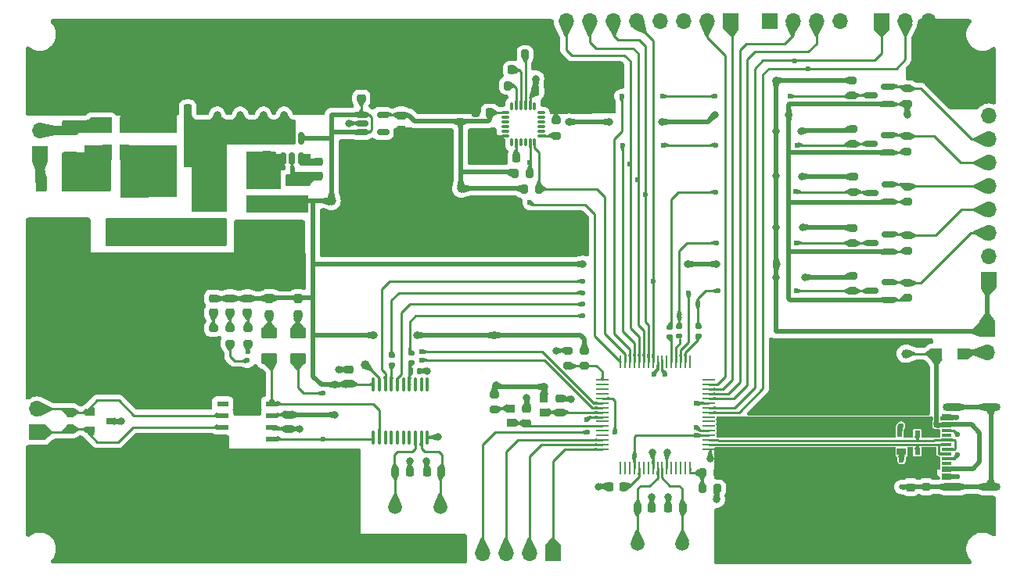
<source format=gtl>
G04 #@! TF.GenerationSoftware,KiCad,Pcbnew,7.0.7*
G04 #@! TF.CreationDate,2023-12-18T21:44:50-05:00*
G04 #@! TF.ProjectId,central_hub,63656e74-7261-46c5-9f68-75622e6b6963,rev?*
G04 #@! TF.SameCoordinates,Original*
G04 #@! TF.FileFunction,Copper,L1,Top*
G04 #@! TF.FilePolarity,Positive*
%FSLAX46Y46*%
G04 Gerber Fmt 4.6, Leading zero omitted, Abs format (unit mm)*
G04 Created by KiCad (PCBNEW 7.0.7) date 2023-12-18 21:44:50*
%MOMM*%
%LPD*%
G01*
G04 APERTURE LIST*
G04 Aperture macros list*
%AMRoundRect*
0 Rectangle with rounded corners*
0 $1 Rounding radius*
0 $2 $3 $4 $5 $6 $7 $8 $9 X,Y pos of 4 corners*
0 Add a 4 corners polygon primitive as box body*
4,1,4,$2,$3,$4,$5,$6,$7,$8,$9,$2,$3,0*
0 Add four circle primitives for the rounded corners*
1,1,$1+$1,$2,$3*
1,1,$1+$1,$4,$5*
1,1,$1+$1,$6,$7*
1,1,$1+$1,$8,$9*
0 Add four rect primitives between the rounded corners*
20,1,$1+$1,$2,$3,$4,$5,0*
20,1,$1+$1,$4,$5,$6,$7,0*
20,1,$1+$1,$6,$7,$8,$9,0*
20,1,$1+$1,$8,$9,$2,$3,0*%
%AMFreePoly0*
4,1,17,1.875035,1.275035,1.875050,1.275000,1.875050,0.575000,1.875035,0.574965,1.875000,0.574950,0.575050,0.574950,0.575050,-0.425000,0.575035,-0.425035,0.575000,-0.425050,-0.425000,-0.425050,-0.425035,-0.425035,-0.425050,-0.425000,-0.425050,1.275000,-0.425035,1.275035,-0.425000,1.275050,1.875000,1.275050,1.875035,1.275035,1.875035,1.275035,$1*%
%AMFreePoly1*
4,1,17,0.425035,1.275035,0.425050,1.275000,0.425050,-0.425000,0.425035,-0.425035,0.425000,-0.425050,-0.575000,-0.425050,-0.575035,-0.425035,-0.575050,-0.425000,-0.575050,0.574950,-1.875000,0.574950,-1.875035,0.574965,-1.875050,0.575000,-1.875050,1.275000,-1.875035,1.275035,-1.875000,1.275050,0.425000,1.275050,0.425035,1.275035,0.425035,1.275035,$1*%
%AMFreePoly2*
4,1,17,0.425035,0.425035,0.425050,0.425000,0.425050,-1.275000,0.425035,-1.275035,0.425000,-1.275050,-1.875000,-1.275050,-1.875035,-1.275035,-1.875050,-1.275000,-1.875050,-0.575000,-1.875035,-0.574965,-1.875000,-0.574950,-0.575050,-0.574950,-0.575050,0.425000,-0.575035,0.425035,-0.575000,0.425050,0.425000,0.425050,0.425035,0.425035,0.425035,0.425035,$1*%
%AMFreePoly3*
4,1,17,0.575035,0.425035,0.575050,0.425000,0.575050,-0.574950,1.875000,-0.574950,1.875035,-0.574965,1.875050,-0.575000,1.875050,-1.275000,1.875035,-1.275035,1.875000,-1.275050,-0.425000,-1.275050,-0.425035,-1.275035,-0.425050,-1.275000,-0.425050,0.425000,-0.425035,0.425035,-0.425000,0.425050,0.575000,0.425050,0.575035,0.425035,0.575035,0.425035,$1*%
G04 Aperture macros list end*
G04 #@! TA.AperFunction,SMDPad,CuDef*
%ADD10R,0.939800X0.965200*%
G04 #@! TD*
G04 #@! TA.AperFunction,SMDPad,CuDef*
%ADD11C,1.000000*%
G04 #@! TD*
G04 #@! TA.AperFunction,ComponentPad*
%ADD12R,1.700000X1.700000*%
G04 #@! TD*
G04 #@! TA.AperFunction,ComponentPad*
%ADD13O,1.700000X1.700000*%
G04 #@! TD*
G04 #@! TA.AperFunction,SMDPad,CuDef*
%ADD14R,0.279400X1.397000*%
G04 #@! TD*
G04 #@! TA.AperFunction,SMDPad,CuDef*
%ADD15R,1.397000X0.279400*%
G04 #@! TD*
G04 #@! TA.AperFunction,SMDPad,CuDef*
%ADD16RoundRect,0.225000X-0.250000X0.225000X-0.250000X-0.225000X0.250000X-0.225000X0.250000X0.225000X0*%
G04 #@! TD*
G04 #@! TA.AperFunction,SMDPad,CuDef*
%ADD17RoundRect,0.200000X-0.275000X0.200000X-0.275000X-0.200000X0.275000X-0.200000X0.275000X0.200000X0*%
G04 #@! TD*
G04 #@! TA.AperFunction,SMDPad,CuDef*
%ADD18RoundRect,0.100000X0.100000X-0.637500X0.100000X0.637500X-0.100000X0.637500X-0.100000X-0.637500X0*%
G04 #@! TD*
G04 #@! TA.AperFunction,SMDPad,CuDef*
%ADD19R,1.200000X1.200000*%
G04 #@! TD*
G04 #@! TA.AperFunction,SMDPad,CuDef*
%ADD20RoundRect,0.150000X0.587500X0.150000X-0.587500X0.150000X-0.587500X-0.150000X0.587500X-0.150000X0*%
G04 #@! TD*
G04 #@! TA.AperFunction,SMDPad,CuDef*
%ADD21RoundRect,0.225000X0.225000X0.250000X-0.225000X0.250000X-0.225000X-0.250000X0.225000X-0.250000X0*%
G04 #@! TD*
G04 #@! TA.AperFunction,SMDPad,CuDef*
%ADD22RoundRect,0.225000X-0.225000X-0.250000X0.225000X-0.250000X0.225000X0.250000X-0.225000X0.250000X0*%
G04 #@! TD*
G04 #@! TA.AperFunction,SMDPad,CuDef*
%ADD23RoundRect,0.200000X0.275000X-0.200000X0.275000X0.200000X-0.275000X0.200000X-0.275000X-0.200000X0*%
G04 #@! TD*
G04 #@! TA.AperFunction,SMDPad,CuDef*
%ADD24RoundRect,0.237500X-0.237500X0.250000X-0.237500X-0.250000X0.237500X-0.250000X0.237500X0.250000X0*%
G04 #@! TD*
G04 #@! TA.AperFunction,SMDPad,CuDef*
%ADD25RoundRect,0.200000X0.200000X0.275000X-0.200000X0.275000X-0.200000X-0.275000X0.200000X-0.275000X0*%
G04 #@! TD*
G04 #@! TA.AperFunction,SMDPad,CuDef*
%ADD26RoundRect,0.218750X0.256250X-0.218750X0.256250X0.218750X-0.256250X0.218750X-0.256250X-0.218750X0*%
G04 #@! TD*
G04 #@! TA.AperFunction,SMDPad,CuDef*
%ADD27RoundRect,0.225000X0.250000X-0.225000X0.250000X0.225000X-0.250000X0.225000X-0.250000X-0.225000X0*%
G04 #@! TD*
G04 #@! TA.AperFunction,SMDPad,CuDef*
%ADD28RoundRect,0.250000X-1.100000X0.325000X-1.100000X-0.325000X1.100000X-0.325000X1.100000X0.325000X0*%
G04 #@! TD*
G04 #@! TA.AperFunction,SMDPad,CuDef*
%ADD29RoundRect,0.150000X-0.512500X-0.150000X0.512500X-0.150000X0.512500X0.150000X-0.512500X0.150000X0*%
G04 #@! TD*
G04 #@! TA.AperFunction,ComponentPad*
%ADD30C,1.500000*%
G04 #@! TD*
G04 #@! TA.AperFunction,SMDPad,CuDef*
%ADD31RoundRect,0.135000X-0.185000X0.135000X-0.185000X-0.135000X0.185000X-0.135000X0.185000X0.135000X0*%
G04 #@! TD*
G04 #@! TA.AperFunction,SMDPad,CuDef*
%ADD32R,1.300000X0.600000*%
G04 #@! TD*
G04 #@! TA.AperFunction,SMDPad,CuDef*
%ADD33RoundRect,0.250000X-0.325000X-1.100000X0.325000X-1.100000X0.325000X1.100000X-0.325000X1.100000X0*%
G04 #@! TD*
G04 #@! TA.AperFunction,SMDPad,CuDef*
%ADD34R,2.220000X1.240000*%
G04 #@! TD*
G04 #@! TA.AperFunction,SMDPad,CuDef*
%ADD35RoundRect,0.250000X0.625000X-0.375000X0.625000X0.375000X-0.625000X0.375000X-0.625000X-0.375000X0*%
G04 #@! TD*
G04 #@! TA.AperFunction,SMDPad,CuDef*
%ADD36RoundRect,0.150000X-0.150000X0.512500X-0.150000X-0.512500X0.150000X-0.512500X0.150000X0.512500X0*%
G04 #@! TD*
G04 #@! TA.AperFunction,SMDPad,CuDef*
%ADD37RoundRect,0.200000X-0.200000X-0.275000X0.200000X-0.275000X0.200000X0.275000X-0.200000X0.275000X0*%
G04 #@! TD*
G04 #@! TA.AperFunction,SMDPad,CuDef*
%ADD38RoundRect,0.250000X-0.375000X-0.625000X0.375000X-0.625000X0.375000X0.625000X-0.375000X0.625000X0*%
G04 #@! TD*
G04 #@! TA.AperFunction,SMDPad,CuDef*
%ADD39R,5.100000X1.900000*%
G04 #@! TD*
G04 #@! TA.AperFunction,SMDPad,CuDef*
%ADD40RoundRect,0.135000X0.185000X-0.135000X0.185000X0.135000X-0.185000X0.135000X-0.185000X-0.135000X0*%
G04 #@! TD*
G04 #@! TA.AperFunction,SMDPad,CuDef*
%ADD41RoundRect,0.140000X-0.140000X-0.170000X0.140000X-0.170000X0.140000X0.170000X-0.140000X0.170000X0*%
G04 #@! TD*
G04 #@! TA.AperFunction,SMDPad,CuDef*
%ADD42FreePoly0,180.000000*%
G04 #@! TD*
G04 #@! TA.AperFunction,SMDPad,CuDef*
%ADD43FreePoly1,180.000000*%
G04 #@! TD*
G04 #@! TA.AperFunction,SMDPad,CuDef*
%ADD44FreePoly2,180.000000*%
G04 #@! TD*
G04 #@! TA.AperFunction,SMDPad,CuDef*
%ADD45FreePoly3,180.000000*%
G04 #@! TD*
G04 #@! TA.AperFunction,SMDPad,CuDef*
%ADD46RoundRect,0.250000X-0.650000X0.325000X-0.650000X-0.325000X0.650000X-0.325000X0.650000X0.325000X0*%
G04 #@! TD*
G04 #@! TA.AperFunction,SMDPad,CuDef*
%ADD47RoundRect,0.218750X-0.218750X-0.256250X0.218750X-0.256250X0.218750X0.256250X-0.218750X0.256250X0*%
G04 #@! TD*
G04 #@! TA.AperFunction,SMDPad,CuDef*
%ADD48R,0.900000X0.800000*%
G04 #@! TD*
G04 #@! TA.AperFunction,SMDPad,CuDef*
%ADD49R,1.140000X0.300000*%
G04 #@! TD*
G04 #@! TA.AperFunction,ComponentPad*
%ADD50O,2.000000X0.900000*%
G04 #@! TD*
G04 #@! TA.AperFunction,SMDPad,CuDef*
%ADD51RoundRect,0.075000X0.350000X0.075000X-0.350000X0.075000X-0.350000X-0.075000X0.350000X-0.075000X0*%
G04 #@! TD*
G04 #@! TA.AperFunction,SMDPad,CuDef*
%ADD52RoundRect,0.075000X-0.075000X0.350000X-0.075000X-0.350000X0.075000X-0.350000X0.075000X0.350000X0*%
G04 #@! TD*
G04 #@! TA.AperFunction,SMDPad,CuDef*
%ADD53R,1.000000X0.700000*%
G04 #@! TD*
G04 #@! TA.AperFunction,SMDPad,CuDef*
%ADD54R,0.600000X0.700000*%
G04 #@! TD*
G04 #@! TA.AperFunction,SMDPad,CuDef*
%ADD55R,1.600000X1.440000*%
G04 #@! TD*
G04 #@! TA.AperFunction,SMDPad,CuDef*
%ADD56R,3.800000X4.960000*%
G04 #@! TD*
G04 #@! TA.AperFunction,ViaPad*
%ADD57C,0.600000*%
G04 #@! TD*
G04 #@! TA.AperFunction,ViaPad*
%ADD58C,0.800000*%
G04 #@! TD*
G04 #@! TA.AperFunction,Conductor*
%ADD59C,0.250000*%
G04 #@! TD*
G04 #@! TA.AperFunction,Conductor*
%ADD60C,0.500000*%
G04 #@! TD*
G04 #@! TA.AperFunction,Conductor*
%ADD61C,1.000000*%
G04 #@! TD*
G04 #@! TA.AperFunction,Conductor*
%ADD62C,0.276400*%
G04 #@! TD*
G04 APERTURE END LIST*
D10*
X116078167Y-84381506D03*
X116078167Y-82882906D03*
D11*
X93100000Y-61450000D03*
D12*
X61503167Y-56382206D03*
D13*
X61503167Y-53842206D03*
D14*
X124377222Y-90360306D03*
X124877348Y-90360306D03*
X125377474Y-90360306D03*
X125877600Y-90360306D03*
X126377726Y-90360306D03*
X126877852Y-90360306D03*
X127377978Y-90360306D03*
X127878104Y-90360306D03*
X128378230Y-90360306D03*
X128878356Y-90360306D03*
X129378482Y-90360306D03*
X129878608Y-90360306D03*
X130378734Y-90360306D03*
X130878860Y-90360306D03*
X131378986Y-90360306D03*
X131879112Y-90360306D03*
D15*
X133881267Y-88358151D03*
X133881267Y-87858025D03*
X133881267Y-87357899D03*
X133881267Y-86857773D03*
X133881267Y-86357647D03*
X133881267Y-85857521D03*
X133881267Y-85357395D03*
X133881267Y-84857269D03*
X133881267Y-84357143D03*
X133881267Y-83857017D03*
X133881267Y-83356891D03*
X133881267Y-82856765D03*
X133881267Y-82356639D03*
X133881267Y-81856513D03*
X133881267Y-81356387D03*
X133881267Y-80856261D03*
D14*
X131879112Y-78854106D03*
X131378986Y-78854106D03*
X130878860Y-78854106D03*
X130378734Y-78854106D03*
X129878608Y-78854106D03*
X129378482Y-78854106D03*
X128878356Y-78854106D03*
X128378230Y-78854106D03*
X127878104Y-78854106D03*
X127377978Y-78854106D03*
X126877852Y-78854106D03*
X126377726Y-78854106D03*
X125877600Y-78854106D03*
X125377474Y-78854106D03*
X124877348Y-78854106D03*
X124377222Y-78854106D03*
D15*
X122375067Y-80856261D03*
X122375067Y-81356387D03*
X122375067Y-81856513D03*
X122375067Y-82356639D03*
X122375067Y-82856765D03*
X122375067Y-83356891D03*
X122375067Y-83857017D03*
X122375067Y-84357143D03*
X122375067Y-84857269D03*
X122375067Y-85357395D03*
X122375067Y-85857521D03*
X122375067Y-86357647D03*
X122375067Y-86857773D03*
X122375067Y-87357899D03*
X122375067Y-87858025D03*
X122375067Y-88358151D03*
D16*
X84837274Y-59714302D03*
X84837274Y-61264302D03*
D17*
X120453167Y-77694706D03*
X120453167Y-79344706D03*
D18*
X97625000Y-87062500D03*
X98275000Y-87062500D03*
X98925000Y-87062500D03*
X99575000Y-87062500D03*
X100225000Y-87062500D03*
X100875000Y-87062500D03*
X101525000Y-87062500D03*
X102175000Y-87062500D03*
X102825000Y-87062500D03*
X103475000Y-87062500D03*
X103475000Y-81337500D03*
X102825000Y-81337500D03*
X102175000Y-81337500D03*
X101525000Y-81337500D03*
X100875000Y-81337500D03*
X100225000Y-81337500D03*
X99575000Y-81337500D03*
X98925000Y-81337500D03*
X98275000Y-81337500D03*
X97625000Y-81337500D03*
D19*
X161400000Y-78000000D03*
X158600000Y-78000000D03*
D20*
X153403167Y-72157206D03*
X153403167Y-70257206D03*
X151528167Y-71207206D03*
D21*
X127753167Y-94707206D03*
X126203167Y-94707206D03*
D16*
X114228167Y-83982206D03*
X114228167Y-85532206D03*
D22*
X115153167Y-49557206D03*
X116703167Y-49557206D03*
D23*
X155465667Y-61532206D03*
X155465667Y-59882206D03*
D16*
X96328167Y-48782206D03*
X96328167Y-50332206D03*
D22*
X129553167Y-94707206D03*
X131103167Y-94707206D03*
D24*
X86353167Y-71994706D03*
X86353167Y-73819706D03*
D11*
X96746833Y-79192794D03*
D20*
X153403167Y-66957206D03*
X153403167Y-65057206D03*
X151528167Y-66007206D03*
D17*
X149465667Y-53632206D03*
X149465667Y-55282206D03*
D25*
X112153167Y-48957206D03*
X110503167Y-48957206D03*
D12*
X164103167Y-75332206D03*
D13*
X164103167Y-77872206D03*
D22*
X103405000Y-90825000D03*
X104955000Y-90825000D03*
D16*
X86892776Y-59723603D03*
X86892776Y-61273603D03*
D12*
X61200000Y-86540000D03*
D13*
X61200000Y-84000000D03*
D26*
X80300000Y-73575000D03*
X80300000Y-72000000D03*
D22*
X111053167Y-47257206D03*
X112603167Y-47257206D03*
D27*
X86068661Y-56412206D03*
X86068661Y-54862206D03*
D12*
X136275000Y-42000000D03*
D13*
X133735000Y-42000000D03*
X131195000Y-42000000D03*
X128655000Y-42000000D03*
X126115000Y-42000000D03*
X123575000Y-42000000D03*
X121035000Y-42000000D03*
X118495000Y-42000000D03*
D28*
X74920000Y-53393603D03*
X74920000Y-56343603D03*
D27*
X100628167Y-53732206D03*
X100628167Y-52182206D03*
D22*
X123153167Y-92407206D03*
X124703167Y-92407206D03*
D27*
X155760000Y-94025000D03*
X155760000Y-92475000D03*
D20*
X153340667Y-56207206D03*
X153340667Y-54307206D03*
X151465667Y-55257206D03*
D22*
X108653167Y-51877206D03*
X110203167Y-51877206D03*
D29*
X96390667Y-52107206D03*
X96390667Y-53057206D03*
X96390667Y-54007206D03*
X98665667Y-54007206D03*
X98665667Y-52107206D03*
D17*
X149565667Y-58832206D03*
X149565667Y-60482206D03*
D30*
X104880000Y-94600000D03*
X100000000Y-94600000D03*
D23*
X155365667Y-56082206D03*
X155365667Y-54432206D03*
D25*
X114053167Y-45557206D03*
X112403167Y-45557206D03*
D26*
X84000000Y-73562500D03*
X84000000Y-71987500D03*
D31*
X129690000Y-75120000D03*
X129690000Y-76140000D03*
D25*
X134853167Y-92607206D03*
X133203167Y-92607206D03*
D32*
X86625000Y-87255000D03*
X86625000Y-85985000D03*
X86625000Y-84715000D03*
X86625000Y-83445000D03*
X81325000Y-83445000D03*
X81325000Y-84715000D03*
X81325000Y-85985000D03*
X81325000Y-87255000D03*
D33*
X66295000Y-64837206D03*
X69245000Y-64837206D03*
D17*
X82100000Y-75250000D03*
X82100000Y-76900000D03*
D12*
X152660000Y-42000000D03*
D13*
X155200000Y-42000000D03*
X157740000Y-42000000D03*
D23*
X155465667Y-71982206D03*
X155465667Y-70332206D03*
D31*
X132790000Y-75080000D03*
X132790000Y-76100000D03*
D34*
X89220000Y-59268603D03*
X89220000Y-61448603D03*
D35*
X89453167Y-78532206D03*
X89453167Y-75732206D03*
D24*
X89453167Y-72019706D03*
X89453167Y-73844706D03*
D36*
X89784267Y-54626691D03*
X88834267Y-54626691D03*
X87884267Y-54626691D03*
X87884267Y-56901691D03*
X88834267Y-56901691D03*
X89784267Y-56901691D03*
D37*
X133203167Y-90907206D03*
X134853167Y-90907206D03*
D23*
X117428167Y-54382206D03*
X117428167Y-52732206D03*
D11*
X100500000Y-62500000D03*
D12*
X117058167Y-99607206D03*
D13*
X114518167Y-99607206D03*
X111978167Y-99607206D03*
X109438167Y-99607206D03*
D35*
X86353167Y-78532206D03*
X86353167Y-75732206D03*
D17*
X149465667Y-64382206D03*
X149465667Y-66032206D03*
D38*
X61670000Y-59587206D03*
X64470000Y-59587206D03*
D39*
X73720000Y-60018603D03*
X73720000Y-64218603D03*
D26*
X82100000Y-73562500D03*
X82100000Y-71987500D03*
D40*
X99590000Y-79220000D03*
X99590000Y-78200000D03*
D37*
X113903167Y-60157206D03*
X115553167Y-60157206D03*
D41*
X101665000Y-79860000D03*
X102625000Y-79860000D03*
D11*
X107150000Y-60100000D03*
D40*
X101720000Y-78960000D03*
X101720000Y-77940000D03*
D22*
X111553167Y-56757206D03*
X113103167Y-56757206D03*
D17*
X149403167Y-48382206D03*
X149403167Y-50032206D03*
D21*
X101555000Y-90825000D03*
X100005000Y-90825000D03*
D11*
X155250000Y-78000000D03*
D27*
X94950000Y-81275000D03*
X94950000Y-79725000D03*
D12*
X164203167Y-70032206D03*
D13*
X164203167Y-67492206D03*
X164203167Y-64952206D03*
X164203167Y-62412206D03*
X164203167Y-59872206D03*
X164203167Y-57332206D03*
X164203167Y-54792206D03*
X164203167Y-52252206D03*
D37*
X112903167Y-58457206D03*
X114553167Y-58457206D03*
D12*
X140500000Y-42000000D03*
D13*
X143040000Y-42000000D03*
X145580000Y-42000000D03*
X148120000Y-42000000D03*
D42*
X68855907Y-55808442D03*
D43*
X70605907Y-55808442D03*
D44*
X70605907Y-53658442D03*
D45*
X68855907Y-53658442D03*
D16*
X91659846Y-57209523D03*
X91659846Y-58759523D03*
D46*
X64810409Y-53755792D03*
X64810409Y-56705792D03*
D47*
X75932500Y-51448603D03*
X77507500Y-51448603D03*
D23*
X118703167Y-79332206D03*
X118703167Y-77682206D03*
D17*
X84050000Y-75250000D03*
X84050000Y-76900000D03*
D23*
X155465667Y-66832206D03*
X155465667Y-65182206D03*
D24*
X64850000Y-84352500D03*
X64850000Y-86177500D03*
D30*
X131078167Y-98607206D03*
X126198167Y-98607206D03*
D48*
X67025000Y-84365000D03*
X67025000Y-86265000D03*
X69125000Y-85315000D03*
D10*
X112528167Y-85456506D03*
X112528167Y-83957906D03*
D20*
X153403167Y-61557206D03*
X153403167Y-59657206D03*
X151528167Y-60607206D03*
D31*
X130740000Y-75090000D03*
X130740000Y-76110000D03*
D20*
X153340667Y-50957206D03*
X153340667Y-49057206D03*
X151465667Y-50007206D03*
D17*
X110728167Y-82432206D03*
X110728167Y-84082206D03*
X157460000Y-92425000D03*
X157460000Y-94075000D03*
D49*
X159690000Y-91460000D03*
X159690000Y-90660000D03*
X159690000Y-89360000D03*
X159690000Y-88360000D03*
X159690000Y-87860000D03*
X159690000Y-86860000D03*
X159690000Y-85560000D03*
X159690000Y-84760000D03*
X159690000Y-85060000D03*
X159690000Y-85860000D03*
X159690000Y-86360000D03*
X159690000Y-87360000D03*
X159690000Y-88860000D03*
X159690000Y-89860000D03*
X159690000Y-90360000D03*
X159690000Y-91160000D03*
D50*
X160280000Y-92435000D03*
X160280000Y-83785000D03*
X164460000Y-92435000D03*
X164460000Y-83785000D03*
D51*
X115778167Y-54407206D03*
X115778167Y-53907206D03*
X115778167Y-53407206D03*
X115778167Y-52907206D03*
X115778167Y-52407206D03*
X115778167Y-51907206D03*
D52*
X115078167Y-51207206D03*
X114578167Y-51207206D03*
X114078167Y-51207206D03*
X113578167Y-51207206D03*
X113078167Y-51207206D03*
X112578167Y-51207206D03*
D51*
X111878167Y-51907206D03*
X111878167Y-52407206D03*
X111878167Y-52907206D03*
X111878167Y-53407206D03*
X111878167Y-53907206D03*
X111878167Y-54407206D03*
D52*
X112578167Y-55107206D03*
X113078167Y-55107206D03*
X113578167Y-55107206D03*
X114078167Y-55107206D03*
X114578167Y-55107206D03*
X115078167Y-55107206D03*
D53*
X154790000Y-88660000D03*
D54*
X156490000Y-88660000D03*
X156490000Y-86660000D03*
X154590000Y-86660000D03*
D16*
X88475000Y-84600000D03*
X88475000Y-86150000D03*
D17*
X80300000Y-75262500D03*
X80300000Y-76912500D03*
X149465667Y-69532206D03*
X149465667Y-71182206D03*
D16*
X117828167Y-82857206D03*
X117828167Y-84407206D03*
D55*
X78788167Y-63987206D03*
X80918167Y-63987206D03*
D56*
X79853167Y-60187206D03*
D23*
X155403167Y-50932206D03*
X155403167Y-49282206D03*
D57*
X125877600Y-89107206D03*
X132578167Y-86857206D03*
D58*
X78220000Y-57137206D03*
X85720000Y-52137206D03*
X80720000Y-57137206D03*
X87970000Y-52137206D03*
X83220000Y-54387206D03*
X80720000Y-54387206D03*
X80720000Y-52137206D03*
X78220000Y-54387206D03*
X83220000Y-52137206D03*
X142600000Y-52100000D03*
X155403167Y-52100000D03*
X115203167Y-48207206D03*
X128800000Y-52900000D03*
X118800000Y-52900000D03*
X123200000Y-52900000D03*
X134600000Y-52100000D03*
X107003167Y-52907206D03*
D57*
X154810000Y-92440000D03*
X154780000Y-89540000D03*
X143400000Y-66000000D03*
X130733276Y-73907206D03*
X134800000Y-66000000D03*
X120253167Y-73907206D03*
X92175000Y-82275000D03*
X92175000Y-87275000D03*
X158560000Y-85750000D03*
X154750000Y-85790000D03*
X131744005Y-71432145D03*
X120253167Y-71407206D03*
X120253167Y-72657206D03*
X132753167Y-72657206D03*
X134900000Y-71200000D03*
X143400000Y-71200000D03*
X134700000Y-60500000D03*
X143350000Y-60450000D03*
X127900000Y-70200000D03*
X120253167Y-70157206D03*
X127050000Y-60757206D03*
X142700000Y-50100000D03*
X134600000Y-50100000D03*
X128903167Y-50107206D03*
X124503167Y-50107206D03*
X129003167Y-55407206D03*
X124603167Y-55407206D03*
X134700000Y-55400000D03*
X143500000Y-55400000D03*
X125400000Y-57500000D03*
X126250000Y-59150000D03*
X144700000Y-47100000D03*
X160860000Y-89000000D03*
X160850000Y-86750000D03*
X123778167Y-86507206D03*
X120778167Y-86507206D03*
X143200000Y-46300000D03*
X114553167Y-57332206D03*
X114553167Y-61632206D03*
X102880000Y-78700000D03*
X84000000Y-78750000D03*
X84050000Y-77800000D03*
X102890000Y-77800000D03*
X132600000Y-83400000D03*
D58*
X120300000Y-68300000D03*
X102350000Y-76000000D03*
X141200000Y-48400000D03*
X141200000Y-58700000D03*
D57*
X129203167Y-80207206D03*
D58*
X110857196Y-81405077D03*
X97650000Y-76000000D03*
X144100000Y-64300000D03*
X129428167Y-88707206D03*
D57*
X132603167Y-86007206D03*
D58*
X143900000Y-53900000D03*
X93450000Y-84600000D03*
X144300000Y-69700000D03*
X116103167Y-81607206D03*
X134800000Y-93800000D03*
X141300000Y-68300000D03*
X141200000Y-69700000D03*
X141200000Y-64300000D03*
X93450000Y-81375000D03*
X144000000Y-58800000D03*
X110700000Y-76007206D03*
X134800000Y-68300000D03*
X141200000Y-53900000D03*
X131600000Y-68300000D03*
X61500000Y-92000000D03*
X127753167Y-93532206D03*
X113000000Y-42500000D03*
D57*
X138250000Y-86500000D03*
D58*
X119500000Y-50000000D03*
X89000000Y-89500000D03*
X89000000Y-99500000D03*
X118000000Y-64000000D03*
X79000000Y-80500000D03*
D57*
X143250000Y-88750000D03*
D58*
X104600000Y-87050000D03*
X95500000Y-66500000D03*
X96500000Y-99500000D03*
X105500000Y-47500000D03*
X98000000Y-64000000D03*
X95500000Y-59000000D03*
X71500000Y-73000000D03*
X157540000Y-95080000D03*
X93900000Y-79750000D03*
D57*
X143250000Y-86500000D03*
D58*
X78000000Y-42500000D03*
X61500000Y-73000000D03*
D57*
X143250000Y-90000000D03*
D58*
X83000000Y-50000000D03*
X91500000Y-89500000D03*
X68000000Y-42500000D03*
X74000000Y-78000000D03*
X94953167Y-53057206D03*
X100500000Y-66500000D03*
X70500000Y-42500000D03*
X69000000Y-78000000D03*
X93000000Y-42500000D03*
D57*
X138250000Y-85250000D03*
D58*
X103000000Y-66500000D03*
X71500000Y-78000000D03*
X79000000Y-97000000D03*
X84000000Y-97000000D03*
X89000000Y-94500000D03*
X95500000Y-64000000D03*
X85500000Y-50000000D03*
X75500000Y-45000000D03*
X66500000Y-94500000D03*
X76500000Y-99500000D03*
D57*
X160800000Y-84920000D03*
D58*
X122000000Y-47500000D03*
X100500000Y-64000000D03*
D57*
X128003167Y-80200000D03*
D58*
X93000000Y-64000000D03*
X160000000Y-44500000D03*
X110303167Y-56707206D03*
X64803167Y-63807206D03*
X103000000Y-61500000D03*
X110503167Y-54507206D03*
D57*
X160810000Y-91290000D03*
D58*
X142000000Y-78500000D03*
X105500000Y-66500000D03*
D57*
X153250000Y-85250000D03*
D58*
X61500000Y-80500000D03*
X144500000Y-78500000D03*
X69000000Y-70500000D03*
X93000000Y-66500000D03*
X105500000Y-42500000D03*
X147000000Y-94500000D03*
X162500000Y-47000000D03*
X137000000Y-92000000D03*
X71500000Y-89500000D03*
X127828167Y-88707206D03*
D57*
X153250000Y-88750000D03*
D58*
X103000000Y-50000000D03*
X86220000Y-58187206D03*
X76500000Y-92000000D03*
D57*
X148250000Y-86500000D03*
D58*
X110500000Y-42500000D03*
X114228167Y-82807206D03*
X105500000Y-50000000D03*
X104000000Y-99500000D03*
X160000000Y-49500000D03*
D57*
X138250000Y-90000000D03*
D58*
X149500000Y-94500000D03*
X129553167Y-93532206D03*
X88000000Y-50000000D03*
X154500000Y-81000000D03*
X86500000Y-92000000D03*
X108000000Y-64000000D03*
X115500000Y-66500000D03*
X139500000Y-97000000D03*
X159500000Y-99500000D03*
X119500000Y-47500000D03*
X85500000Y-45000000D03*
X78000000Y-45000000D03*
X144500000Y-94500000D03*
D57*
X140750000Y-90000000D03*
D58*
X108000000Y-66500000D03*
X101575000Y-89650000D03*
X88000000Y-47500000D03*
X117903167Y-49507206D03*
X64000000Y-99500000D03*
X76500000Y-73000000D03*
X84570000Y-56687206D03*
X61500000Y-89500000D03*
X69000000Y-75500000D03*
X74000000Y-83000000D03*
D57*
X145750000Y-85250000D03*
D58*
X66500000Y-97000000D03*
X74000000Y-73000000D03*
X94000000Y-97000000D03*
X157000000Y-99500000D03*
X149500000Y-83500000D03*
X61500000Y-68000000D03*
X65500000Y-47500000D03*
X83000000Y-42500000D03*
X137000000Y-99500000D03*
X147000000Y-78500000D03*
X74000000Y-94500000D03*
X103445000Y-79870000D03*
X73970000Y-51987206D03*
X70500000Y-45000000D03*
X98000000Y-59000000D03*
X103000000Y-42500000D03*
X74000000Y-99500000D03*
X85500000Y-42500000D03*
X64000000Y-78000000D03*
X105500000Y-61500000D03*
X103000000Y-64000000D03*
X79000000Y-99500000D03*
X101500000Y-99500000D03*
X64000000Y-80500000D03*
X103000000Y-59000000D03*
X105500000Y-56500000D03*
X91500000Y-99500000D03*
X73000000Y-42500000D03*
X81500000Y-68000000D03*
X152000000Y-83500000D03*
X100500000Y-42500000D03*
X74000000Y-70500000D03*
X152000000Y-94500000D03*
X74000000Y-75500000D03*
X95500000Y-42500000D03*
X100500000Y-50000000D03*
X109303167Y-49007206D03*
X144500000Y-81000000D03*
X63000000Y-50000000D03*
X79000000Y-89500000D03*
X142000000Y-97000000D03*
D57*
X155750000Y-90000000D03*
D58*
X68000000Y-45000000D03*
X103000000Y-47500000D03*
X149500000Y-81000000D03*
X89000000Y-68000000D03*
X69000000Y-97000000D03*
D57*
X140750000Y-85250000D03*
D58*
X144500000Y-97000000D03*
X110500000Y-66500000D03*
D57*
X145750000Y-90000000D03*
D58*
X108000000Y-45000000D03*
X99000000Y-99500000D03*
X139500000Y-92000000D03*
X79000000Y-94500000D03*
X155780000Y-95070000D03*
X80500000Y-47500000D03*
X136128167Y-90907206D03*
X64000000Y-75500000D03*
X88000000Y-45000000D03*
X73000000Y-47500000D03*
X78000000Y-50000000D03*
X80500000Y-45000000D03*
X100500000Y-45000000D03*
X68000000Y-47500000D03*
X84000000Y-99500000D03*
X86500000Y-68000000D03*
X98000000Y-42500000D03*
X94000000Y-89500000D03*
X64000000Y-68000000D03*
X103000000Y-56500000D03*
X79000000Y-68000000D03*
X122003167Y-92407206D03*
X152000000Y-81000000D03*
X103000000Y-45000000D03*
X110500000Y-64000000D03*
X73000000Y-45000000D03*
X71500000Y-68000000D03*
X61500000Y-70500000D03*
X89000000Y-92000000D03*
X90500000Y-45000000D03*
D57*
X150750000Y-88750000D03*
D58*
X71500000Y-80500000D03*
X98000000Y-56500000D03*
X69000000Y-80500000D03*
X91500000Y-94500000D03*
D57*
X143250000Y-85250000D03*
D58*
X69000000Y-89500000D03*
X144500000Y-83500000D03*
X149500000Y-92000000D03*
X94000000Y-99500000D03*
X95500000Y-45000000D03*
X64820000Y-64855809D03*
D57*
X153250000Y-90000000D03*
D58*
X64000000Y-97000000D03*
X98000000Y-66500000D03*
X86500000Y-97000000D03*
X80300000Y-78062500D03*
X71500000Y-94500000D03*
X93000000Y-45000000D03*
X71500000Y-75500000D03*
X142000000Y-81000000D03*
X147000000Y-92000000D03*
D57*
X145750000Y-88750000D03*
D58*
X81500000Y-89500000D03*
X66500000Y-89500000D03*
X90500000Y-42500000D03*
X81500000Y-97000000D03*
X81325000Y-88225000D03*
X65500000Y-45000000D03*
X64000000Y-73000000D03*
X66500000Y-78000000D03*
X139500000Y-94500000D03*
D57*
X120703167Y-85107206D03*
D58*
X66500000Y-68000000D03*
X98000000Y-45000000D03*
X76500000Y-83000000D03*
X149500000Y-99500000D03*
X69000000Y-73000000D03*
X66500000Y-99500000D03*
X109803167Y-47307206D03*
X95500000Y-61500000D03*
X88000000Y-42500000D03*
X74000000Y-68000000D03*
X61500000Y-94500000D03*
X83000000Y-45000000D03*
X64803167Y-65907206D03*
X61500000Y-75500000D03*
X64000000Y-89500000D03*
D57*
X140750000Y-86500000D03*
X150750000Y-86500000D03*
D58*
X162000000Y-94500000D03*
X154500000Y-97000000D03*
X76500000Y-78000000D03*
X142000000Y-92000000D03*
X157500000Y-44500000D03*
X76500000Y-70500000D03*
X118000000Y-66500000D03*
X157000000Y-97000000D03*
X147000000Y-81000000D03*
D57*
X135750000Y-90000000D03*
D58*
X75500000Y-47500000D03*
X96303167Y-47507206D03*
X90500000Y-50000000D03*
X113000000Y-66500000D03*
X66500000Y-80500000D03*
X66500000Y-73000000D03*
X70500000Y-47500000D03*
X154500000Y-83500000D03*
X103375000Y-89650000D03*
X152000000Y-78500000D03*
X80500000Y-50000000D03*
X74000000Y-97000000D03*
X84000000Y-94500000D03*
X100500000Y-47500000D03*
X157500000Y-47000000D03*
X89000000Y-65500000D03*
X105500000Y-64000000D03*
D57*
X150750000Y-85250000D03*
D58*
X144500000Y-99500000D03*
X76500000Y-80500000D03*
X162500000Y-49500000D03*
X76500000Y-94500000D03*
X65500000Y-50000000D03*
X65500000Y-42500000D03*
X86500000Y-99500000D03*
X94000000Y-92000000D03*
X75500000Y-42500000D03*
X84000000Y-65500000D03*
D57*
X150750000Y-90000000D03*
D58*
X66500000Y-75500000D03*
X76500000Y-97000000D03*
X105500000Y-59000000D03*
X147000000Y-99500000D03*
X85500000Y-47500000D03*
X100500000Y-59000000D03*
X71070000Y-50887206D03*
X64000000Y-70500000D03*
X66500000Y-70500000D03*
X93000000Y-47500000D03*
X81500000Y-94500000D03*
X137000000Y-97000000D03*
X66500000Y-92000000D03*
X69000000Y-99500000D03*
X68000000Y-50000000D03*
X81500000Y-80500000D03*
X119028167Y-82907206D03*
D57*
X148250000Y-90000000D03*
D58*
X108000000Y-42500000D03*
D57*
X153250000Y-86500000D03*
D58*
X74000000Y-89500000D03*
X111203167Y-45607206D03*
X64000000Y-92000000D03*
X78000000Y-47500000D03*
X70300000Y-85340000D03*
X84000000Y-92000000D03*
X84564546Y-58187691D03*
X159500000Y-97000000D03*
D57*
X145750000Y-86500000D03*
D58*
X72470000Y-50887206D03*
X71500000Y-97000000D03*
X139500000Y-99500000D03*
X152000000Y-99500000D03*
X93000000Y-50000000D03*
D57*
X148250000Y-85250000D03*
D58*
X147000000Y-97000000D03*
X160000000Y-47000000D03*
D57*
X140750000Y-88750000D03*
D58*
X76500000Y-89500000D03*
X107403167Y-51607206D03*
X81500000Y-99500000D03*
X79000000Y-92000000D03*
X71500000Y-92000000D03*
X83000000Y-47500000D03*
X74000000Y-92000000D03*
X117403167Y-77707206D03*
X94000000Y-94500000D03*
X74000000Y-80500000D03*
X115500000Y-64000000D03*
D57*
X138250000Y-88750000D03*
X135750000Y-85250000D03*
X135750000Y-86500000D03*
D58*
X149500000Y-78500000D03*
X61500000Y-78000000D03*
X89675000Y-86150000D03*
X137000000Y-94500000D03*
X63000000Y-47500000D03*
X76500000Y-68000000D03*
X154500000Y-99500000D03*
X71500000Y-99500000D03*
X69000000Y-68000000D03*
X86500000Y-65500000D03*
X147000000Y-83500000D03*
X81500000Y-92000000D03*
X95500000Y-56500000D03*
X100500000Y-56500000D03*
D57*
X158250000Y-90000000D03*
X148250000Y-88750000D03*
D58*
X86500000Y-94500000D03*
X142000000Y-99500000D03*
X159500000Y-94500000D03*
X122000000Y-50000000D03*
D57*
X135750000Y-88750000D03*
D58*
X90500000Y-47500000D03*
X144500000Y-92000000D03*
X100603167Y-54907206D03*
X80500000Y-42500000D03*
X84000000Y-68000000D03*
X86500000Y-89500000D03*
X71500000Y-70500000D03*
X142000000Y-94500000D03*
X73970000Y-50887206D03*
X142000000Y-83500000D03*
X64000000Y-94500000D03*
X84000000Y-89500000D03*
X113000000Y-64000000D03*
X149500000Y-97000000D03*
X91500000Y-97000000D03*
X69000000Y-92000000D03*
X98000000Y-61500000D03*
X117403167Y-51507206D03*
X105500000Y-45000000D03*
X89000000Y-97000000D03*
X152000000Y-92000000D03*
X69000000Y-94500000D03*
X91500000Y-92000000D03*
X76500000Y-75500000D03*
X106500000Y-99500000D03*
X152000000Y-97000000D03*
X134078167Y-89357206D03*
D59*
X117802467Y-84381506D02*
X117828167Y-84407206D01*
X117878230Y-84357143D02*
X117828167Y-84407206D01*
X116078167Y-84381506D02*
X117802467Y-84381506D01*
X122375067Y-84357143D02*
X117878230Y-84357143D01*
X126228167Y-94432206D02*
X126228167Y-92607206D01*
X125953167Y-94707206D02*
X126228167Y-94432206D01*
X126528167Y-92307206D02*
X127528167Y-92307206D01*
X126203167Y-94707206D02*
X126198167Y-94712206D01*
X127528167Y-92307206D02*
X128378230Y-91457143D01*
X128378230Y-91457143D02*
X128378230Y-90360306D01*
X126228167Y-92607206D02*
X126528167Y-92307206D01*
X126198167Y-94712206D02*
X126198167Y-98607206D01*
X131003231Y-94432206D02*
X131003231Y-92607206D01*
X131003231Y-92607206D02*
X130703231Y-92307206D01*
X131278231Y-94707206D02*
X131003231Y-94432206D01*
X129728167Y-92307206D02*
X128853168Y-91432207D01*
X130703231Y-92307206D02*
X129728167Y-92307206D01*
X131103167Y-94707206D02*
X131078167Y-94732206D01*
X128853168Y-91432207D02*
X128853168Y-90360306D01*
X131078167Y-94732206D02*
X131078167Y-98607206D01*
X132578734Y-86857773D02*
X132578167Y-86857206D01*
X133881267Y-86857773D02*
X132578734Y-86857773D01*
X125877600Y-89107206D02*
X125877600Y-90360306D01*
X125877600Y-89107206D02*
X125903167Y-89081639D01*
X125903167Y-89081639D02*
X125903167Y-87007206D01*
X126052600Y-86857773D02*
X133881267Y-86857773D01*
X125903167Y-87007206D02*
X126052600Y-86857773D01*
X122375067Y-85857521D02*
X114553482Y-85857521D01*
X114228167Y-85532206D02*
X112653867Y-85532206D01*
X114553482Y-85857521D02*
X114228167Y-85532206D01*
X112653867Y-85532206D02*
X112578167Y-85456506D01*
X126377726Y-91357647D02*
X125328167Y-92407206D01*
X125328167Y-92407206D02*
X124703167Y-92407206D01*
X126377726Y-90360306D02*
X126377726Y-91357647D01*
X100250000Y-88600000D02*
X101850000Y-88600000D01*
X99925000Y-90825000D02*
X99925000Y-88925000D01*
X100000000Y-90830000D02*
X100000000Y-94600000D01*
X100005000Y-90825000D02*
X100000000Y-90830000D01*
X102175000Y-88275000D02*
X102175000Y-87062500D01*
X99925000Y-88925000D02*
X100250000Y-88600000D01*
X101850000Y-88600000D02*
X102175000Y-88275000D01*
X102825000Y-88275000D02*
X102825000Y-87062500D01*
X105075000Y-90825000D02*
X105075000Y-88925000D01*
X104880000Y-90900000D02*
X104880000Y-94600000D01*
X103150000Y-88600000D02*
X102825000Y-88275000D01*
X104750000Y-88600000D02*
X103150000Y-88600000D01*
X104955000Y-90825000D02*
X104880000Y-90900000D01*
X105075000Y-88925000D02*
X104750000Y-88600000D01*
D60*
X107103167Y-58207206D02*
X107103167Y-60007206D01*
X153360373Y-61600000D02*
X153403167Y-61557206D01*
X112753167Y-58307206D02*
X112903167Y-58457206D01*
D59*
X155403167Y-56119706D02*
X155365667Y-56082206D01*
D60*
X102098167Y-52802206D02*
X107103167Y-52802206D01*
X142657206Y-66957206D02*
X153403167Y-66957206D01*
X153333461Y-56200000D02*
X153340667Y-56207206D01*
X142600000Y-72057206D02*
X142700000Y-72157206D01*
D59*
X153403167Y-66957206D02*
X155340667Y-66957206D01*
D60*
X142700000Y-72157206D02*
X153403167Y-72157206D01*
D59*
X100553167Y-52107206D02*
X100628167Y-52182206D01*
D60*
X142600000Y-52100000D02*
X142600000Y-72057206D01*
X115203167Y-48207206D02*
X115203167Y-49507206D01*
D59*
X155403167Y-72044706D02*
X155465667Y-71982206D01*
D60*
X113853167Y-60107206D02*
X113903167Y-60157206D01*
D59*
X155403167Y-61594706D02*
X155465667Y-61532206D01*
D60*
X107103167Y-60007206D02*
X107203167Y-60107206D01*
X155403167Y-52100000D02*
X155403167Y-50932206D01*
D59*
X114578167Y-50132206D02*
X115153167Y-49557206D01*
D60*
X107203167Y-60107206D02*
X113853167Y-60107206D01*
D59*
X153403167Y-72157206D02*
X155290667Y-72157206D01*
D60*
X107103167Y-52802206D02*
X107103167Y-58207206D01*
X128800000Y-52900000D02*
X133800000Y-52900000D01*
D59*
X153403167Y-61557206D02*
X155440667Y-61557206D01*
D60*
X142600000Y-51000000D02*
X142642794Y-50957206D01*
D59*
X114578167Y-51207206D02*
X114578167Y-50132206D01*
D60*
X115203167Y-49507206D02*
X115153167Y-49557206D01*
D59*
X98665667Y-52107206D02*
X100553167Y-52107206D01*
X155403167Y-66894706D02*
X155465667Y-66832206D01*
X155340667Y-66957206D02*
X155465667Y-66832206D01*
X155378167Y-50957206D02*
X155403167Y-50932206D01*
D60*
X142600000Y-56200000D02*
X153333461Y-56200000D01*
X110203167Y-52677206D02*
X110203167Y-51877206D01*
D59*
X155440667Y-61557206D02*
X155465667Y-61532206D01*
X153340667Y-50957206D02*
X155378167Y-50957206D01*
D60*
X133800000Y-52900000D02*
X134600000Y-52100000D01*
X110078167Y-52802206D02*
X110203167Y-52677206D01*
X142642794Y-50957206D02*
X153340667Y-50957206D01*
D59*
X155290667Y-72157206D02*
X155465667Y-71982206D01*
X155240667Y-56207206D02*
X155365667Y-56082206D01*
D60*
X107103167Y-52802206D02*
X110078167Y-52802206D01*
X107203167Y-60107206D02*
X107103167Y-60207206D01*
X107103167Y-58207206D02*
X107203167Y-58307206D01*
X107203167Y-58307206D02*
X112753167Y-58307206D01*
X118800000Y-52900000D02*
X123200000Y-52900000D01*
X101478167Y-52182206D02*
X102098167Y-52802206D01*
D59*
X153340667Y-56207206D02*
X155240667Y-56207206D01*
D60*
X142600000Y-52100000D02*
X142600000Y-51000000D01*
X142700000Y-61600000D02*
X153360373Y-61600000D01*
D59*
X111878167Y-51907206D02*
X110353167Y-51907206D01*
D60*
X100628167Y-52182206D02*
X101478167Y-52182206D01*
D59*
X110353167Y-51907206D02*
X110303167Y-51857206D01*
X64723995Y-53842206D02*
X64810409Y-53755792D01*
D61*
X61353167Y-53842206D02*
X64723995Y-53842206D01*
D60*
X154790000Y-88660000D02*
X154790000Y-89530000D01*
D59*
X154790000Y-89530000D02*
X154780000Y-89540000D01*
D60*
X154790000Y-92430000D02*
X154785000Y-92435000D01*
X164460000Y-83785000D02*
X160280000Y-83785000D01*
X154785000Y-92435000D02*
X160280000Y-92435000D01*
X160280000Y-92435000D02*
X164460000Y-92435000D01*
X164460000Y-92435000D02*
X164460000Y-83785000D01*
D59*
X82100000Y-75250000D02*
X82100000Y-73562500D01*
X84050000Y-75250000D02*
X84050000Y-73612500D01*
X84050000Y-73612500D02*
X84000000Y-73562500D01*
X80300000Y-75262500D02*
X80300000Y-73575000D01*
X101525000Y-81337500D02*
X101550000Y-81312500D01*
X101525000Y-81337500D02*
X101525000Y-79995000D01*
X101550000Y-79760000D02*
X101550000Y-79130000D01*
X101550000Y-79130000D02*
X101720000Y-78960000D01*
X130740000Y-73913930D02*
X130740000Y-75090000D01*
X143400000Y-66000000D02*
X149433461Y-66000000D01*
X101550000Y-77770000D02*
X101720000Y-77940000D01*
X101550000Y-74530000D02*
X101550000Y-77770000D01*
X130733276Y-66827097D02*
X131553167Y-66007206D01*
X105850000Y-73900000D02*
X102180000Y-73900000D01*
X120253167Y-73907206D02*
X105857206Y-73907206D01*
X134792794Y-66007206D02*
X134800000Y-66000000D01*
X131553167Y-66007206D02*
X134792794Y-66007206D01*
X149433461Y-66000000D02*
X149465667Y-66032206D01*
X102180000Y-73900000D02*
X101550000Y-74530000D01*
X149465667Y-66032206D02*
X151503167Y-66032206D01*
X130733276Y-73907206D02*
X130740000Y-73913930D01*
X105857206Y-73907206D02*
X105850000Y-73900000D01*
X151503167Y-66032206D02*
X151528167Y-66007206D01*
X130733276Y-73907206D02*
X130733276Y-66827097D01*
X70025000Y-87590000D02*
X71640000Y-85975000D01*
X71650000Y-85985000D02*
X81325000Y-85985000D01*
X67000000Y-86290000D02*
X67000000Y-86865000D01*
X67725000Y-87590000D02*
X70025000Y-87590000D01*
X64737500Y-86540000D02*
X65000000Y-86277500D01*
X61200000Y-86540000D02*
X64737500Y-86540000D01*
X67000000Y-86865000D02*
X67725000Y-87590000D01*
X64850000Y-86177500D02*
X66937500Y-86177500D01*
X66937500Y-86177500D02*
X67025000Y-86265000D01*
X71640000Y-85975000D02*
X71650000Y-85985000D01*
X71700000Y-84715000D02*
X81325000Y-84715000D01*
X64850000Y-84352500D02*
X67012500Y-84352500D01*
X67025000Y-84365000D02*
X67025000Y-83790000D01*
X67025000Y-83790000D02*
X67750000Y-83065000D01*
X61200000Y-84000000D02*
X64547500Y-84000000D01*
X64547500Y-84000000D02*
X65000000Y-84452500D01*
X67750000Y-83065000D02*
X70050000Y-83065000D01*
X67012500Y-84352500D02*
X67025000Y-84365000D01*
X70050000Y-83065000D02*
X71700000Y-84715000D01*
X89453167Y-78532206D02*
X89453167Y-81653167D01*
X90075000Y-82275000D02*
X92175000Y-82275000D01*
X86625000Y-87255000D02*
X97432500Y-87255000D01*
X89453167Y-81653167D02*
X90075000Y-82275000D01*
X89453167Y-75732206D02*
X89453167Y-73844706D01*
X97570000Y-83445000D02*
X98275000Y-84150000D01*
X86353167Y-78532206D02*
X86625000Y-78804039D01*
X86425000Y-83445000D02*
X97570000Y-83445000D01*
X98275000Y-84150000D02*
X98275000Y-87062500D01*
X86625000Y-78804039D02*
X86625000Y-83445000D01*
X86353167Y-75732206D02*
X86353167Y-73819706D01*
X161527794Y-77872206D02*
X161400000Y-78000000D01*
D60*
X164103167Y-77872206D02*
X161527794Y-77872206D01*
D59*
X155203167Y-77907206D02*
X155295961Y-78000000D01*
D60*
X158600000Y-85710000D02*
X158600000Y-78000000D01*
D59*
X158560000Y-85750000D02*
X158600000Y-85710000D01*
D60*
X163250000Y-89750000D02*
X163250000Y-86589680D01*
X154590000Y-86660000D02*
X154590000Y-85950000D01*
D59*
X159580000Y-85750000D02*
X159690000Y-85860000D01*
D60*
X154590000Y-85950000D02*
X154750000Y-85790000D01*
D59*
X155295961Y-78000000D02*
X158600000Y-78000000D01*
D60*
X159830000Y-90500000D02*
X162500000Y-90500000D01*
X163250000Y-86589680D02*
X162351897Y-85691577D01*
X158560000Y-85750000D02*
X159580000Y-85750000D01*
X162500000Y-90500000D02*
X163250000Y-89750000D01*
X162351897Y-85691577D02*
X159881921Y-85691577D01*
D62*
X133881267Y-87858025D02*
X134929018Y-87858025D01*
D59*
X158870000Y-87860000D02*
X159690000Y-87860000D01*
D62*
X149470000Y-87821162D02*
X158290000Y-87821162D01*
D59*
X158845000Y-87885000D02*
X158870000Y-87860000D01*
D62*
X134929018Y-87858025D02*
X134965881Y-87821162D01*
D59*
X158870000Y-88860000D02*
X158845000Y-88835000D01*
X159690000Y-88860000D02*
X158870000Y-88860000D01*
X156490000Y-88660000D02*
X156490000Y-87852867D01*
D62*
X134965881Y-87821162D02*
X149470000Y-87821162D01*
D59*
X158328838Y-87860000D02*
X159690000Y-87860000D01*
X156490000Y-87852867D02*
X156500000Y-87842867D01*
X158845000Y-88835000D02*
X158845000Y-87885000D01*
X158290000Y-87821162D02*
X158328838Y-87860000D01*
X159690000Y-87360000D02*
X158303057Y-87360000D01*
X160580000Y-88290000D02*
X160510000Y-88360000D01*
X156500000Y-87394762D02*
X156490000Y-87384762D01*
X158303057Y-87360000D02*
X158290000Y-87373057D01*
X160510000Y-87360000D02*
X160580000Y-87430000D01*
X156490000Y-87384762D02*
X156490000Y-86660000D01*
D62*
X134965881Y-87394762D02*
X149440000Y-87394762D01*
D59*
X160580000Y-87430000D02*
X160580000Y-88290000D01*
D62*
X133881267Y-87357899D02*
X134929018Y-87357899D01*
X134929018Y-87357899D02*
X134965881Y-87394762D01*
X149440000Y-87394762D02*
X156500000Y-87394762D01*
D59*
X160510000Y-88360000D02*
X159690000Y-88360000D01*
D62*
X156500000Y-87394762D02*
X158290000Y-87394762D01*
D59*
X159690000Y-87360000D02*
X160510000Y-87360000D01*
X61670000Y-59587206D02*
X61353167Y-59270373D01*
D61*
X61550000Y-59292686D02*
X61550000Y-56404519D01*
D59*
X99575000Y-78185000D02*
X99590000Y-78200000D01*
X100392794Y-71407206D02*
X99575000Y-72225000D01*
X99575000Y-72225000D02*
X99575000Y-78185000D01*
X130878860Y-77606513D02*
X130878860Y-78854106D01*
X120253167Y-71407206D02*
X100392794Y-71407206D01*
X131753167Y-76732206D02*
X130878860Y-77606513D01*
X131744005Y-71432145D02*
X131753167Y-71441307D01*
X131753167Y-71441307D02*
X131753167Y-76732206D01*
X132753167Y-72657206D02*
X132753167Y-72057206D01*
X100650000Y-73550000D02*
X100650000Y-80223959D01*
X149190667Y-70907206D02*
X149465667Y-71182206D01*
X133603167Y-71207206D02*
X134892794Y-71207206D01*
X151503167Y-71182206D02*
X151528167Y-71207206D01*
X101542794Y-72657206D02*
X100650000Y-73550000D01*
X100225000Y-80648959D02*
X100225000Y-81337500D01*
X132753167Y-72657206D02*
X132753167Y-75043167D01*
X120253167Y-72657206D02*
X101542794Y-72657206D01*
X143400000Y-71200000D02*
X149447873Y-71200000D01*
X132753167Y-75043167D02*
X132790000Y-75080000D01*
X149465667Y-71182206D02*
X151503167Y-71182206D01*
X149440667Y-71207206D02*
X149465667Y-71182206D01*
X100650000Y-80223959D02*
X100225000Y-80648959D01*
X149447873Y-71200000D02*
X149465667Y-71182206D01*
X132753167Y-72057206D02*
X133603167Y-71207206D01*
X134892794Y-71207206D02*
X134900000Y-71200000D01*
X143400000Y-60500000D02*
X149547873Y-60500000D01*
X129843044Y-74966956D02*
X129690000Y-75120000D01*
X130603167Y-60507206D02*
X134692794Y-60507206D01*
X129843044Y-61267329D02*
X129843044Y-74966956D01*
X151403167Y-60482206D02*
X151528167Y-60607206D01*
X130603167Y-60507206D02*
X129843044Y-61267329D01*
X149547873Y-60500000D02*
X149565667Y-60482206D01*
X149565667Y-60482206D02*
X149540667Y-60507206D01*
X149565667Y-60482206D02*
X151403167Y-60482206D01*
X143350000Y-60450000D02*
X143400000Y-60500000D01*
X134692794Y-60507206D02*
X134700000Y-60500000D01*
X98925000Y-80125000D02*
X98500000Y-79700000D01*
X127878104Y-44078104D02*
X126115000Y-42315000D01*
X98925000Y-81337500D02*
X98925000Y-80125000D01*
X98500000Y-71000000D02*
X99342794Y-70157206D01*
X99342794Y-70157206D02*
X120253167Y-70157206D01*
X127878104Y-78854106D02*
X127878104Y-44078104D01*
X126115000Y-42315000D02*
X126115000Y-42000000D01*
X98500000Y-79700000D02*
X98500000Y-71000000D01*
X126400000Y-44000000D02*
X124100000Y-44000000D01*
X127078167Y-74582206D02*
X127078167Y-44678167D01*
X127377978Y-74882017D02*
X127078167Y-74582206D01*
X124100000Y-44000000D02*
X123575000Y-43475000D01*
X127377978Y-78854106D02*
X127377978Y-74882017D01*
X127078167Y-44678167D02*
X126400000Y-44000000D01*
X123575000Y-43475000D02*
X123575000Y-42000000D01*
X128903167Y-50107206D02*
X128910373Y-50100000D01*
X149428167Y-50007206D02*
X149403167Y-50032206D01*
X149335373Y-50100000D02*
X149403167Y-50032206D01*
X124503167Y-53907206D02*
X123678167Y-54732206D01*
X142700000Y-50100000D02*
X149335373Y-50100000D01*
X123678167Y-75807206D02*
X125377474Y-77506513D01*
X129003167Y-50007206D02*
X128903167Y-50107206D01*
X128910373Y-50100000D02*
X134600000Y-50100000D01*
X123678167Y-54732206D02*
X123678167Y-75807206D01*
X151465667Y-50007206D02*
X149428167Y-50007206D01*
X125377474Y-77506513D02*
X125377474Y-78854106D01*
X124503167Y-50107206D02*
X124503167Y-53907206D01*
X149403167Y-50032206D02*
X149378167Y-50007206D01*
X124578167Y-75557206D02*
X124578167Y-55432206D01*
X129103167Y-55307206D02*
X129003167Y-55407206D01*
X149347873Y-55400000D02*
X149465667Y-55282206D01*
X125877600Y-76856639D02*
X124578167Y-75557206D01*
X149465667Y-55282206D02*
X151440667Y-55282206D01*
X125877600Y-78854106D02*
X125877600Y-76856639D01*
X134692794Y-55407206D02*
X134700000Y-55400000D01*
X149465667Y-55282206D02*
X149440667Y-55257206D01*
X143500000Y-55400000D02*
X149347873Y-55400000D01*
X151440667Y-55282206D02*
X151465667Y-55257206D01*
X124578167Y-55432206D02*
X124603167Y-55407206D01*
X129003167Y-55407206D02*
X134692794Y-55407206D01*
X125428167Y-46328167D02*
X124800000Y-45700000D01*
X119100000Y-45700000D02*
X118495000Y-45095000D01*
X126377726Y-78854106D02*
X126377726Y-76206765D01*
X126377726Y-76206765D02*
X125428167Y-75257206D01*
X124800000Y-45700000D02*
X119100000Y-45700000D01*
X118495000Y-45095000D02*
X118495000Y-42000000D01*
X125428167Y-75257206D02*
X125428167Y-46328167D01*
X121700000Y-44900000D02*
X121035000Y-44235000D01*
X121035000Y-44235000D02*
X121035000Y-42000000D01*
X126278167Y-74907206D02*
X126278167Y-45478167D01*
X125700000Y-44900000D02*
X121700000Y-44900000D01*
X126877852Y-78854106D02*
X126877852Y-75506891D01*
X126877852Y-75506891D02*
X126278167Y-74907206D01*
X126278167Y-45478167D02*
X125700000Y-44900000D01*
X136500000Y-42225000D02*
X136275000Y-42000000D01*
X133881267Y-81856513D02*
X135443487Y-81856513D01*
X135443487Y-81856513D02*
X136500000Y-80800000D01*
X136500000Y-80800000D02*
X136500000Y-42225000D01*
X135703167Y-80522561D02*
X134869341Y-81356387D01*
X133735000Y-42000000D02*
X133735000Y-43735000D01*
X134869341Y-81356387D02*
X133881267Y-81356387D01*
X133735000Y-43735000D02*
X135703167Y-45703167D01*
X135703167Y-45703167D02*
X135703167Y-80522561D01*
X113578167Y-51207206D02*
X113578167Y-47507206D01*
X113328167Y-47257206D02*
X112603167Y-47257206D01*
X113578167Y-47507206D02*
X113328167Y-47257206D01*
X155200000Y-46100000D02*
X155200000Y-42000000D01*
X154200000Y-47100000D02*
X155200000Y-46100000D01*
X133881267Y-84357143D02*
X137242857Y-84357143D01*
X139800000Y-47700000D02*
X140400000Y-47100000D01*
X139800000Y-81800000D02*
X139800000Y-47700000D01*
X140400000Y-47100000D02*
X154200000Y-47100000D01*
X137242857Y-84357143D02*
X139800000Y-81800000D01*
X113078167Y-56832206D02*
X113103167Y-56857206D01*
X113078167Y-55107206D02*
X113078167Y-56832206D01*
X160500000Y-89360000D02*
X159690000Y-89360000D01*
X160860000Y-89000000D02*
X160500000Y-89360000D01*
X160460000Y-86360000D02*
X159690000Y-86360000D01*
X160850000Y-86750000D02*
X160460000Y-86360000D01*
X123778167Y-83157206D02*
X123477726Y-82856765D01*
X110778167Y-86507206D02*
X109438167Y-87847206D01*
X120778167Y-86507206D02*
X110778167Y-86507206D01*
X123778167Y-86507206D02*
X123778167Y-83157206D01*
X123477726Y-82856765D02*
X122375067Y-82856765D01*
X109438167Y-87847206D02*
X109438167Y-99607206D01*
X118377222Y-88358151D02*
X122375067Y-88358151D01*
X117058167Y-89677206D02*
X118377222Y-88358151D01*
X117058167Y-99607206D02*
X117058167Y-89677206D01*
X114518167Y-89167206D02*
X114518167Y-99607206D01*
X122375067Y-87858025D02*
X115827348Y-87858025D01*
X115827348Y-87858025D02*
X114518167Y-89167206D01*
X111978167Y-88607206D02*
X111978167Y-99607206D01*
X113227474Y-87357899D02*
X111978167Y-88607206D01*
X122375067Y-87357899D02*
X113227474Y-87357899D01*
X143040000Y-43460000D02*
X143040000Y-42000000D01*
X137300000Y-45100000D02*
X138000000Y-44400000D01*
X138000000Y-44400000D02*
X142100000Y-44400000D01*
X137300000Y-81100000D02*
X137300000Y-45100000D01*
X142100000Y-44400000D02*
X143040000Y-43460000D01*
X133881267Y-82356639D02*
X136043361Y-82356639D01*
X136043361Y-82356639D02*
X137300000Y-81100000D01*
X138100000Y-81400000D02*
X138100000Y-46100000D01*
X138900000Y-45300000D02*
X144700000Y-45300000D01*
X138100000Y-46100000D02*
X138900000Y-45300000D01*
X144700000Y-45300000D02*
X145580000Y-44420000D01*
X133881267Y-82856765D02*
X136643235Y-82856765D01*
X145580000Y-44420000D02*
X145580000Y-42000000D01*
X136643235Y-82856765D02*
X138100000Y-81400000D01*
X139800000Y-46200000D02*
X151900000Y-46200000D01*
X152660000Y-45440000D02*
X152660000Y-42000000D01*
X151900000Y-46200000D02*
X152660000Y-45440000D01*
X136742983Y-83857017D02*
X138900000Y-81700000D01*
X133881267Y-83857017D02*
X136742983Y-83857017D01*
X138900000Y-47100000D02*
X139800000Y-46200000D01*
X138900000Y-81700000D02*
X138900000Y-47100000D01*
X110852467Y-83957906D02*
X110828167Y-83982206D01*
X112528167Y-83957906D02*
X110852467Y-83957906D01*
X115528167Y-56157206D02*
X115528167Y-59982206D01*
X122678167Y-75832206D02*
X122678167Y-74757206D01*
X122678167Y-74757206D02*
X122678167Y-61007206D01*
X124877348Y-78031387D02*
X122678167Y-75832206D01*
X124877348Y-78854106D02*
X124877348Y-78031387D01*
X121828167Y-60157206D02*
X115553167Y-60157206D01*
X115078167Y-55107206D02*
X115078167Y-55707206D01*
X115078167Y-55707206D02*
X115528167Y-56157206D01*
X122678167Y-61007206D02*
X121828167Y-60157206D01*
X133015667Y-90907206D02*
X131940667Y-90907206D01*
X133203167Y-90907206D02*
X133203167Y-92607206D01*
X131879112Y-90658151D02*
X131879112Y-90360306D01*
X121578167Y-62857206D02*
X120578167Y-61857206D01*
X114578167Y-55107206D02*
X114578167Y-58307206D01*
X124377222Y-78854106D02*
X124375067Y-78854106D01*
X114778167Y-61857206D02*
X114553167Y-61632206D01*
X114578167Y-58307206D02*
X114328167Y-58557206D01*
X121578167Y-76057206D02*
X121578167Y-62857206D01*
X120578167Y-61857206D02*
X114778167Y-61857206D01*
X124375067Y-78854106D02*
X121578167Y-76057206D01*
X83950000Y-78800000D02*
X84000000Y-78750000D01*
X116178499Y-78700000D02*
X121335516Y-83857017D01*
X82100000Y-78300000D02*
X82600000Y-78800000D01*
X82100000Y-76900000D02*
X82100000Y-78300000D01*
X121335516Y-83857017D02*
X122375067Y-83857017D01*
X82600000Y-78800000D02*
X83950000Y-78800000D01*
X102880000Y-78700000D02*
X116178499Y-78700000D01*
X115914895Y-77800000D02*
X121471786Y-83356891D01*
X121471786Y-83356891D02*
X122375067Y-83356891D01*
X102890000Y-77800000D02*
X115914895Y-77800000D01*
X84050000Y-76900000D02*
X84050000Y-77800000D01*
X132643109Y-83356891D02*
X132600000Y-83400000D01*
X133881267Y-83356891D02*
X132643109Y-83356891D01*
X114078167Y-51207206D02*
X114078167Y-45732206D01*
X122375067Y-80856261D02*
X122375067Y-79922856D01*
X122375067Y-79922856D02*
X121759417Y-79307206D01*
X121759417Y-79307206D02*
X118728167Y-79307206D01*
X118728167Y-79007206D02*
X118703167Y-79032206D01*
X115778167Y-54407206D02*
X117503167Y-54407206D01*
X117503167Y-54407206D02*
X117528167Y-54382206D01*
X112828167Y-48957206D02*
X112153167Y-48957206D01*
X113078167Y-49207206D02*
X112828167Y-48957206D01*
X113078167Y-51207206D02*
X113078167Y-49207206D01*
X96746833Y-79192794D02*
X96818835Y-79192794D01*
X98275000Y-80648959D02*
X98275000Y-81337500D01*
X96818835Y-79192794D02*
X98275000Y-80648959D01*
D60*
X144100000Y-64300000D02*
X149383461Y-64300000D01*
X144000000Y-53800000D02*
X149297873Y-53800000D01*
X163828167Y-75607206D02*
X147007206Y-75607206D01*
D59*
X129378482Y-88756891D02*
X129428167Y-88707206D01*
D60*
X91103167Y-80453167D02*
X92025000Y-81375000D01*
D59*
X129203167Y-80207206D02*
X128878356Y-79882395D01*
D60*
X120003167Y-76007206D02*
X120453167Y-76457206D01*
X164103167Y-70132206D02*
X164203167Y-70032206D01*
X80312500Y-71987500D02*
X80300000Y-72000000D01*
X120453167Y-77394706D02*
X120403167Y-77344706D01*
X91103167Y-75950000D02*
X91103167Y-80453167D01*
X91100000Y-68300000D02*
X91100000Y-71979039D01*
X141300000Y-68300000D02*
X141200000Y-68200000D01*
D59*
X97428167Y-52357206D02*
X97428167Y-53757206D01*
X88475000Y-84600000D02*
X86740000Y-84600000D01*
X96328167Y-52044706D02*
X96390667Y-52107206D01*
D60*
X93450000Y-81375000D02*
X94850000Y-81375000D01*
D59*
X149533461Y-58800000D02*
X149565667Y-58832206D01*
D60*
X147000000Y-75600000D02*
X147007206Y-75607206D01*
X91103167Y-71982206D02*
X91103167Y-75950000D01*
X110857196Y-81405077D02*
X111059325Y-81607206D01*
X146800000Y-75600000D02*
X147000000Y-75600000D01*
X149297873Y-53800000D02*
X149465667Y-53632206D01*
X164103167Y-75332206D02*
X163828167Y-75607206D01*
X96390667Y-52107206D02*
X93103167Y-52107206D01*
X141200000Y-48382206D02*
X149403167Y-48382206D01*
X116103167Y-81607206D02*
X116103167Y-82857906D01*
X91150000Y-61448603D02*
X93103167Y-61448603D01*
X141200000Y-68200000D02*
X141200000Y-48382206D01*
X93103167Y-54007206D02*
X93103167Y-54626691D01*
X86353167Y-71994706D02*
X86365667Y-71982206D01*
X110700000Y-76007206D02*
X120003167Y-76007206D01*
D59*
X132603167Y-86007206D02*
X132953608Y-86357647D01*
X129378482Y-90360306D02*
X129378482Y-88756891D01*
D60*
X120300000Y-68300000D02*
X91100000Y-68300000D01*
X141300000Y-68300000D02*
X141200000Y-68400000D01*
X110857196Y-81405077D02*
X110728167Y-81534106D01*
X110728167Y-81534106D02*
X110728167Y-82432206D01*
X144000000Y-58800000D02*
X149533461Y-58800000D01*
D59*
X96328167Y-50332206D02*
X96328167Y-52044706D01*
D60*
X92025000Y-81375000D02*
X93450000Y-81375000D01*
X93103167Y-54626691D02*
X89784267Y-54626691D01*
X141200000Y-75600000D02*
X146800000Y-75600000D01*
X134800000Y-93800000D02*
X134800000Y-92660373D01*
D59*
X95012500Y-81337500D02*
X94950000Y-81275000D01*
D60*
X110700000Y-76007206D02*
X102307206Y-76007206D01*
D59*
X86740000Y-84600000D02*
X86625000Y-84715000D01*
D60*
X91100000Y-61498603D02*
X91100000Y-68300000D01*
X93103167Y-52107206D02*
X93103167Y-54007206D01*
X164103167Y-75332206D02*
X164103167Y-70132206D01*
X84007206Y-71994706D02*
X84000000Y-71987500D01*
D59*
X97178167Y-52107206D02*
X97428167Y-52357206D01*
D60*
X97650000Y-76000000D02*
X91153167Y-76000000D01*
D59*
X97428167Y-53757206D02*
X97178167Y-54007206D01*
D60*
X96390667Y-54007206D02*
X93103167Y-54007206D01*
D59*
X91153167Y-76000000D02*
X91103167Y-75950000D01*
D60*
X88475000Y-84600000D02*
X93450000Y-84600000D01*
X86365667Y-71982206D02*
X91103167Y-71982206D01*
X144300000Y-69700000D02*
X149297873Y-69700000D01*
X141200000Y-68400000D02*
X141200000Y-75600000D01*
D59*
X128878356Y-79882395D02*
X128878356Y-78654295D01*
X149383461Y-64300000D02*
X149465667Y-64382206D01*
D60*
X84000000Y-71987500D02*
X82100000Y-71987500D01*
X111059325Y-81607206D02*
X116103167Y-81607206D01*
D59*
X149197873Y-53900000D02*
X149465667Y-53632206D01*
D60*
X102307206Y-76007206D02*
X102300000Y-76000000D01*
X131600000Y-68300000D02*
X134800000Y-68300000D01*
D59*
X96390667Y-52107206D02*
X97178167Y-52107206D01*
D60*
X94850000Y-81375000D02*
X94950000Y-81275000D01*
X89220000Y-61448603D02*
X91150000Y-61448603D01*
X134800000Y-92660373D02*
X134853167Y-92607206D01*
X82100000Y-71987500D02*
X80312500Y-71987500D01*
X120453167Y-76457206D02*
X120453167Y-77394706D01*
X80362500Y-72062500D02*
X80300000Y-72000000D01*
D59*
X132953608Y-86357647D02*
X133881267Y-86357647D01*
X97178167Y-54007206D02*
X96390667Y-54007206D01*
D60*
X91100000Y-71979039D02*
X91103167Y-71982206D01*
X91150000Y-61448603D02*
X91100000Y-61498603D01*
X86353167Y-71994706D02*
X84007206Y-71994706D01*
X84703167Y-61398409D02*
X84837274Y-61264302D01*
D59*
X149297873Y-69700000D02*
X149465667Y-69532206D01*
D60*
X116103167Y-82857906D02*
X116078167Y-82882906D01*
D59*
X97625000Y-81337500D02*
X95012500Y-81337500D01*
D60*
X143900000Y-53900000D02*
X144000000Y-53800000D01*
X93103167Y-61448603D02*
X93103167Y-54626691D01*
D59*
X155465667Y-59882206D02*
X155475667Y-59872206D01*
X155240667Y-59657206D02*
X155465667Y-59882206D01*
X153403167Y-59657206D02*
X155240667Y-59657206D01*
X155475667Y-59872206D02*
X164203167Y-59872206D01*
X155365667Y-54432206D02*
X158278167Y-54432206D01*
X155240667Y-54307206D02*
X155365667Y-54432206D01*
X153340667Y-54307206D02*
X155240667Y-54307206D01*
X161178167Y-57332206D02*
X164203167Y-57332206D01*
X158278167Y-54432206D02*
X161178167Y-57332206D01*
X156878167Y-49282206D02*
X162388167Y-54792206D01*
X155178167Y-49057206D02*
X155403167Y-49282206D01*
X162388167Y-54792206D02*
X164203167Y-54792206D01*
X153340667Y-49057206D02*
X155178167Y-49057206D01*
X155403167Y-49282206D02*
X156878167Y-49282206D01*
X156828167Y-70332206D02*
X162253167Y-64907206D01*
X155465667Y-70332206D02*
X156828167Y-70332206D01*
X155390667Y-70257206D02*
X155465667Y-70332206D01*
X162253167Y-64907206D02*
X164158167Y-64907206D01*
X153403167Y-70257206D02*
X155390667Y-70257206D01*
X164158167Y-64907206D02*
X164203167Y-64952206D01*
X158478167Y-65182206D02*
X161248167Y-62412206D01*
X153403167Y-65057206D02*
X155340667Y-65057206D01*
X155340667Y-65057206D02*
X155465667Y-65182206D01*
X161248167Y-62412206D02*
X164203167Y-62412206D01*
X155465667Y-65182206D02*
X158478167Y-65182206D01*
X64820000Y-64855809D02*
X66276397Y-64855809D01*
X128003167Y-80200000D02*
X128003167Y-80107206D01*
X94953167Y-53057206D02*
X96390667Y-53057206D01*
X117878167Y-82907206D02*
X117828167Y-82857206D01*
X111503167Y-56707206D02*
X111553167Y-56757206D01*
X86790000Y-86150000D02*
X86625000Y-85985000D01*
X128378230Y-79732143D02*
X128378230Y-78854106D01*
X103405000Y-89680000D02*
X103375000Y-89650000D01*
X89675000Y-86150000D02*
X88475000Y-86150000D01*
X66295000Y-63807206D02*
X66295000Y-64837206D01*
D60*
X160800000Y-84920000D02*
X159830000Y-84920000D01*
D59*
X110303167Y-56707206D02*
X111503167Y-56707206D01*
X157540000Y-95080000D02*
X157460000Y-95000000D01*
X117403167Y-52707206D02*
X117428167Y-52732206D01*
X81325000Y-88225000D02*
X81325000Y-87255000D01*
X127753167Y-93532206D02*
X127778167Y-93507206D01*
X110603167Y-54407206D02*
X110503167Y-54507206D01*
X117428167Y-77682206D02*
X118703167Y-77682206D01*
X100500000Y-64000000D02*
X100500000Y-62500000D01*
X127828167Y-88707206D02*
X127878104Y-88757143D01*
X70300000Y-85340000D02*
X69150000Y-85340000D01*
X102625000Y-79860000D02*
X103435000Y-79860000D01*
X64803167Y-63807206D02*
X66295000Y-63807206D01*
X69150000Y-85340000D02*
X69125000Y-85315000D01*
X110453167Y-49007206D02*
X110503167Y-48957206D01*
X88475000Y-86150000D02*
X86790000Y-86150000D01*
X93925000Y-79725000D02*
X94950000Y-79725000D01*
X123153167Y-92407206D02*
X122003167Y-92407206D01*
X119028167Y-82907206D02*
X117878167Y-82907206D01*
X100603167Y-53757206D02*
X100628167Y-53732206D01*
X96303167Y-48757206D02*
X96328167Y-48782206D01*
X108383167Y-51607206D02*
X108653167Y-51877206D01*
X114228167Y-82807206D02*
X114228167Y-83982206D01*
X111203167Y-45607206D02*
X112353167Y-45607206D01*
X120953104Y-84857269D02*
X120703167Y-85107206D01*
X111878167Y-54407206D02*
X110603167Y-54407206D01*
X134080864Y-89212788D02*
X134080864Y-88410633D01*
X103190000Y-79890000D02*
X103200000Y-79900000D01*
X103405000Y-90825000D02*
X103405000Y-89680000D01*
X122375067Y-84857269D02*
X120953104Y-84857269D01*
D60*
X160810000Y-91290000D02*
X159820000Y-91290000D01*
D59*
X111003167Y-47307206D02*
X111053167Y-47257206D01*
X117903167Y-49507206D02*
X116753167Y-49507206D01*
X128003167Y-80107206D02*
X128378230Y-79732143D01*
X96303167Y-47507206D02*
X96303167Y-48757206D01*
X129553167Y-94707206D02*
X129553167Y-93532206D01*
X93900000Y-79750000D02*
X93925000Y-79725000D01*
X107403167Y-51607206D02*
X108383167Y-51607206D01*
X116753167Y-49507206D02*
X116703167Y-49557206D01*
X104587500Y-87062500D02*
X104600000Y-87050000D01*
X66276397Y-64855809D02*
X66295000Y-64837206D01*
X80300000Y-78062500D02*
X80300000Y-76912500D01*
X129553167Y-93532206D02*
X129578167Y-93507206D01*
X127878104Y-88757143D02*
X127878104Y-90360306D01*
X159830000Y-84920000D02*
X159690000Y-85060000D01*
X101555000Y-89670000D02*
X101575000Y-89650000D01*
X103475000Y-87062500D02*
X104587500Y-87062500D01*
X117403167Y-51507206D02*
X117403167Y-52707206D01*
X134853167Y-90907206D02*
X136128167Y-90907206D01*
X109303167Y-49007206D02*
X110453167Y-49007206D01*
X64803167Y-65907206D02*
X66503167Y-65907206D01*
X157460000Y-95000000D02*
X157460000Y-94075000D01*
X100603167Y-54907206D02*
X100603167Y-53757206D01*
X155760000Y-94025000D02*
X155760000Y-95050000D01*
X101555000Y-90825000D02*
X101555000Y-89670000D01*
X109803167Y-47307206D02*
X111003167Y-47307206D01*
X112353167Y-45607206D02*
X112403167Y-45557206D01*
X155760000Y-95050000D02*
X155780000Y-95070000D01*
X159820000Y-91290000D02*
X159690000Y-91160000D01*
X127753167Y-94707206D02*
X127753167Y-93532206D01*
X99575000Y-81337500D02*
X99575000Y-79235000D01*
X99575000Y-79235000D02*
X99590000Y-79220000D01*
X131378986Y-78854106D02*
X131378986Y-77866032D01*
X132753167Y-76491851D02*
X132753167Y-76136833D01*
X131378986Y-77866032D02*
X132753167Y-76491851D01*
X132753167Y-76136833D02*
X132790000Y-76100000D01*
X130750000Y-76410000D02*
X130750000Y-76929039D01*
X130378734Y-77306639D02*
X130378734Y-78854106D01*
X130750000Y-76929039D02*
X130753167Y-76932206D01*
X130753167Y-76932206D02*
X130378734Y-77306639D01*
X129878608Y-78854106D02*
X129878608Y-76328608D01*
X129878608Y-76328608D02*
X129690000Y-76140000D01*
G04 #@! TA.AperFunction,Conductor*
G36*
X133184508Y-86218294D02*
G01*
X133720854Y-86325410D01*
X133824819Y-86346174D01*
X133832261Y-86351154D01*
X133834001Y-86359938D01*
X133829021Y-86367380D01*
X133824819Y-86369120D01*
X133184514Y-86496998D01*
X133180999Y-86497161D01*
X133053543Y-86483749D01*
X133045673Y-86479475D01*
X133043067Y-86472113D01*
X133043067Y-86243180D01*
X133046494Y-86234907D01*
X133053541Y-86231544D01*
X133181005Y-86218132D01*
X133184508Y-86218294D01*
G37*
G04 #@! TD.AperFunction*
G04 #@! TA.AperFunction,Conductor*
G36*
X80680522Y-84417545D02*
G01*
X81153768Y-84635630D01*
X81302941Y-84704374D01*
X81309020Y-84710949D01*
X81308670Y-84719897D01*
X81302941Y-84725626D01*
X80680531Y-85012451D01*
X80671583Y-85012801D01*
X80669739Y-85011931D01*
X80380805Y-84843386D01*
X80375385Y-84836258D01*
X80375000Y-84833280D01*
X80375000Y-84596719D01*
X80378427Y-84588446D01*
X80380800Y-84586616D01*
X80669741Y-84418067D01*
X80678612Y-84416859D01*
X80680522Y-84417545D01*
G37*
G04 #@! TD.AperFunction*
G04 #@! TA.AperFunction,Conductor*
G36*
X149044455Y-53311529D02*
G01*
X149462580Y-53629102D01*
X149467095Y-53636835D01*
X149467151Y-53637314D01*
X149503439Y-54019648D01*
X149500809Y-54028207D01*
X149492896Y-54032401D01*
X149492019Y-54032451D01*
X148602595Y-54049767D01*
X148594256Y-54046502D01*
X148590669Y-54038297D01*
X148590667Y-54038069D01*
X148590667Y-53556961D01*
X148594094Y-53548688D01*
X148596782Y-53546680D01*
X149031798Y-53310562D01*
X149040703Y-53309628D01*
X149044455Y-53311529D01*
G37*
G04 #@! TD.AperFunction*
G04 #@! TA.AperFunction,Conductor*
G36*
X103682030Y-86865136D02*
G01*
X103867407Y-86934652D01*
X103867408Y-86934653D01*
X103873951Y-86940767D01*
X103875000Y-86945608D01*
X103875000Y-87179392D01*
X103871573Y-87187665D01*
X103867408Y-87190347D01*
X103682034Y-87259862D01*
X103673084Y-87259558D01*
X103669675Y-87257202D01*
X103482334Y-87070793D01*
X103478887Y-87062529D01*
X103482293Y-87054248D01*
X103669677Y-86867796D01*
X103677955Y-86864392D01*
X103682030Y-86865136D01*
G37*
G04 #@! TD.AperFunction*
G04 #@! TA.AperFunction,Conductor*
G36*
X76273039Y-55409685D02*
G01*
X76318794Y-55462489D01*
X76330000Y-55514000D01*
X76330000Y-60868016D01*
X76310315Y-60935055D01*
X76257511Y-60980810D01*
X76208033Y-60991999D01*
X70356033Y-61087933D01*
X70288679Y-61069350D01*
X70242065Y-61017303D01*
X70230000Y-60963950D01*
X70230000Y-55514000D01*
X70249685Y-55446961D01*
X70302489Y-55401206D01*
X70354000Y-55390000D01*
X76206000Y-55390000D01*
X76273039Y-55409685D01*
G37*
G04 #@! TD.AperFunction*
G04 #@! TA.AperFunction,Conductor*
G36*
X142985939Y-52099964D02*
G01*
X142994202Y-52103412D01*
X142997608Y-52111693D01*
X142997408Y-52113820D01*
X142851790Y-52890456D01*
X142846897Y-52897956D01*
X142840290Y-52900000D01*
X142359710Y-52900000D01*
X142351437Y-52896573D01*
X142348210Y-52890456D01*
X142202591Y-52113820D01*
X142204435Y-52105057D01*
X142211935Y-52100164D01*
X142214052Y-52099964D01*
X142600000Y-52099000D01*
X142985939Y-52099964D01*
G37*
G04 #@! TD.AperFunction*
G04 #@! TA.AperFunction,Conductor*
G36*
X134683841Y-65726890D02*
G01*
X134689368Y-65732825D01*
X134799115Y-65995488D01*
X134799142Y-66004443D01*
X134799115Y-66004510D01*
X134689256Y-66267442D01*
X134682904Y-66273754D01*
X134675102Y-66274139D01*
X134209775Y-66134705D01*
X134202833Y-66129047D01*
X134201433Y-66123497D01*
X134201433Y-65890670D01*
X134204860Y-65882397D01*
X134209469Y-65879558D01*
X134674913Y-65726223D01*
X134683841Y-65726890D01*
G37*
G04 #@! TD.AperFunction*
G04 #@! TA.AperFunction,Conductor*
G36*
X121678308Y-84217790D02*
G01*
X122214654Y-84324906D01*
X122318619Y-84345670D01*
X122326061Y-84350650D01*
X122327801Y-84359434D01*
X122322821Y-84366876D01*
X122318619Y-84368616D01*
X121678314Y-84496494D01*
X121674799Y-84496657D01*
X121547343Y-84483245D01*
X121539473Y-84478971D01*
X121536867Y-84471609D01*
X121536867Y-84242676D01*
X121540294Y-84234403D01*
X121547341Y-84231040D01*
X121674805Y-84217628D01*
X121678308Y-84217790D01*
G37*
G04 #@! TD.AperFunction*
G04 #@! TA.AperFunction,Conductor*
G36*
X93463817Y-80977590D02*
G01*
X94240457Y-81123210D01*
X94247956Y-81128103D01*
X94250000Y-81134710D01*
X94250000Y-81615289D01*
X94246573Y-81623562D01*
X94240456Y-81626789D01*
X93463820Y-81772408D01*
X93455057Y-81770564D01*
X93450164Y-81763064D01*
X93449964Y-81760946D01*
X93449000Y-81375000D01*
X93449964Y-80989059D01*
X93453412Y-80980797D01*
X93461693Y-80977391D01*
X93463817Y-80977590D01*
G37*
G04 #@! TD.AperFunction*
G04 #@! TA.AperFunction,Conductor*
G36*
X118813817Y-52502590D02*
G01*
X119590457Y-52648210D01*
X119597956Y-52653103D01*
X119600000Y-52659710D01*
X119600000Y-53140289D01*
X119596573Y-53148562D01*
X119590456Y-53151789D01*
X118813820Y-53297408D01*
X118805057Y-53295564D01*
X118800164Y-53288064D01*
X118799964Y-53285946D01*
X118799000Y-52900000D01*
X118799964Y-52514059D01*
X118803412Y-52505797D01*
X118811693Y-52502391D01*
X118813817Y-52502590D01*
G37*
G04 #@! TD.AperFunction*
G04 #@! TA.AperFunction,Conductor*
G36*
X117186041Y-97910633D02*
G01*
X117186670Y-97911313D01*
X117901157Y-98748987D01*
X117903918Y-98757506D01*
X117900533Y-98764848D01*
X117066444Y-99599918D01*
X117058173Y-99603350D01*
X117049899Y-99599928D01*
X116215799Y-98764847D01*
X116212378Y-98756573D01*
X116215174Y-98748989D01*
X116929663Y-97911313D01*
X116937640Y-97907243D01*
X116938566Y-97907206D01*
X117177768Y-97907206D01*
X117186041Y-97910633D01*
G37*
G04 #@! TD.AperFunction*
G04 #@! TA.AperFunction,Conductor*
G36*
X64613402Y-83868414D02*
G01*
X64615760Y-83871665D01*
X64846676Y-84343663D01*
X64847233Y-84352601D01*
X64843036Y-84358276D01*
X64400430Y-84679323D01*
X64391721Y-84681407D01*
X64384560Y-84677327D01*
X64119580Y-84358276D01*
X63928537Y-84128249D01*
X63925838Y-84120774D01*
X63925838Y-83886531D01*
X63929265Y-83878258D01*
X63937367Y-83874832D01*
X64605080Y-83865108D01*
X64613402Y-83868414D01*
G37*
G04 #@! TD.AperFunction*
G04 #@! TA.AperFunction,Conductor*
G36*
X80647344Y-71581192D02*
G01*
X81203920Y-71735127D01*
X81210979Y-71740635D01*
X81212500Y-71746403D01*
X81212500Y-72228961D01*
X81209073Y-72237234D01*
X81204368Y-72240104D01*
X80647582Y-72418408D01*
X80638658Y-72417667D01*
X80634924Y-72414631D01*
X80304965Y-72007363D01*
X80302421Y-71998780D01*
X80304965Y-71992637D01*
X80635139Y-71585103D01*
X80643008Y-71580834D01*
X80647344Y-71581192D01*
G37*
G04 #@! TD.AperFunction*
G04 #@! TA.AperFunction,Conductor*
G36*
X105199724Y-89903427D02*
G01*
X105202598Y-89908144D01*
X105385393Y-90481122D01*
X105384642Y-90490045D01*
X105381435Y-90493909D01*
X104963426Y-90819437D01*
X104954793Y-90821817D01*
X104947698Y-90818204D01*
X104577545Y-90422994D01*
X104574390Y-90414613D01*
X104576655Y-90408070D01*
X104946493Y-89904771D01*
X104954153Y-89900134D01*
X104955921Y-89900000D01*
X105191451Y-89900000D01*
X105199724Y-89903427D01*
G37*
G04 #@! TD.AperFunction*
G04 #@! TA.AperFunction,Conductor*
G36*
X127000591Y-78019333D02*
G01*
X127003954Y-78026382D01*
X127017366Y-78153838D01*
X127017203Y-78157353D01*
X126889324Y-78797658D01*
X126884344Y-78805100D01*
X126875560Y-78806840D01*
X126868118Y-78801860D01*
X126866379Y-78797661D01*
X126738499Y-78157347D01*
X126738337Y-78153844D01*
X126751749Y-78026381D01*
X126756024Y-78018512D01*
X126763386Y-78015906D01*
X126992318Y-78015906D01*
X127000591Y-78019333D01*
G37*
G04 #@! TD.AperFunction*
G04 #@! TA.AperFunction,Conductor*
G36*
X164710669Y-91538427D02*
G01*
X164713088Y-91541948D01*
X164906740Y-91977666D01*
X164906968Y-91986618D01*
X164904330Y-91990682D01*
X164468282Y-92427699D01*
X164460013Y-92431135D01*
X164451736Y-92427717D01*
X164451718Y-92427699D01*
X164015669Y-91990682D01*
X164012251Y-91982405D01*
X164013258Y-91977668D01*
X164206912Y-91541948D01*
X164213404Y-91535780D01*
X164217604Y-91535000D01*
X164702396Y-91535000D01*
X164710669Y-91538427D01*
G37*
G04 #@! TD.AperFunction*
G04 #@! TA.AperFunction,Conductor*
G36*
X149220243Y-60104102D02*
G01*
X149559425Y-60474302D01*
X149562487Y-60482717D01*
X149559425Y-60490110D01*
X149219905Y-60860678D01*
X149211789Y-60864463D01*
X149206369Y-60863394D01*
X148697458Y-60628139D01*
X148691386Y-60621557D01*
X148690667Y-60617519D01*
X148690667Y-60382039D01*
X148694094Y-60373766D01*
X148696884Y-60371703D01*
X149206135Y-60101668D01*
X149215049Y-60100821D01*
X149220243Y-60104102D01*
G37*
G04 #@! TD.AperFunction*
G04 #@! TA.AperFunction,Conductor*
G36*
X150887527Y-70920528D02*
G01*
X151504966Y-71196393D01*
X151511121Y-71202896D01*
X151510875Y-71211848D01*
X151504870Y-71217800D01*
X150881881Y-71489457D01*
X150872927Y-71489622D01*
X150872164Y-71489291D01*
X150497327Y-71310384D01*
X150491337Y-71303728D01*
X150490667Y-71299825D01*
X150490667Y-71065483D01*
X150494094Y-71057210D01*
X150498470Y-71054451D01*
X150878861Y-70920178D01*
X150887527Y-70920528D01*
G37*
G04 #@! TD.AperFunction*
G04 #@! TA.AperFunction,Conductor*
G36*
X154151846Y-88127175D02*
G01*
X154177156Y-88171012D01*
X154168366Y-88220862D01*
X154165813Y-88224965D01*
X154148233Y-88251278D01*
X154139500Y-88295180D01*
X154139500Y-89024820D01*
X154146224Y-89058623D01*
X154148233Y-89068722D01*
X154170131Y-89101496D01*
X154181496Y-89118504D01*
X154231278Y-89151767D01*
X154275180Y-89160500D01*
X154275181Y-89160500D01*
X154278745Y-89161209D01*
X154278376Y-89163059D01*
X154318127Y-89182080D01*
X154336435Y-89213554D01*
X154347372Y-89251836D01*
X154349849Y-89279551D01*
X154326372Y-89513553D01*
X154326086Y-89517338D01*
X154325931Y-89520348D01*
X154326003Y-89521558D01*
X154325379Y-89536433D01*
X154324867Y-89539996D01*
X154324867Y-89539999D01*
X154343302Y-89668223D01*
X154343302Y-89668224D01*
X154343303Y-89668226D01*
X154397118Y-89786063D01*
X154481951Y-89883967D01*
X154590931Y-89954004D01*
X154715228Y-89990500D01*
X154844772Y-89990500D01*
X154969069Y-89954004D01*
X155078049Y-89883967D01*
X155162882Y-89786063D01*
X155216697Y-89668226D01*
X155235133Y-89540000D01*
X155234590Y-89536231D01*
X155234489Y-89520822D01*
X155234206Y-89520814D01*
X155234320Y-89517183D01*
X155228275Y-89426813D01*
X155220477Y-89310230D01*
X155223158Y-89284972D01*
X155243564Y-89213550D01*
X155273278Y-89172574D01*
X155301491Y-89162395D01*
X155301255Y-89161209D01*
X155304819Y-89160500D01*
X155304820Y-89160500D01*
X155348722Y-89151767D01*
X155398504Y-89118504D01*
X155431767Y-89068722D01*
X155440500Y-89024820D01*
X155440500Y-88295180D01*
X155431767Y-88251278D01*
X155414190Y-88224973D01*
X155402160Y-88175806D01*
X155424548Y-88130407D01*
X155470880Y-88110020D01*
X155475720Y-88109862D01*
X155997886Y-88109862D01*
X156045452Y-88127175D01*
X156070762Y-88171012D01*
X156061972Y-88220862D01*
X156061805Y-88221150D01*
X156059868Y-88224469D01*
X156045768Y-88256425D01*
X156044215Y-88261395D01*
X156044215Y-88261394D01*
X156040517Y-88275517D01*
X156040516Y-88275524D01*
X156040635Y-88277769D01*
X156039645Y-88291538D01*
X156039856Y-88291559D01*
X156039500Y-88295175D01*
X156039500Y-88295180D01*
X156039500Y-89024820D01*
X156046224Y-89058623D01*
X156048233Y-89068722D01*
X156070131Y-89101496D01*
X156081496Y-89118504D01*
X156131278Y-89151767D01*
X156175180Y-89160500D01*
X156175181Y-89160500D01*
X156804819Y-89160500D01*
X156804820Y-89160500D01*
X156848722Y-89151767D01*
X156898504Y-89118504D01*
X156931767Y-89068722D01*
X156940500Y-89024820D01*
X156940500Y-88297742D01*
X156940795Y-88293075D01*
X156941097Y-88290699D01*
X156939888Y-88281826D01*
X156935863Y-88270142D01*
X156934561Y-88265330D01*
X156931767Y-88251278D01*
X156931765Y-88251275D01*
X156931765Y-88251273D01*
X156931293Y-88250136D01*
X156923691Y-88234806D01*
X156920132Y-88224473D01*
X156920130Y-88224469D01*
X156920130Y-88224468D01*
X156918191Y-88221145D01*
X156909181Y-88171336D01*
X156934296Y-88127386D01*
X156981785Y-88109863D01*
X156982113Y-88109862D01*
X158184449Y-88109862D01*
X158213767Y-88118757D01*
X158214609Y-88116726D01*
X158221341Y-88119514D01*
X158221343Y-88119515D01*
X158283571Y-88131893D01*
X158328837Y-88140897D01*
X158328838Y-88140897D01*
X158348821Y-88136921D01*
X158363258Y-88135500D01*
X158495500Y-88135500D01*
X158543066Y-88152813D01*
X158568376Y-88196650D01*
X158569500Y-88209500D01*
X158569500Y-88800579D01*
X158568078Y-88815015D01*
X158565933Y-88825802D01*
X158564103Y-88835000D01*
X158569500Y-88862132D01*
X158569500Y-88862133D01*
X158585485Y-88942495D01*
X158646376Y-89033624D01*
X158649118Y-89035456D01*
X158669539Y-89055875D01*
X158671375Y-89058623D01*
X158671376Y-89058624D01*
X158691355Y-89071974D01*
X158694377Y-89073993D01*
X158694378Y-89073994D01*
X158735538Y-89101496D01*
X158762505Y-89119515D01*
X158797897Y-89126555D01*
X158870000Y-89140897D01*
X158881063Y-89138696D01*
X158931091Y-89146395D01*
X158964468Y-89184451D01*
X158969500Y-89211274D01*
X158969500Y-89524820D01*
X158969772Y-89526186D01*
X158978232Y-89568720D01*
X158978234Y-89568724D01*
X158978347Y-89568893D01*
X158978408Y-89569145D01*
X158981022Y-89575454D01*
X158980050Y-89575856D01*
X158990374Y-89618062D01*
X158980772Y-89644442D01*
X158981022Y-89644546D01*
X158978656Y-89650256D01*
X158978347Y-89651107D01*
X158978234Y-89651275D01*
X158978232Y-89651279D01*
X158969500Y-89695180D01*
X158969500Y-90024819D01*
X158978232Y-90068720D01*
X158978234Y-90068724D01*
X158978347Y-90068893D01*
X158978408Y-90069145D01*
X158981022Y-90075454D01*
X158980050Y-90075856D01*
X158990374Y-90118062D01*
X158980772Y-90144442D01*
X158981022Y-90144546D01*
X158978656Y-90150256D01*
X158978347Y-90151107D01*
X158978234Y-90151275D01*
X158978232Y-90151279D01*
X158969500Y-90195180D01*
X158969500Y-90550000D01*
X134500000Y-90550000D01*
X134500000Y-88222225D01*
X134517313Y-88174659D01*
X134561150Y-88149349D01*
X134574000Y-88148225D01*
X134594588Y-88148225D01*
X134594980Y-88148147D01*
X134609415Y-88146725D01*
X134869854Y-88146725D01*
X134881558Y-88148634D01*
X134881652Y-88147962D01*
X134888440Y-88148909D01*
X134888440Y-88148908D01*
X134888441Y-88148909D01*
X134934856Y-88146763D01*
X134936541Y-88146725D01*
X134955769Y-88146725D01*
X134955771Y-88146725D01*
X134959848Y-88145962D01*
X134964916Y-88145373D01*
X134996261Y-88143925D01*
X135007135Y-88139122D01*
X135023431Y-88134076D01*
X135035115Y-88131893D01*
X135042394Y-88127386D01*
X135052793Y-88120947D01*
X135091751Y-88109862D01*
X149416033Y-88109862D01*
X154104280Y-88109862D01*
X154151846Y-88127175D01*
G37*
G04 #@! TD.AperFunction*
G04 #@! TA.AperFunction,Conductor*
G36*
X158173066Y-84817313D02*
G01*
X158198376Y-84861150D01*
X158199500Y-84874000D01*
X158199500Y-85118435D01*
X158195546Y-85140979D01*
X158195650Y-85141006D01*
X158195302Y-85142373D01*
X158195085Y-85143612D01*
X158194755Y-85144521D01*
X158194754Y-85144525D01*
X158165115Y-85339500D01*
X158111594Y-85691577D01*
X158107868Y-85716085D01*
X158107213Y-85721817D01*
X158106860Y-85726401D01*
X158106895Y-85727257D01*
X158106200Y-85740722D01*
X158104867Y-85749997D01*
X158104867Y-85750000D01*
X158107155Y-85765911D01*
X158123302Y-85878223D01*
X158123302Y-85878224D01*
X158123303Y-85878226D01*
X158177118Y-85996063D01*
X158261951Y-86093967D01*
X158370931Y-86164004D01*
X158495228Y-86200500D01*
X158553453Y-86200500D01*
X158557629Y-86200736D01*
X158585543Y-86203910D01*
X158889355Y-86178592D01*
X158938194Y-86191894D01*
X158967057Y-86233478D01*
X158969500Y-86252336D01*
X158969500Y-86524819D01*
X158978232Y-86568720D01*
X158978234Y-86568724D01*
X158978347Y-86568893D01*
X158978408Y-86569145D01*
X158981022Y-86575454D01*
X158980050Y-86575856D01*
X158990374Y-86618062D01*
X158980772Y-86644442D01*
X158981022Y-86644546D01*
X158978656Y-86650256D01*
X158978347Y-86651107D01*
X158978234Y-86651275D01*
X158978232Y-86651279D01*
X158969500Y-86695180D01*
X158969500Y-87010500D01*
X158952187Y-87058066D01*
X158908350Y-87083376D01*
X158895500Y-87084500D01*
X158337473Y-87084500D01*
X158323037Y-87083078D01*
X158303058Y-87079104D01*
X158303054Y-87079104D01*
X158278363Y-87084015D01*
X158278357Y-87084016D01*
X158259526Y-87087761D01*
X158195562Y-87100485D01*
X158195561Y-87100485D01*
X158188414Y-87101907D01*
X158188408Y-87101879D01*
X158167378Y-87106062D01*
X157014145Y-87106062D01*
X156966579Y-87088749D01*
X156941269Y-87044912D01*
X156940640Y-87028458D01*
X156940500Y-87028458D01*
X156940500Y-86295180D01*
X156940500Y-86295179D01*
X156931767Y-86251278D01*
X156898504Y-86201496D01*
X156897368Y-86200737D01*
X156848722Y-86168233D01*
X156827462Y-86164004D01*
X156804820Y-86159500D01*
X156175180Y-86159500D01*
X156153229Y-86163866D01*
X156131277Y-86168233D01*
X156081496Y-86201495D01*
X156081495Y-86201496D01*
X156048233Y-86251277D01*
X156039500Y-86295180D01*
X156039500Y-87022222D01*
X156039204Y-87026894D01*
X156038899Y-87029291D01*
X156038910Y-87031737D01*
X156038412Y-87033123D01*
X156038288Y-87034100D01*
X156038071Y-87034072D01*
X156021806Y-87079379D01*
X155978080Y-87104881D01*
X155964911Y-87106062D01*
X155114145Y-87106062D01*
X155066579Y-87088749D01*
X155041269Y-87044912D01*
X155040640Y-87028456D01*
X155040500Y-87028456D01*
X155040500Y-86342755D01*
X155041984Y-86295180D01*
X155042487Y-86279056D01*
X155042486Y-86279054D01*
X155042600Y-86275422D01*
X155043589Y-86275452D01*
X155048550Y-86246697D01*
X155068126Y-86201496D01*
X155165206Y-85977340D01*
X155168152Y-85963227D01*
X155173279Y-85947604D01*
X155186697Y-85918226D01*
X155205133Y-85790000D01*
X155186697Y-85661774D01*
X155132882Y-85543937D01*
X155048049Y-85446033D01*
X154981032Y-85402964D01*
X154939068Y-85375995D01*
X154814772Y-85339500D01*
X154685228Y-85339500D01*
X154560931Y-85375995D01*
X154451954Y-85446031D01*
X154451947Y-85446036D01*
X154367117Y-85543938D01*
X154367116Y-85543938D01*
X154320084Y-85646923D01*
X154305100Y-85668505D01*
X154293410Y-85680195D01*
X154284516Y-85689091D01*
X154284513Y-85689094D01*
X154261950Y-85711658D01*
X154254438Y-85726401D01*
X154250107Y-85734900D01*
X154244043Y-85744796D01*
X154228703Y-85765911D01*
X154228702Y-85765912D01*
X154220641Y-85790722D01*
X154216200Y-85801446D01*
X154204352Y-85824699D01*
X154204351Y-85824702D01*
X154200270Y-85850467D01*
X154197562Y-85861751D01*
X154189500Y-85886568D01*
X154189500Y-85968749D01*
X154185510Y-85990580D01*
X154185934Y-85990695D01*
X154184986Y-85994210D01*
X154136946Y-86282454D01*
X154136409Y-86286858D01*
X154139327Y-86316915D01*
X154139500Y-86320491D01*
X154139500Y-87028456D01*
X154138565Y-87028456D01*
X154126930Y-87073846D01*
X154085783Y-87103328D01*
X154065855Y-87106062D01*
X135095147Y-87106062D01*
X135053330Y-87093113D01*
X135047650Y-87089223D01*
X135027570Y-87084500D01*
X135017121Y-87082042D01*
X135012223Y-87080525D01*
X134994981Y-87073846D01*
X134982985Y-87069199D01*
X134982984Y-87069199D01*
X134971097Y-87069199D01*
X134954156Y-87067233D01*
X134942582Y-87064511D01*
X134942581Y-87064511D01*
X134942579Y-87064511D01*
X134929459Y-87066341D01*
X134911515Y-87068844D01*
X134906405Y-87069199D01*
X134804267Y-87069199D01*
X134756701Y-87051886D01*
X134731391Y-87008049D01*
X134730267Y-86995199D01*
X134730267Y-86703253D01*
X134721534Y-86659352D01*
X134721534Y-86659351D01*
X134714498Y-86648821D01*
X134702467Y-86599656D01*
X134714497Y-86566599D01*
X134721534Y-86556069D01*
X134730267Y-86512167D01*
X134730267Y-86203127D01*
X134721534Y-86159225D01*
X134714498Y-86148695D01*
X134702467Y-86099530D01*
X134714497Y-86066473D01*
X134721534Y-86055943D01*
X134730267Y-86012041D01*
X134730267Y-85703001D01*
X134721534Y-85659099D01*
X134714497Y-85648568D01*
X134702467Y-85599401D01*
X134714498Y-85566346D01*
X134721534Y-85555817D01*
X134730267Y-85511915D01*
X134730267Y-85202875D01*
X134721534Y-85158973D01*
X134714498Y-85148443D01*
X134702467Y-85099278D01*
X134714497Y-85066221D01*
X134721534Y-85055691D01*
X134730267Y-85011789D01*
X134730267Y-84874000D01*
X134747580Y-84826434D01*
X134791417Y-84801124D01*
X134804267Y-84800000D01*
X158125500Y-84800000D01*
X158173066Y-84817313D01*
G37*
G04 #@! TD.AperFunction*
G04 #@! TA.AperFunction,Conductor*
G36*
X160373566Y-84817313D02*
G01*
X160398876Y-84861150D01*
X160400000Y-84874000D01*
X160400000Y-85194231D01*
X160382687Y-85241797D01*
X160338850Y-85267107D01*
X160311563Y-85266809D01*
X160274820Y-85259500D01*
X159105180Y-85259500D01*
X159101944Y-85260143D01*
X159094490Y-85261626D01*
X159044461Y-85253923D01*
X159011087Y-85215864D01*
X159006068Y-85190296D01*
X159005672Y-85166832D01*
X159002111Y-85150044D01*
X159000500Y-85134689D01*
X159000500Y-84874000D01*
X159017813Y-84826434D01*
X159061650Y-84801124D01*
X159074500Y-84800000D01*
X160326000Y-84800000D01*
X160373566Y-84817313D01*
G37*
G04 #@! TD.AperFunction*
G04 #@! TA.AperFunction,Conductor*
G36*
X126323999Y-97110633D02*
G01*
X126326322Y-97113945D01*
X126885892Y-98309120D01*
X126886297Y-98318066D01*
X126880257Y-98324677D01*
X126879787Y-98324885D01*
X126202658Y-98606339D01*
X126193703Y-98606350D01*
X126193676Y-98606339D01*
X125516546Y-98324885D01*
X125510222Y-98318545D01*
X125510233Y-98309590D01*
X125510441Y-98309120D01*
X126070012Y-97113945D01*
X126076623Y-97107905D01*
X126080608Y-97107206D01*
X126315726Y-97107206D01*
X126323999Y-97110633D01*
G37*
G04 #@! TD.AperFunction*
G04 #@! TA.AperFunction,Conductor*
G36*
X154052731Y-66670566D02*
G01*
X154433467Y-66829206D01*
X154439786Y-66835551D01*
X154440667Y-66840006D01*
X154440667Y-67074405D01*
X154437240Y-67082678D01*
X154433467Y-67085205D01*
X154052731Y-67243845D01*
X154043776Y-67243864D01*
X154043458Y-67243727D01*
X153426075Y-66967888D01*
X153419920Y-66961385D01*
X153420166Y-66952433D01*
X153426075Y-66946524D01*
X154043459Y-66670683D01*
X154052410Y-66670438D01*
X154052731Y-66670566D01*
G37*
G04 #@! TD.AperFunction*
G04 #@! TA.AperFunction,Conductor*
G36*
X155192439Y-59485495D02*
G01*
X155194518Y-59487787D01*
X155459915Y-59872420D01*
X155461793Y-59881176D01*
X155456930Y-59888695D01*
X155456776Y-59888800D01*
X155027797Y-60174826D01*
X155019012Y-60176564D01*
X155013306Y-60173628D01*
X154691903Y-59872420D01*
X154599339Y-59785672D01*
X154595646Y-59777514D01*
X154595640Y-59777135D01*
X154595640Y-59542964D01*
X154599067Y-59534691D01*
X154606359Y-59531305D01*
X155183910Y-59482773D01*
X155192439Y-59485495D01*
G37*
G04 #@! TD.AperFunction*
G04 #@! TA.AperFunction,Conductor*
G36*
X124309198Y-42304088D02*
G01*
X124349250Y-42320699D01*
X124355579Y-42327033D01*
X124355575Y-42335988D01*
X124355475Y-42336224D01*
X123823370Y-43543705D01*
X123820936Y-43547260D01*
X123656205Y-43711991D01*
X123647932Y-43715418D01*
X123639659Y-43711991D01*
X123637957Y-43709833D01*
X122796848Y-42336946D01*
X122795450Y-42328102D01*
X122800714Y-42320858D01*
X122802323Y-42320037D01*
X123569811Y-42001154D01*
X123578760Y-42001146D01*
X124309198Y-42304088D01*
G37*
G04 #@! TD.AperFunction*
G04 #@! TA.AperFunction,Conductor*
G36*
X154052731Y-69970566D02*
G01*
X154433467Y-70129206D01*
X154439786Y-70135551D01*
X154440667Y-70140006D01*
X154440667Y-70374405D01*
X154437240Y-70382678D01*
X154433467Y-70385205D01*
X154052731Y-70543845D01*
X154043776Y-70543864D01*
X154043458Y-70543727D01*
X153426075Y-70267888D01*
X153419920Y-70261385D01*
X153420166Y-70252433D01*
X153426075Y-70246524D01*
X154043459Y-69970683D01*
X154052410Y-69970438D01*
X154052731Y-69970566D01*
G37*
G04 #@! TD.AperFunction*
G04 #@! TA.AperFunction,Conductor*
G36*
X162007025Y-77402601D02*
G01*
X162592364Y-77619378D01*
X162598931Y-77625464D01*
X162600000Y-77630349D01*
X162600000Y-78116090D01*
X162596573Y-78124363D01*
X162594980Y-78125696D01*
X162007603Y-78534149D01*
X161998854Y-78536059D01*
X161993108Y-78533250D01*
X161408197Y-78008255D01*
X161404329Y-78000179D01*
X161407305Y-77991733D01*
X161407736Y-77991278D01*
X161994697Y-77405293D01*
X162002973Y-77401874D01*
X162007025Y-77402601D01*
G37*
G04 #@! TD.AperFunction*
G04 #@! TA.AperFunction,Conductor*
G36*
X128000843Y-89525533D02*
G01*
X128004206Y-89532582D01*
X128017618Y-89660038D01*
X128017455Y-89663553D01*
X127889577Y-90303858D01*
X127884597Y-90311300D01*
X127875813Y-90313040D01*
X127868371Y-90308060D01*
X127866631Y-90303858D01*
X127845867Y-90199893D01*
X127738751Y-89663547D01*
X127738589Y-89660044D01*
X127752001Y-89532581D01*
X127756276Y-89524712D01*
X127763638Y-89522106D01*
X127992570Y-89522106D01*
X128000843Y-89525533D01*
G37*
G04 #@! TD.AperFunction*
G04 #@! TA.AperFunction,Conductor*
G36*
X133184508Y-86718420D02*
G01*
X133720854Y-86825536D01*
X133824819Y-86846300D01*
X133832261Y-86851280D01*
X133834001Y-86860064D01*
X133829021Y-86867506D01*
X133824819Y-86869246D01*
X133184514Y-86997124D01*
X133180999Y-86997287D01*
X133053543Y-86983875D01*
X133045673Y-86979601D01*
X133043067Y-86972239D01*
X133043067Y-86743306D01*
X133046494Y-86735033D01*
X133053541Y-86731670D01*
X133181005Y-86718258D01*
X133184508Y-86718420D01*
G37*
G04 #@! TD.AperFunction*
G04 #@! TA.AperFunction,Conductor*
G36*
X101677188Y-79273427D02*
G01*
X101678494Y-79274981D01*
X101891602Y-79578805D01*
X101893547Y-79587546D01*
X101890967Y-79593067D01*
X101671473Y-79853324D01*
X101663520Y-79857439D01*
X101656431Y-79855766D01*
X101391242Y-79693812D01*
X101385967Y-79686576D01*
X101385693Y-79682721D01*
X101423991Y-79280590D01*
X101428186Y-79272680D01*
X101435638Y-79270000D01*
X101668915Y-79270000D01*
X101677188Y-79273427D01*
G37*
G04 #@! TD.AperFunction*
G04 #@! TA.AperFunction,Conductor*
G36*
X64399680Y-85854915D02*
G01*
X64846803Y-86174500D01*
X64851541Y-86182099D01*
X64851616Y-86182621D01*
X64908097Y-86651902D01*
X64905683Y-86660525D01*
X64897879Y-86664916D01*
X64896481Y-86665000D01*
X63944220Y-86665000D01*
X63935947Y-86661573D01*
X63932520Y-86653300D01*
X63932520Y-86419139D01*
X63935122Y-86411782D01*
X64383782Y-85857074D01*
X64391647Y-85852799D01*
X64399680Y-85854915D01*
G37*
G04 #@! TD.AperFunction*
G04 #@! TA.AperFunction,Conductor*
G36*
X96455312Y-51510633D02*
G01*
X96456657Y-51512244D01*
X96655717Y-51799605D01*
X96657611Y-51808357D01*
X96654804Y-51814085D01*
X96398510Y-52099471D01*
X96390432Y-52103336D01*
X96381987Y-52100358D01*
X96381958Y-52100332D01*
X96064255Y-51813090D01*
X96060417Y-51804999D01*
X96061572Y-51799313D01*
X96199969Y-51513802D01*
X96206661Y-51507853D01*
X96210497Y-51507206D01*
X96447039Y-51507206D01*
X96455312Y-51510633D01*
G37*
G04 #@! TD.AperFunction*
G04 #@! TA.AperFunction,Conductor*
G36*
X102835219Y-87098591D02*
G01*
X102836253Y-87101088D01*
X103016521Y-87735221D01*
X103016597Y-87741337D01*
X102952261Y-87991217D01*
X102946880Y-87998375D01*
X102940931Y-88000000D01*
X102709069Y-88000000D01*
X102700796Y-87996573D01*
X102697739Y-87991217D01*
X102633402Y-87741337D01*
X102633478Y-87735221D01*
X102813746Y-87101085D01*
X102819303Y-87094067D01*
X102828198Y-87093033D01*
X102835219Y-87098591D01*
G37*
G04 #@! TD.AperFunction*
G04 #@! TA.AperFunction,Conductor*
G36*
X89460174Y-73848949D02*
G01*
X89902044Y-74179574D01*
X89906616Y-74187274D01*
X89905356Y-74194453D01*
X89581472Y-74801017D01*
X89574552Y-74806701D01*
X89571151Y-74807206D01*
X89335183Y-74807206D01*
X89326910Y-74803779D01*
X89324862Y-74801017D01*
X89000977Y-74194453D01*
X89000103Y-74185541D01*
X89004287Y-74179575D01*
X89446158Y-73848949D01*
X89454835Y-73846737D01*
X89460174Y-73848949D01*
G37*
G04 #@! TD.AperFunction*
G04 #@! TA.AperFunction,Conductor*
G36*
X123194942Y-52504435D02*
G01*
X123199835Y-52511935D01*
X123200035Y-52514062D01*
X123201000Y-52900000D01*
X123200035Y-53285937D01*
X123196587Y-53294202D01*
X123188306Y-53297608D01*
X123186179Y-53297408D01*
X122409544Y-53151789D01*
X122402044Y-53146896D01*
X122400000Y-53140289D01*
X122400000Y-52659710D01*
X122403427Y-52651437D01*
X122409542Y-52648210D01*
X123186180Y-52502591D01*
X123194942Y-52504435D01*
G37*
G04 #@! TD.AperFunction*
G04 #@! TA.AperFunction,Conductor*
G36*
X120703021Y-76898133D02*
G01*
X120705842Y-76902688D01*
X120850703Y-77334959D01*
X120850082Y-77343893D01*
X120847356Y-77347445D01*
X120460914Y-77688861D01*
X120452445Y-77691771D01*
X120445420Y-77688861D01*
X120058977Y-77347445D01*
X120055046Y-77339399D01*
X120055629Y-77334964D01*
X120200492Y-76902687D01*
X120206370Y-76895933D01*
X120211586Y-76894706D01*
X120694748Y-76894706D01*
X120703021Y-76898133D01*
G37*
G04 #@! TD.AperFunction*
G04 #@! TA.AperFunction,Conductor*
G36*
X121678308Y-83217538D02*
G01*
X122214654Y-83324654D01*
X122318619Y-83345418D01*
X122326061Y-83350398D01*
X122327801Y-83359182D01*
X122322821Y-83366624D01*
X122318619Y-83368364D01*
X121678314Y-83496242D01*
X121674799Y-83496405D01*
X121547343Y-83482993D01*
X121539473Y-83478719D01*
X121536867Y-83471357D01*
X121536867Y-83242424D01*
X121540294Y-83234151D01*
X121547341Y-83230788D01*
X121674805Y-83217376D01*
X121678308Y-83217538D01*
G37*
G04 #@! TD.AperFunction*
G04 #@! TA.AperFunction,Conductor*
G36*
X100012187Y-90829597D02*
G01*
X100430118Y-91155065D01*
X100434540Y-91162851D01*
X100433261Y-91169784D01*
X100128300Y-91743789D01*
X100121392Y-91749488D01*
X100117968Y-91750000D01*
X99882140Y-91750000D01*
X99873867Y-91746573D01*
X99871735Y-91743651D01*
X99576562Y-91169727D01*
X99575826Y-91160803D01*
X99579776Y-91155146D01*
X99997811Y-90829597D01*
X100006444Y-90827218D01*
X100012187Y-90829597D01*
G37*
G04 #@! TD.AperFunction*
G04 #@! TA.AperFunction,Conductor*
G36*
X118357574Y-77303918D02*
G01*
X118696925Y-77674302D01*
X118699987Y-77682717D01*
X118696925Y-77690110D01*
X118357574Y-78060493D01*
X118349458Y-78064278D01*
X118343746Y-78063069D01*
X117834666Y-77810431D01*
X117828779Y-77803684D01*
X117828167Y-77799951D01*
X117828167Y-77564460D01*
X117831594Y-77556187D01*
X117834662Y-77553982D01*
X118343747Y-77301341D01*
X118352680Y-77300734D01*
X118357574Y-77303918D01*
G37*
G04 #@! TD.AperFunction*
G04 #@! TA.AperFunction,Conductor*
G36*
X154052731Y-61270566D02*
G01*
X154433467Y-61429206D01*
X154439786Y-61435551D01*
X154440667Y-61440006D01*
X154440667Y-61674405D01*
X154437240Y-61682678D01*
X154433467Y-61685205D01*
X154052731Y-61843845D01*
X154043776Y-61843864D01*
X154043458Y-61843727D01*
X153426075Y-61567888D01*
X153419920Y-61561385D01*
X153420166Y-61552433D01*
X153426075Y-61546524D01*
X154043459Y-61270683D01*
X154052410Y-61270438D01*
X154052731Y-61270566D01*
G37*
G04 #@! TD.AperFunction*
G04 #@! TA.AperFunction,Conductor*
G36*
X119062411Y-78950886D02*
G01*
X119571256Y-79179106D01*
X119577401Y-79185617D01*
X119578167Y-79189780D01*
X119578167Y-79425251D01*
X119574740Y-79433524D01*
X119572058Y-79435529D01*
X119062740Y-79712609D01*
X119053835Y-79713552D01*
X119048522Y-79710235D01*
X118709407Y-79340108D01*
X118706346Y-79331695D01*
X118709407Y-79324303D01*
X119048998Y-78953657D01*
X119057113Y-78949873D01*
X119062411Y-78950886D01*
G37*
G04 #@! TD.AperFunction*
G04 #@! TA.AperFunction,Conductor*
G36*
X97426914Y-81140441D02*
G01*
X97430321Y-81142794D01*
X97617665Y-81329206D01*
X97621112Y-81337471D01*
X97617706Y-81345753D01*
X97617664Y-81345794D01*
X97430325Y-81532201D01*
X97422044Y-81535607D01*
X97417965Y-81534862D01*
X97232592Y-81465347D01*
X97226049Y-81459233D01*
X97225000Y-81454392D01*
X97225000Y-81220607D01*
X97228427Y-81212334D01*
X97232588Y-81209654D01*
X97417967Y-81140137D01*
X97426914Y-81140441D01*
G37*
G04 #@! TD.AperFunction*
G04 #@! TA.AperFunction,Conductor*
G36*
X125500213Y-78019333D02*
G01*
X125503576Y-78026382D01*
X125516988Y-78153838D01*
X125516825Y-78157353D01*
X125388946Y-78797658D01*
X125383966Y-78805100D01*
X125375182Y-78806840D01*
X125367740Y-78801860D01*
X125366001Y-78797661D01*
X125238121Y-78157347D01*
X125237959Y-78153844D01*
X125251371Y-78026381D01*
X125255646Y-78018512D01*
X125263008Y-78015906D01*
X125491940Y-78015906D01*
X125500213Y-78019333D01*
G37*
G04 #@! TD.AperFunction*
G04 #@! TA.AperFunction,Conductor*
G36*
X126354081Y-93785633D02*
G01*
X126356354Y-93788840D01*
X126631955Y-94362599D01*
X126632449Y-94371540D01*
X126628598Y-94376896D01*
X126210356Y-94702607D01*
X126201723Y-94704987D01*
X126195978Y-94702607D01*
X125990999Y-94542978D01*
X125778255Y-94377302D01*
X125773834Y-94369516D01*
X125775259Y-94362317D01*
X126099807Y-93788149D01*
X126106862Y-93782633D01*
X126109993Y-93782206D01*
X126345808Y-93782206D01*
X126354081Y-93785633D01*
G37*
G04 #@! TD.AperFunction*
G04 #@! TA.AperFunction,Conductor*
G36*
X127879354Y-93785633D02*
G01*
X127881450Y-93788485D01*
X128181516Y-94362449D01*
X128182312Y-94371369D01*
X128178336Y-94377101D01*
X127760356Y-94702607D01*
X127751723Y-94704987D01*
X127745978Y-94702607D01*
X127327997Y-94377101D01*
X127323575Y-94369314D01*
X127324816Y-94362451D01*
X127624884Y-93788484D01*
X127631754Y-93782741D01*
X127635253Y-93782206D01*
X127871081Y-93782206D01*
X127879354Y-93785633D01*
G37*
G04 #@! TD.AperFunction*
G04 #@! TA.AperFunction,Conductor*
G36*
X163776177Y-77091251D02*
G01*
X163782275Y-77097473D01*
X164102301Y-77867717D01*
X164102310Y-77876672D01*
X164102301Y-77876695D01*
X163782275Y-78646938D01*
X163775936Y-78653263D01*
X163767225Y-78653352D01*
X162410622Y-78125108D01*
X162404156Y-78118912D01*
X162403167Y-78114205D01*
X162403167Y-77630206D01*
X162406594Y-77621933D01*
X162410622Y-77619303D01*
X163767225Y-77091059D01*
X163776177Y-77091251D01*
G37*
G04 #@! TD.AperFunction*
G04 #@! TA.AperFunction,Conductor*
G36*
X89580817Y-74485633D02*
G01*
X89581678Y-74486594D01*
X90071630Y-75099035D01*
X90074122Y-75107635D01*
X90070774Y-75114610D01*
X89461447Y-75724912D01*
X89453176Y-75728345D01*
X89444900Y-75724925D01*
X89444887Y-75724912D01*
X88835559Y-75114610D01*
X88832139Y-75106334D01*
X88834701Y-75099037D01*
X89324654Y-74486596D01*
X89332498Y-74482278D01*
X89333790Y-74482206D01*
X89572544Y-74482206D01*
X89580817Y-74485633D01*
G37*
G04 #@! TD.AperFunction*
G04 #@! TA.AperFunction,Conductor*
G36*
X118873461Y-82541934D02*
G01*
X118879447Y-82548096D01*
X119027290Y-82902704D01*
X119027311Y-82911658D01*
X119027290Y-82911708D01*
X118879447Y-83266315D01*
X118873100Y-83272633D01*
X118864511Y-83272757D01*
X118235730Y-83035064D01*
X118229203Y-83028933D01*
X118228167Y-83024120D01*
X118228167Y-82790291D01*
X118231594Y-82782018D01*
X118235730Y-82779347D01*
X118864512Y-82541654D01*
X118873461Y-82541934D01*
G37*
G04 #@! TD.AperFunction*
G04 #@! TA.AperFunction,Conductor*
G36*
X69173039Y-55409685D02*
G01*
X69218794Y-55462489D01*
X69230000Y-55514000D01*
X69230000Y-60266000D01*
X69210315Y-60333039D01*
X69157511Y-60378794D01*
X69106000Y-60390000D01*
X64054000Y-60390000D01*
X63986961Y-60370315D01*
X63941206Y-60317511D01*
X63930000Y-60266000D01*
X63930000Y-56314000D01*
X63949685Y-56246961D01*
X64002489Y-56201206D01*
X64054000Y-56190000D01*
X66330000Y-56190000D01*
X66330000Y-55514000D01*
X66349685Y-55446961D01*
X66402489Y-55401206D01*
X66454000Y-55390000D01*
X69106000Y-55390000D01*
X69173039Y-55409685D01*
G37*
G04 #@! TD.AperFunction*
G04 #@! TA.AperFunction,Conductor*
G36*
X158619500Y-90857865D02*
G01*
X158619501Y-90857869D01*
X158625908Y-90917480D01*
X158625909Y-90917483D01*
X158676204Y-91052331D01*
X158762454Y-91167546D01*
X158854120Y-91236167D01*
X158919042Y-91308444D01*
X158951363Y-91400066D01*
X158946162Y-91497081D01*
X158904231Y-91584722D01*
X158831953Y-91649645D01*
X158740331Y-91681966D01*
X158704897Y-91684500D01*
X158264366Y-91684500D01*
X158169078Y-91665546D01*
X158135548Y-91648589D01*
X158024608Y-91581522D01*
X157862196Y-91530914D01*
X157862188Y-91530912D01*
X157791630Y-91524500D01*
X157791616Y-91524500D01*
X157128384Y-91524500D01*
X157128369Y-91524500D01*
X157057811Y-91530912D01*
X157057803Y-91530914D01*
X156895391Y-91581522D01*
X156784452Y-91648589D01*
X156693101Y-91681665D01*
X156655634Y-91684500D01*
X156545768Y-91684500D01*
X156450480Y-91665546D01*
X156415049Y-91647428D01*
X156389560Y-91631706D01*
X156318697Y-91587997D01*
X156157708Y-91534651D01*
X156058345Y-91524500D01*
X156058341Y-91524500D01*
X155461657Y-91524500D01*
X155392222Y-91531593D01*
X155362292Y-91534651D01*
X155362290Y-91534651D01*
X155362286Y-91534652D01*
X155201305Y-91587995D01*
X155201303Y-91587996D01*
X155162450Y-91611961D01*
X155071398Y-91645852D01*
X155013081Y-91648331D01*
X154980080Y-91645852D01*
X154851328Y-91636180D01*
X154841433Y-91635793D01*
X154841431Y-91635793D01*
X154841430Y-91635793D01*
X154841426Y-91635793D01*
X154844374Y-91635697D01*
X154812797Y-91634435D01*
X154809998Y-91634435D01*
X154785365Y-91637209D01*
X154775472Y-91637926D01*
X154769363Y-91638124D01*
X154766397Y-91638540D01*
X154754629Y-91640672D01*
X154630745Y-91654632D01*
X154460478Y-91714211D01*
X154460476Y-91714211D01*
X154460476Y-91714212D01*
X154460470Y-91714214D01*
X154307742Y-91810180D01*
X154180180Y-91937742D01*
X154084214Y-92090470D01*
X154084212Y-92090476D01*
X154024632Y-92260746D01*
X154024630Y-92260754D01*
X154004435Y-92439996D01*
X154004435Y-92440003D01*
X154024630Y-92619245D01*
X154024631Y-92619251D01*
X154024632Y-92619255D01*
X154084211Y-92789522D01*
X154084212Y-92789523D01*
X154084214Y-92789529D01*
X154180180Y-92942257D01*
X154180182Y-92942259D01*
X154180184Y-92942262D01*
X154307738Y-93069816D01*
X154307740Y-93069817D01*
X154307742Y-93069819D01*
X154460470Y-93165785D01*
X154460473Y-93165786D01*
X154460478Y-93165789D01*
X154630745Y-93225368D01*
X154630754Y-93225369D01*
X154809997Y-93245565D01*
X154810000Y-93245565D01*
X154810002Y-93245565D01*
X154828599Y-93243469D01*
X154860047Y-93242510D01*
X154860045Y-93242394D01*
X154868937Y-93242214D01*
X154868940Y-93242213D01*
X154868947Y-93242214D01*
X154906441Y-93238771D01*
X155003061Y-93248933D01*
X155059926Y-93274800D01*
X155201303Y-93362003D01*
X155362292Y-93415349D01*
X155461655Y-93425500D01*
X156058344Y-93425499D01*
X156157708Y-93415349D01*
X156318697Y-93362003D01*
X156463044Y-93272968D01*
X156477584Y-93258427D01*
X156558363Y-93204454D01*
X156653651Y-93185500D01*
X156688718Y-93185500D01*
X156784006Y-93204454D01*
X156817535Y-93221410D01*
X156895394Y-93268478D01*
X157057804Y-93319086D01*
X157057808Y-93319086D01*
X157057811Y-93319087D01*
X157128369Y-93325499D01*
X157128377Y-93325499D01*
X157128384Y-93325500D01*
X157128390Y-93325500D01*
X157791610Y-93325500D01*
X157791616Y-93325500D01*
X157791623Y-93325499D01*
X157791630Y-93325499D01*
X157862188Y-93319087D01*
X157862189Y-93319086D01*
X157862196Y-93319086D01*
X158024606Y-93268478D01*
X158102464Y-93221410D01*
X158193816Y-93188335D01*
X158231282Y-93185500D01*
X158723219Y-93185500D01*
X158778509Y-93191715D01*
X159405440Y-93334491D01*
X159431852Y-93343089D01*
X159431941Y-93342807D01*
X159443991Y-93346588D01*
X159633343Y-93385500D01*
X159633344Y-93385500D01*
X160878199Y-93385500D01*
X160878206Y-93385500D01*
X160946849Y-93378519D01*
X161022313Y-93370846D01*
X161022313Y-93370845D01*
X161022321Y-93370845D01*
X161087936Y-93350257D01*
X161110346Y-93345053D01*
X161110240Y-93344586D01*
X161194047Y-93325500D01*
X161574873Y-93238771D01*
X161781491Y-93191716D01*
X161836782Y-93185500D01*
X162903219Y-93185500D01*
X162958509Y-93191715D01*
X163585440Y-93334491D01*
X163611852Y-93343089D01*
X163611941Y-93342807D01*
X163623991Y-93346588D01*
X163813343Y-93385500D01*
X164751000Y-93385500D01*
X164846288Y-93404454D01*
X164927070Y-93458430D01*
X164981046Y-93539212D01*
X165000000Y-93634500D01*
X165000000Y-97547847D01*
X164981046Y-97643135D01*
X164927070Y-97723917D01*
X164846288Y-97777893D01*
X164751000Y-97796847D01*
X164655712Y-97777893D01*
X164595751Y-97742523D01*
X164534282Y-97693503D01*
X164306559Y-97562027D01*
X164306543Y-97562019D01*
X164133239Y-97494003D01*
X164061765Y-97465952D01*
X164061762Y-97465951D01*
X164061759Y-97465950D01*
X163805392Y-97407436D01*
X163608825Y-97392706D01*
X163608821Y-97392706D01*
X163477513Y-97392706D01*
X163477509Y-97392706D01*
X163280941Y-97407436D01*
X163024574Y-97465950D01*
X162779790Y-97562019D01*
X162779774Y-97562027D01*
X162552052Y-97693503D01*
X162346457Y-97857459D01*
X162346453Y-97857463D01*
X162167594Y-98050229D01*
X162019466Y-98267492D01*
X161905369Y-98504416D01*
X161827860Y-98755691D01*
X161788667Y-99015722D01*
X161788667Y-99278689D01*
X161827860Y-99538720D01*
X161905369Y-99789995D01*
X162019466Y-100026919D01*
X162167594Y-100244183D01*
X162295133Y-100381638D01*
X162346050Y-100464381D01*
X162361428Y-100560312D01*
X162338924Y-100654824D01*
X162281964Y-100733531D01*
X162199221Y-100784448D01*
X162112602Y-100800000D01*
X134749000Y-100800000D01*
X134653712Y-100781046D01*
X134572930Y-100727070D01*
X134518954Y-100646288D01*
X134500000Y-100551000D01*
X134500000Y-94949500D01*
X134518954Y-94854212D01*
X134572930Y-94773430D01*
X134653712Y-94719454D01*
X134749000Y-94700500D01*
X134894645Y-94700500D01*
X134894646Y-94700500D01*
X135079803Y-94661144D01*
X135252730Y-94584151D01*
X135405871Y-94472888D01*
X135532533Y-94332216D01*
X135627179Y-94168284D01*
X135685674Y-93988256D01*
X135705460Y-93800000D01*
X135694686Y-93697494D01*
X135694553Y-93695680D01*
X135694250Y-93693030D01*
X135694250Y-93693022D01*
X135694248Y-93693013D01*
X135693830Y-93689353D01*
X135685674Y-93611744D01*
X135672395Y-93570879D01*
X135668440Y-93555372D01*
X135643310Y-93421343D01*
X135644379Y-93324198D01*
X135653291Y-93292444D01*
X135691710Y-93183813D01*
X135695557Y-93174226D01*
X135696640Y-93171820D01*
X135696645Y-93171812D01*
X135701753Y-93155418D01*
X135706013Y-93143374D01*
X135707452Y-93137711D01*
X135709232Y-93131413D01*
X135747253Y-93009402D01*
X135750830Y-92970040D01*
X135753666Y-92938836D01*
X135753667Y-92938815D01*
X135753667Y-92275596D01*
X135753666Y-92275575D01*
X135747254Y-92205017D01*
X135747253Y-92205014D01*
X135747253Y-92205010D01*
X135696645Y-92042600D01*
X135696644Y-92042599D01*
X135696644Y-92042597D01*
X135633253Y-91937738D01*
X135608639Y-91897021D01*
X135488352Y-91776734D01*
X135466890Y-91763759D01*
X135342775Y-91688728D01*
X135180363Y-91638120D01*
X135180355Y-91638118D01*
X135109797Y-91631706D01*
X135109783Y-91631706D01*
X134749000Y-91631706D01*
X134653712Y-91612752D01*
X134572930Y-91558776D01*
X134518954Y-91477994D01*
X134500000Y-91382706D01*
X134500000Y-90550000D01*
X158619500Y-90550000D01*
X158619500Y-90857865D01*
G37*
G04 #@! TD.AperFunction*
G04 #@! TA.AperFunction,Conductor*
G36*
X103290373Y-79504658D02*
G01*
X103296225Y-79510759D01*
X103444123Y-79865498D01*
X103444144Y-79874452D01*
X103444123Y-79874502D01*
X103296344Y-80228956D01*
X103289997Y-80235274D01*
X103281250Y-80235337D01*
X102654394Y-79987922D01*
X102647956Y-79981697D01*
X102646989Y-79977039D01*
X102646989Y-79743194D01*
X102650416Y-79734921D01*
X102654688Y-79732199D01*
X103281428Y-79504266D01*
X103290373Y-79504658D01*
G37*
G04 #@! TD.AperFunction*
G04 #@! TA.AperFunction,Conductor*
G36*
X104962240Y-90830024D02*
G01*
X105369976Y-91169275D01*
X105374144Y-91177201D01*
X105372304Y-91184643D01*
X105008460Y-91744674D01*
X105001079Y-91749745D01*
X104998649Y-91750000D01*
X104762955Y-91750000D01*
X104754682Y-91746573D01*
X104752075Y-91742602D01*
X104528492Y-91177201D01*
X104525349Y-91169251D01*
X104525493Y-91160300D01*
X104529039Y-91155721D01*
X104947569Y-90829786D01*
X104956201Y-90827407D01*
X104962240Y-90830024D01*
G37*
G04 #@! TD.AperFunction*
G04 #@! TA.AperFunction,Conductor*
G36*
X62049200Y-58090633D02*
G01*
X62052258Y-58095992D01*
X62092749Y-58253503D01*
X62232950Y-58798889D01*
X62231690Y-58807755D01*
X62231114Y-58808637D01*
X61678045Y-59577028D01*
X61670431Y-59581741D01*
X61661714Y-59579689D01*
X61660272Y-59578463D01*
X61048446Y-58965658D01*
X61045027Y-58957384D01*
X61049934Y-58098839D01*
X61053408Y-58090586D01*
X61061634Y-58087206D01*
X62040927Y-58087206D01*
X62049200Y-58090633D01*
G37*
G04 #@! TD.AperFunction*
G04 #@! TA.AperFunction,Conductor*
G36*
X102363923Y-75602740D02*
G01*
X103139126Y-75755347D01*
X103146581Y-75760308D01*
X103148566Y-75766827D01*
X103148566Y-76247412D01*
X103145139Y-76255685D01*
X103138925Y-76258929D01*
X102363724Y-76397545D01*
X102354977Y-76395628D01*
X102350148Y-76388087D01*
X102349965Y-76386057D01*
X102349618Y-76247412D01*
X102349000Y-76000000D01*
X102349964Y-75614190D01*
X102353412Y-75605927D01*
X102361693Y-75602521D01*
X102363923Y-75602740D01*
G37*
G04 #@! TD.AperFunction*
G04 #@! TA.AperFunction,Conductor*
G36*
X102185220Y-87098591D02*
G01*
X102186254Y-87101088D01*
X102366521Y-87735221D01*
X102366597Y-87741337D01*
X102302261Y-87991217D01*
X102296880Y-87998375D01*
X102290931Y-88000000D01*
X102059069Y-88000000D01*
X102050796Y-87996573D01*
X102047739Y-87991217D01*
X101983402Y-87741337D01*
X101983478Y-87735221D01*
X102163746Y-87101088D01*
X102169304Y-87094067D01*
X102178199Y-87093033D01*
X102185220Y-87098591D01*
G37*
G04 #@! TD.AperFunction*
G04 #@! TA.AperFunction,Conductor*
G36*
X154052731Y-71870566D02*
G01*
X154433467Y-72029206D01*
X154439786Y-72035551D01*
X154440667Y-72040006D01*
X154440667Y-72274405D01*
X154437240Y-72282678D01*
X154433467Y-72285205D01*
X154052731Y-72443845D01*
X154043776Y-72443864D01*
X154043458Y-72443727D01*
X153426075Y-72167888D01*
X153419920Y-72161385D01*
X153420166Y-72152433D01*
X153426075Y-72146524D01*
X154043459Y-71870683D01*
X154052410Y-71870438D01*
X154052731Y-71870566D01*
G37*
G04 #@! TD.AperFunction*
G04 #@! TA.AperFunction,Conductor*
G36*
X92907687Y-60991854D02*
G01*
X92912567Y-60997448D01*
X93099127Y-61445503D01*
X93099144Y-61454457D01*
X93099127Y-61454497D01*
X92912579Y-61902520D01*
X92906235Y-61908841D01*
X92898793Y-61909336D01*
X92108993Y-61700902D01*
X92101868Y-61695477D01*
X92100278Y-61689589D01*
X92100278Y-61207645D01*
X92103705Y-61199372D01*
X92109026Y-61196324D01*
X92898817Y-60990623D01*
X92907687Y-60991854D01*
G37*
G04 #@! TD.AperFunction*
G04 #@! TA.AperFunction,Conductor*
G36*
X134325479Y-51825713D02*
G01*
X134327124Y-51827075D01*
X134600707Y-52099293D01*
X134872924Y-52372875D01*
X134876330Y-52381156D01*
X134872882Y-52389421D01*
X134871237Y-52390783D01*
X134219104Y-52836978D01*
X134210341Y-52838822D01*
X134204224Y-52835595D01*
X133864404Y-52495775D01*
X133860977Y-52487502D01*
X133863021Y-52480895D01*
X134309217Y-51828761D01*
X134316716Y-51823869D01*
X134325479Y-51825713D01*
G37*
G04 #@! TD.AperFunction*
G04 #@! TA.AperFunction,Conductor*
G36*
X114644079Y-97910633D02*
G01*
X114646353Y-97913840D01*
X115298117Y-99270792D01*
X115298609Y-99279734D01*
X115292636Y-99286405D01*
X115292059Y-99286663D01*
X114522656Y-99606340D01*
X114513701Y-99606349D01*
X114513678Y-99606340D01*
X113744274Y-99286663D01*
X113737949Y-99280324D01*
X113737958Y-99271369D01*
X113738216Y-99270792D01*
X114389981Y-97913840D01*
X114396652Y-97907867D01*
X114400528Y-97907206D01*
X114635806Y-97907206D01*
X114644079Y-97910633D01*
G37*
G04 #@! TD.AperFunction*
G04 #@! TA.AperFunction,Conductor*
G36*
X88144895Y-85724830D02*
G01*
X88470401Y-86142811D01*
X88472781Y-86151444D01*
X88470401Y-86157189D01*
X88144895Y-86575169D01*
X88137108Y-86579591D01*
X88130243Y-86578349D01*
X87556279Y-86278282D01*
X87550535Y-86271412D01*
X87550000Y-86267913D01*
X87550000Y-86032086D01*
X87553427Y-86023813D01*
X87556277Y-86021718D01*
X88130244Y-85721649D01*
X88139163Y-85720854D01*
X88144895Y-85724830D01*
G37*
G04 #@! TD.AperFunction*
G04 #@! TA.AperFunction,Conductor*
G36*
X115654485Y-59285633D02*
G01*
X115656490Y-59288315D01*
X115933570Y-59797632D01*
X115934513Y-59806537D01*
X115931196Y-59811850D01*
X115561071Y-60150964D01*
X115552656Y-60154026D01*
X115545263Y-60150964D01*
X115174619Y-59811375D01*
X115170834Y-59803259D01*
X115171847Y-59797962D01*
X115400066Y-59289118D01*
X115406579Y-59282972D01*
X115410742Y-59282206D01*
X115646212Y-59282206D01*
X115654485Y-59285633D01*
G37*
G04 #@! TD.AperFunction*
G04 #@! TA.AperFunction,Conductor*
G36*
X62058217Y-85697008D02*
G01*
X62895893Y-86411497D01*
X62899963Y-86419472D01*
X62900000Y-86420398D01*
X62900000Y-86659601D01*
X62896573Y-86667874D01*
X62895893Y-86668503D01*
X62058218Y-87382990D01*
X62049699Y-87385751D01*
X62042357Y-87382366D01*
X61327024Y-86667874D01*
X61207286Y-86548276D01*
X61203855Y-86540007D01*
X61207276Y-86531733D01*
X62042358Y-85697632D01*
X62050632Y-85694211D01*
X62058217Y-85697008D01*
G37*
G04 #@! TD.AperFunction*
G04 #@! TA.AperFunction,Conductor*
G36*
X90793039Y-56369685D02*
G01*
X90838794Y-56422489D01*
X90850000Y-56474000D01*
X90850000Y-56850000D01*
X91976000Y-56850000D01*
X92043039Y-56869685D01*
X92088794Y-56922489D01*
X92100000Y-56974000D01*
X92100000Y-57476000D01*
X92080315Y-57543039D01*
X92027511Y-57588794D01*
X91976000Y-57600000D01*
X89758767Y-57600000D01*
X89691728Y-57580315D01*
X89645973Y-57527511D01*
X89634767Y-57476000D01*
X89634767Y-56474000D01*
X89654452Y-56406961D01*
X89707256Y-56361206D01*
X89758767Y-56350000D01*
X90726000Y-56350000D01*
X90793039Y-56369685D01*
G37*
G04 #@! TD.AperFunction*
G04 #@! TA.AperFunction,Conductor*
G36*
X93444942Y-84204435D02*
G01*
X93449835Y-84211935D01*
X93450035Y-84214062D01*
X93451000Y-84600000D01*
X93450035Y-84985937D01*
X93446587Y-84994202D01*
X93438306Y-84997608D01*
X93436179Y-84997408D01*
X92659544Y-84851789D01*
X92652044Y-84846896D01*
X92650000Y-84840289D01*
X92650000Y-84359710D01*
X92653427Y-84351437D01*
X92659542Y-84348210D01*
X93436180Y-84202591D01*
X93444942Y-84204435D01*
G37*
G04 #@! TD.AperFunction*
G04 #@! TA.AperFunction,Conductor*
G36*
X117497852Y-83981766D02*
G01*
X117823568Y-84400017D01*
X117825948Y-84408650D01*
X117823568Y-84414395D01*
X117498269Y-84832108D01*
X117490482Y-84836530D01*
X117483272Y-84835099D01*
X116909101Y-84509867D01*
X116903591Y-84502808D01*
X116903167Y-84499687D01*
X116903167Y-84263873D01*
X116906594Y-84255600D01*
X116909808Y-84253323D01*
X117483567Y-83978403D01*
X117492507Y-83977919D01*
X117497852Y-83981766D01*
G37*
G04 #@! TD.AperFunction*
G04 #@! TA.AperFunction,Conductor*
G36*
X152668267Y-42007277D02*
G01*
X152668277Y-42007287D01*
X153502366Y-42842357D01*
X153505788Y-42850632D01*
X153502990Y-42858218D01*
X152788503Y-43695893D01*
X152780527Y-43699963D01*
X152779601Y-43700000D01*
X152540399Y-43700000D01*
X152532126Y-43696573D01*
X152531497Y-43695893D01*
X151817009Y-42858218D01*
X151814248Y-42849699D01*
X151817632Y-42842358D01*
X152651723Y-42007285D01*
X152659992Y-42003855D01*
X152668267Y-42007277D01*
G37*
G04 #@! TD.AperFunction*
G04 #@! TA.AperFunction,Conductor*
G36*
X122497806Y-80580288D02*
G01*
X122501169Y-80587337D01*
X122514185Y-80711035D01*
X122511642Y-80719621D01*
X122510852Y-80720503D01*
X122383370Y-80848898D01*
X122375109Y-80852354D01*
X122366823Y-80848957D01*
X122366764Y-80848898D01*
X122239281Y-80720503D01*
X122235884Y-80712217D01*
X122235948Y-80711035D01*
X122248965Y-80587337D01*
X122253239Y-80579467D01*
X122260601Y-80576861D01*
X122489533Y-80576861D01*
X122497806Y-80580288D01*
G37*
G04 #@! TD.AperFunction*
G04 #@! TA.AperFunction,Conductor*
G36*
X153990231Y-50670566D02*
G01*
X154370967Y-50829206D01*
X154377286Y-50835551D01*
X154378167Y-50840006D01*
X154378167Y-51074405D01*
X154374740Y-51082678D01*
X154370967Y-51085205D01*
X153990231Y-51243845D01*
X153981276Y-51243864D01*
X153980958Y-51243727D01*
X153363575Y-50967888D01*
X153357420Y-50961385D01*
X153357666Y-50952433D01*
X153363575Y-50946524D01*
X153980959Y-50670683D01*
X153989910Y-50670438D01*
X153990231Y-50670566D01*
G37*
G04 #@! TD.AperFunction*
G04 #@! TA.AperFunction,Conductor*
G36*
X124607651Y-55408079D02*
G01*
X124869983Y-55517687D01*
X124876295Y-55524039D01*
X124876449Y-55532533D01*
X124705989Y-55994583D01*
X124699910Y-56001158D01*
X124695012Y-56002233D01*
X124462172Y-56002233D01*
X124453899Y-55998806D01*
X124450862Y-55993528D01*
X124328789Y-55532533D01*
X124328613Y-55531868D01*
X124329808Y-55522995D01*
X124335410Y-55518080D01*
X124598657Y-55408089D01*
X124607610Y-55408063D01*
X124607651Y-55408079D01*
G37*
G04 #@! TD.AperFunction*
G04 #@! TA.AperFunction,Conductor*
G36*
X149825086Y-65651341D02*
G01*
X150334169Y-65903981D01*
X150340055Y-65910727D01*
X150340667Y-65914460D01*
X150340667Y-66149951D01*
X150337240Y-66158224D01*
X150334168Y-66160431D01*
X149825087Y-66413069D01*
X149816153Y-66413677D01*
X149811259Y-66410493D01*
X149580126Y-66158224D01*
X149471907Y-66040108D01*
X149468846Y-66031695D01*
X149471907Y-66024303D01*
X149811260Y-65653917D01*
X149819375Y-65650133D01*
X149825086Y-65651341D01*
G37*
G04 #@! TD.AperFunction*
G04 #@! TA.AperFunction,Conductor*
G36*
X76330000Y-53966000D02*
G01*
X76310315Y-54033039D01*
X76257511Y-54078794D01*
X76206000Y-54090000D01*
X70354000Y-54090000D01*
X70286961Y-54070315D01*
X70241206Y-54017511D01*
X70230000Y-53966000D01*
X70230000Y-52200727D01*
X76330000Y-52177356D01*
X76330000Y-53966000D01*
G37*
G04 #@! TD.AperFunction*
G04 #@! TA.AperFunction,Conductor*
G36*
X82447463Y-71568889D02*
G01*
X83004146Y-71735007D01*
X83011093Y-71740656D01*
X83012500Y-71746218D01*
X83012500Y-72228781D01*
X83009073Y-72237054D01*
X83004146Y-72239992D01*
X82447468Y-72406109D01*
X82438560Y-72405191D01*
X82435031Y-72402263D01*
X82104966Y-71994864D01*
X82102421Y-71986279D01*
X82104964Y-71980138D01*
X82435032Y-71572734D01*
X82442902Y-71568465D01*
X82447463Y-71568889D01*
G37*
G04 #@! TD.AperFunction*
G04 #@! TA.AperFunction,Conductor*
G36*
X111530996Y-51758415D02*
G01*
X111853990Y-51896447D01*
X111860251Y-51902850D01*
X111860151Y-51911804D01*
X111853990Y-51917965D01*
X111530996Y-52055996D01*
X111525106Y-52056865D01*
X111313575Y-52033362D01*
X111305731Y-52029043D01*
X111303167Y-52021734D01*
X111303167Y-51792677D01*
X111306594Y-51784404D01*
X111313573Y-51781049D01*
X111525106Y-51757546D01*
X111530996Y-51758415D01*
G37*
G04 #@! TD.AperFunction*
G04 #@! TA.AperFunction,Conductor*
G36*
X80426729Y-74465927D02*
G01*
X80428425Y-74468075D01*
X80694850Y-74901725D01*
X80696261Y-74910568D01*
X80692628Y-74916618D01*
X80307747Y-75256655D01*
X80299278Y-75259565D01*
X80292253Y-75256655D01*
X79907371Y-74916618D01*
X79903440Y-74908572D01*
X79905149Y-74901725D01*
X80171575Y-74468075D01*
X80178826Y-74462820D01*
X80181544Y-74462500D01*
X80418456Y-74462500D01*
X80426729Y-74465927D01*
G37*
G04 #@! TD.AperFunction*
G04 #@! TA.AperFunction,Conductor*
G36*
X161720898Y-83532927D02*
G01*
X161728204Y-83538105D01*
X161730000Y-83544335D01*
X161730000Y-84025664D01*
X161726573Y-84033937D01*
X161720898Y-84037072D01*
X161006669Y-84199730D01*
X160998240Y-84198465D01*
X160713886Y-84035000D01*
X160296643Y-83795142D01*
X160291179Y-83788049D01*
X160292332Y-83779169D01*
X160296644Y-83774857D01*
X160998242Y-83371533D01*
X161006666Y-83370269D01*
X161720898Y-83532927D01*
G37*
G04 #@! TD.AperFunction*
G04 #@! TA.AperFunction,Conductor*
G36*
X114354601Y-83085633D02*
G01*
X114356523Y-83088165D01*
X114673030Y-83650197D01*
X114674103Y-83659087D01*
X114669670Y-83665434D01*
X114235001Y-83978286D01*
X114226284Y-83980338D01*
X114221331Y-83978286D01*
X113786662Y-83665434D01*
X113781949Y-83657820D01*
X113783301Y-83650199D01*
X114099811Y-83088164D01*
X114106857Y-83082638D01*
X114110006Y-83082206D01*
X114346328Y-83082206D01*
X114354601Y-83085633D01*
G37*
G04 #@! TD.AperFunction*
G04 #@! TA.AperFunction,Conductor*
G36*
X82226729Y-74453427D02*
G01*
X82228425Y-74455575D01*
X82494850Y-74889225D01*
X82496261Y-74898068D01*
X82492628Y-74904118D01*
X82107747Y-75244155D01*
X82099278Y-75247065D01*
X82092253Y-75244155D01*
X81707371Y-74904118D01*
X81703440Y-74896072D01*
X81705149Y-74889225D01*
X81971575Y-74455575D01*
X81978826Y-74450320D01*
X81981544Y-74450000D01*
X82218456Y-74450000D01*
X82226729Y-74453427D01*
G37*
G04 #@! TD.AperFunction*
G04 #@! TA.AperFunction,Conductor*
G36*
X84057747Y-76905844D02*
G01*
X84442628Y-77245880D01*
X84446559Y-77253926D01*
X84444850Y-77260773D01*
X84178425Y-77694425D01*
X84171174Y-77699680D01*
X84168456Y-77700000D01*
X83931544Y-77700000D01*
X83923271Y-77696573D01*
X83921575Y-77694425D01*
X83655149Y-77260773D01*
X83653738Y-77251930D01*
X83657369Y-77245881D01*
X84042253Y-76905843D01*
X84050722Y-76902934D01*
X84057747Y-76905844D01*
G37*
G04 #@! TD.AperFunction*
G04 #@! TA.AperFunction,Conductor*
G36*
X97644942Y-75604435D02*
G01*
X97649835Y-75611935D01*
X97650035Y-75614062D01*
X97651000Y-76000000D01*
X97650035Y-76385937D01*
X97646587Y-76394202D01*
X97638306Y-76397608D01*
X97636179Y-76397408D01*
X96859544Y-76251789D01*
X96852044Y-76246896D01*
X96850000Y-76240289D01*
X96850000Y-75759710D01*
X96853427Y-75751437D01*
X96859542Y-75748210D01*
X97636180Y-75602591D01*
X97644942Y-75604435D01*
G37*
G04 #@! TD.AperFunction*
G04 #@! TA.AperFunction,Conductor*
G36*
X134708992Y-82230536D02*
G01*
X134716861Y-82234810D01*
X134719467Y-82242172D01*
X134719467Y-82471105D01*
X134716040Y-82479378D01*
X134708991Y-82482741D01*
X134581534Y-82496153D01*
X134578019Y-82495990D01*
X133937713Y-82368111D01*
X133930272Y-82363132D01*
X133928532Y-82354348D01*
X133933512Y-82346906D01*
X133937714Y-82345166D01*
X134578026Y-82217286D01*
X134581527Y-82217124D01*
X134708992Y-82230536D01*
G37*
G04 #@! TD.AperFunction*
G04 #@! TA.AperFunction,Conductor*
G36*
X155452141Y-77542560D02*
G01*
X155452144Y-77542561D01*
X156242800Y-77872000D01*
X156249119Y-77878345D01*
X156250000Y-77882800D01*
X156250000Y-78117199D01*
X156246573Y-78125472D01*
X156242800Y-78127999D01*
X155452144Y-78457438D01*
X155443189Y-78457457D01*
X155436844Y-78451138D01*
X155436843Y-78451135D01*
X155250872Y-78004497D01*
X155250855Y-77995544D01*
X155436843Y-77548863D01*
X155443187Y-77542543D01*
X155452141Y-77542560D01*
G37*
G04 #@! TD.AperFunction*
G04 #@! TA.AperFunction,Conductor*
G36*
X90543039Y-60869685D02*
G01*
X90588794Y-60922489D01*
X90600000Y-60974000D01*
X90600000Y-62626000D01*
X90580315Y-62693039D01*
X90527511Y-62738794D01*
X90476000Y-62750000D01*
X83974000Y-62750000D01*
X83906961Y-62730315D01*
X83861206Y-62677511D01*
X83850000Y-62626000D01*
X83850000Y-60974000D01*
X83869685Y-60906961D01*
X83922489Y-60861206D01*
X83974000Y-60850000D01*
X90476000Y-60850000D01*
X90543039Y-60869685D01*
G37*
G04 #@! TD.AperFunction*
G04 #@! TA.AperFunction,Conductor*
G36*
X154485955Y-85680581D02*
G01*
X154750000Y-85789000D01*
X155016229Y-85900236D01*
X155022540Y-85906587D01*
X155022513Y-85915542D01*
X155022453Y-85915681D01*
X154843053Y-86329916D01*
X154836621Y-86336146D01*
X154832317Y-86336966D01*
X154354282Y-86336966D01*
X154346009Y-86333539D01*
X154342582Y-86325266D01*
X154342811Y-86322963D01*
X154470044Y-85689103D01*
X154475032Y-85681666D01*
X154483818Y-85679935D01*
X154485955Y-85680581D01*
G37*
G04 #@! TD.AperFunction*
G04 #@! TA.AperFunction,Conductor*
G36*
X134483931Y-49826823D02*
G01*
X134489309Y-49832682D01*
X134599115Y-50095489D01*
X134599142Y-50104444D01*
X134599115Y-50104511D01*
X134489309Y-50367317D01*
X134482957Y-50373629D01*
X134475012Y-50373970D01*
X134008199Y-50227571D01*
X134001330Y-50221825D01*
X134000000Y-50216407D01*
X134000000Y-49983592D01*
X134003427Y-49975319D01*
X134008196Y-49972429D01*
X134475013Y-49826029D01*
X134483931Y-49826823D01*
G37*
G04 #@! TD.AperFunction*
G04 #@! TA.AperFunction,Conductor*
G36*
X90276570Y-67026569D02*
G01*
X90330546Y-67107351D01*
X90349500Y-67202639D01*
X90349500Y-68274531D01*
X90349289Y-68281771D01*
X90345669Y-68343929D01*
X90345670Y-68343942D01*
X90345717Y-68344208D01*
X90349500Y-68387445D01*
X90349500Y-70866237D01*
X90330546Y-70961525D01*
X90276570Y-71042307D01*
X90195788Y-71096283D01*
X90100500Y-71115237D01*
X90019053Y-71099036D01*
X90018449Y-71100860D01*
X90004684Y-71096298D01*
X90004683Y-71096298D01*
X89840920Y-71042032D01*
X89739844Y-71031706D01*
X89739841Y-71031706D01*
X89166492Y-71031706D01*
X89065412Y-71042032D01*
X88961355Y-71076514D01*
X88901651Y-71096298D01*
X88901649Y-71096298D01*
X88901646Y-71096300D01*
X88742474Y-71194479D01*
X88740398Y-71191114D01*
X88679514Y-71222254D01*
X88611559Y-71231706D01*
X87440468Y-71231706D01*
X87361824Y-71218960D01*
X86849479Y-71048411D01*
X86840196Y-71046553D01*
X86821947Y-71042900D01*
X86807215Y-71039000D01*
X86740924Y-71017033D01*
X86740922Y-71017032D01*
X86740920Y-71017032D01*
X86639844Y-71006706D01*
X86639841Y-71006706D01*
X86066492Y-71006706D01*
X85965411Y-71017032D01*
X85965410Y-71017032D01*
X85888164Y-71042629D01*
X85873308Y-71046553D01*
X85848158Y-71051561D01*
X85848143Y-71051566D01*
X85342626Y-71230007D01*
X85259744Y-71244206D01*
X85043190Y-71244206D01*
X84969246Y-71232973D01*
X84497661Y-71086313D01*
X84497646Y-71086309D01*
X84468271Y-71080354D01*
X84453840Y-71076515D01*
X84402685Y-71059564D01*
X84353429Y-71054532D01*
X84304176Y-71049500D01*
X84304174Y-71049500D01*
X83695826Y-71049500D01*
X83695823Y-71049500D01*
X83597311Y-71059564D01*
X83553939Y-71073936D01*
X83512164Y-71083877D01*
X83507994Y-71084495D01*
X83507976Y-71084499D01*
X83121199Y-71199916D01*
X83024470Y-71209001D01*
X82978799Y-71199916D01*
X82592015Y-71084497D01*
X82583191Y-71082787D01*
X82565978Y-71079452D01*
X82550491Y-71075404D01*
X82536870Y-71070891D01*
X82502687Y-71059564D01*
X82404176Y-71049500D01*
X82404174Y-71049500D01*
X81795826Y-71049500D01*
X81795823Y-71049500D01*
X81697311Y-71059564D01*
X81653939Y-71073936D01*
X81612164Y-71083877D01*
X81607994Y-71084495D01*
X81607976Y-71084499D01*
X81262809Y-71187499D01*
X81166080Y-71196584D01*
X81125234Y-71188886D01*
X80782095Y-71093983D01*
X80782080Y-71093980D01*
X80771111Y-71092028D01*
X80736422Y-71083243D01*
X80712765Y-71075404D01*
X80702686Y-71072064D01*
X80604176Y-71062000D01*
X80604174Y-71062000D01*
X79995826Y-71062000D01*
X79995823Y-71062000D01*
X79921942Y-71069548D01*
X79897315Y-71072064D01*
X79897313Y-71072064D01*
X79737712Y-71124951D01*
X79594611Y-71213217D01*
X79475717Y-71332111D01*
X79387451Y-71475212D01*
X79334564Y-71634813D01*
X79334564Y-71634816D01*
X79324500Y-71733323D01*
X79324500Y-72266676D01*
X79334564Y-72365183D01*
X79334564Y-72365186D01*
X79387451Y-72524787D01*
X79468866Y-72656781D01*
X79502758Y-72747833D01*
X79499226Y-72844924D01*
X79468866Y-72918219D01*
X79387451Y-73050212D01*
X79334564Y-73209813D01*
X79334564Y-73209815D01*
X79324500Y-73308326D01*
X79324500Y-73841674D01*
X79334564Y-73940185D01*
X79387451Y-74099787D01*
X79387452Y-74099788D01*
X79387451Y-74099788D01*
X79399232Y-74118887D01*
X79420971Y-74154132D01*
X79422521Y-74156644D01*
X79428549Y-74167616D01*
X79429847Y-74170288D01*
X79516122Y-74319740D01*
X79547347Y-74411741D01*
X79540987Y-74508687D01*
X79498012Y-74595821D01*
X79476550Y-74620293D01*
X79469527Y-74627316D01*
X79381522Y-74772891D01*
X79330914Y-74935303D01*
X79330912Y-74935311D01*
X79324500Y-75005869D01*
X79324500Y-75519130D01*
X79330912Y-75589688D01*
X79330914Y-75589696D01*
X79381522Y-75752108D01*
X79456553Y-75876223D01*
X79469528Y-75897685D01*
X79589815Y-76017972D01*
X79651873Y-76055487D01*
X79735391Y-76105977D01*
X79735393Y-76105977D01*
X79735394Y-76105978D01*
X79897804Y-76156586D01*
X79897808Y-76156586D01*
X79897811Y-76156587D01*
X79968369Y-76162999D01*
X79968377Y-76162999D01*
X79968384Y-76163000D01*
X79968390Y-76163000D01*
X80631610Y-76163000D01*
X80631616Y-76163000D01*
X80631623Y-76162999D01*
X80631630Y-76162999D01*
X80702188Y-76156587D01*
X80702189Y-76156586D01*
X80702196Y-76156586D01*
X80864606Y-76105978D01*
X80864610Y-76105975D01*
X80867718Y-76105007D01*
X80964331Y-76094755D01*
X81057513Y-76122255D01*
X81133078Y-76183321D01*
X81179522Y-76268655D01*
X81189774Y-76365268D01*
X81179522Y-76416808D01*
X81130915Y-76572797D01*
X81130912Y-76572811D01*
X81124500Y-76643369D01*
X81124500Y-77156630D01*
X81130912Y-77227188D01*
X81130914Y-77227196D01*
X81181522Y-77389608D01*
X81236571Y-77480668D01*
X81269528Y-77535185D01*
X81277142Y-77542799D01*
X81313226Y-77588518D01*
X81437658Y-77791051D01*
X81471389Y-77882160D01*
X81474500Y-77921395D01*
X81474500Y-78211802D01*
X81473947Y-78223523D01*
X81472326Y-78240664D01*
X81474500Y-78309815D01*
X81474500Y-78339348D01*
X81474501Y-78339364D01*
X81475000Y-78343320D01*
X81475919Y-78355000D01*
X81477290Y-78398628D01*
X81480135Y-78408419D01*
X81488057Y-78446669D01*
X81489336Y-78456791D01*
X81505405Y-78497380D01*
X81509205Y-78508480D01*
X81521381Y-78550387D01*
X81521382Y-78550390D01*
X81526575Y-78559172D01*
X81543757Y-78594244D01*
X81547514Y-78603732D01*
X81547514Y-78603733D01*
X81573172Y-78639048D01*
X81579615Y-78648857D01*
X81601828Y-78686418D01*
X81601833Y-78686423D01*
X81609043Y-78693634D01*
X81634408Y-78723332D01*
X81640406Y-78731587D01*
X81662664Y-78750000D01*
X81674029Y-78759402D01*
X81682710Y-78767301D01*
X82095344Y-79179935D01*
X82103242Y-79188614D01*
X82114216Y-79201879D01*
X82164653Y-79249243D01*
X82185519Y-79270110D01*
X82185523Y-79270113D01*
X82185530Y-79270120D01*
X82188689Y-79272570D01*
X82197577Y-79280161D01*
X82228006Y-79308736D01*
X82229419Y-79310063D01*
X82238351Y-79314973D01*
X82271008Y-79336424D01*
X82279064Y-79342673D01*
X82309958Y-79356041D01*
X82319119Y-79360006D01*
X82329649Y-79365164D01*
X82356307Y-79379819D01*
X82367910Y-79386198D01*
X82377773Y-79388730D01*
X82414752Y-79401390D01*
X82424105Y-79405438D01*
X82467226Y-79412266D01*
X82478710Y-79414646D01*
X82520977Y-79425499D01*
X82520980Y-79425500D01*
X82520981Y-79425500D01*
X82531176Y-79425500D01*
X82570124Y-79428565D01*
X82572044Y-79428868D01*
X82580196Y-79430160D01*
X82614582Y-79426909D01*
X82623646Y-79426053D01*
X82635368Y-79425500D01*
X83306505Y-79425500D01*
X83358837Y-79431061D01*
X83776003Y-79520740D01*
X83790972Y-79524949D01*
X83820745Y-79535368D01*
X83820750Y-79535368D01*
X83820752Y-79535369D01*
X83999996Y-79555565D01*
X84000000Y-79555565D01*
X84000004Y-79555565D01*
X84139908Y-79539801D01*
X84179255Y-79535368D01*
X84349522Y-79475789D01*
X84349527Y-79475785D01*
X84349529Y-79475785D01*
X84502257Y-79379819D01*
X84502256Y-79379819D01*
X84502262Y-79379816D01*
X84629816Y-79252262D01*
X84633712Y-79246060D01*
X84700457Y-79175461D01*
X84789139Y-79135778D01*
X84886255Y-79133053D01*
X84977023Y-79167700D01*
X85047622Y-79234444D01*
X85056472Y-79247809D01*
X85135455Y-79375862D01*
X85259511Y-79499918D01*
X85408833Y-79592020D01*
X85493607Y-79620111D01*
X85575363Y-79647203D01*
X85575365Y-79647203D01*
X85575370Y-79647205D01*
X85575374Y-79647205D01*
X85576288Y-79647401D01*
X85577374Y-79647869D01*
X85588276Y-79651482D01*
X85587960Y-79652434D01*
X85665500Y-79685875D01*
X85696702Y-79711339D01*
X85923033Y-79928834D01*
X85978604Y-80008521D01*
X85999451Y-80103413D01*
X85999500Y-80108370D01*
X85999500Y-82428798D01*
X85980546Y-82524086D01*
X85926570Y-82604868D01*
X85845788Y-82658844D01*
X85837533Y-82662092D01*
X85737214Y-82699509D01*
X85732669Y-82701204D01*
X85617455Y-82787453D01*
X85617453Y-82787455D01*
X85531204Y-82902669D01*
X85480908Y-83037518D01*
X85474500Y-83097123D01*
X85474500Y-83792865D01*
X85474500Y-83792868D01*
X85474501Y-83792872D01*
X85474502Y-83792879D01*
X85480908Y-83852480D01*
X85480909Y-83852485D01*
X85533312Y-83992984D01*
X85548852Y-84088888D01*
X85533312Y-84167013D01*
X85480909Y-84307514D01*
X85474500Y-84367124D01*
X85474500Y-84501000D01*
X85455546Y-84596288D01*
X85401570Y-84677070D01*
X85320788Y-84731046D01*
X85225500Y-84750000D01*
X82724499Y-84750000D01*
X82629211Y-84731046D01*
X82548429Y-84677070D01*
X82494453Y-84596288D01*
X82475499Y-84501000D01*
X82475499Y-84367133D01*
X82475499Y-84367128D01*
X82469091Y-84307517D01*
X82418796Y-84172669D01*
X82418794Y-84172667D01*
X82416687Y-84167016D01*
X82401147Y-84071111D01*
X82416687Y-83992984D01*
X82418794Y-83987332D01*
X82418796Y-83987331D01*
X82469091Y-83852483D01*
X82475500Y-83792873D01*
X82475499Y-83097128D01*
X82469091Y-83037517D01*
X82418796Y-82902669D01*
X82332546Y-82787454D01*
X82217331Y-82701204D01*
X82115236Y-82663125D01*
X82082481Y-82650908D01*
X82022873Y-82644500D01*
X80627134Y-82644500D01*
X80627130Y-82644500D01*
X80627128Y-82644501D01*
X80614314Y-82645878D01*
X80567519Y-82650908D01*
X80567515Y-82650909D01*
X80432670Y-82701203D01*
X80317455Y-82787453D01*
X80317453Y-82787455D01*
X80231204Y-82902669D01*
X80180908Y-83037518D01*
X80174500Y-83097123D01*
X80174500Y-83792865D01*
X80174501Y-83792879D01*
X80176760Y-83813892D01*
X80168097Y-83910660D01*
X80123062Y-83996747D01*
X80048511Y-84059046D01*
X79955794Y-84088074D01*
X79929186Y-84089500D01*
X72062231Y-84089500D01*
X71966943Y-84070546D01*
X71886161Y-84016570D01*
X70554644Y-82685052D01*
X70546744Y-82676370D01*
X70535788Y-82663125D01*
X70534695Y-82662099D01*
X70485364Y-82615773D01*
X70464471Y-82594880D01*
X70464464Y-82594873D01*
X70461309Y-82592426D01*
X70452395Y-82584812D01*
X70420584Y-82554940D01*
X70420579Y-82554936D01*
X70411644Y-82550024D01*
X70378988Y-82528573D01*
X70370938Y-82522328D01*
X70370932Y-82522325D01*
X70330870Y-82504988D01*
X70320336Y-82499827D01*
X70282091Y-82478802D01*
X70272214Y-82476266D01*
X70235256Y-82463612D01*
X70225900Y-82459563D01*
X70225891Y-82459560D01*
X70182779Y-82452732D01*
X70171293Y-82450353D01*
X70139886Y-82442290D01*
X70129019Y-82439500D01*
X70129018Y-82439500D01*
X70118824Y-82439500D01*
X70079876Y-82436435D01*
X70069804Y-82434840D01*
X70026354Y-82438947D01*
X70014632Y-82439500D01*
X67838190Y-82439500D01*
X67826466Y-82438947D01*
X67809335Y-82437327D01*
X67809333Y-82437327D01*
X67809329Y-82437327D01*
X67740185Y-82439500D01*
X67710650Y-82439500D01*
X67710647Y-82439500D01*
X67710635Y-82439501D01*
X67706663Y-82440002D01*
X67694993Y-82440919D01*
X67651371Y-82442290D01*
X67641585Y-82445134D01*
X67603331Y-82453057D01*
X67593212Y-82454335D01*
X67593200Y-82454338D01*
X67552619Y-82470404D01*
X67541525Y-82474202D01*
X67499611Y-82486380D01*
X67499610Y-82486381D01*
X67490822Y-82491578D01*
X67455763Y-82508753D01*
X67446272Y-82512511D01*
X67446270Y-82512512D01*
X67410957Y-82538168D01*
X67401155Y-82544607D01*
X67363582Y-82566828D01*
X67363576Y-82566833D01*
X67356364Y-82574045D01*
X67326671Y-82599405D01*
X67318418Y-82605401D01*
X67318410Y-82605408D01*
X67290592Y-82639034D01*
X67282695Y-82647713D01*
X66753249Y-83177158D01*
X66743298Y-83186094D01*
X66717602Y-83206787D01*
X66717598Y-83206791D01*
X66644818Y-83284908D01*
X66633079Y-83295976D01*
X66623127Y-83304209D01*
X66575773Y-83354635D01*
X66554888Y-83375520D01*
X66554874Y-83375536D01*
X66552425Y-83378693D01*
X66544816Y-83387600D01*
X66509351Y-83425367D01*
X66431510Y-83480991D01*
X66431552Y-83481081D01*
X66431069Y-83481306D01*
X66430304Y-83481854D01*
X66427462Y-83482995D01*
X66407531Y-83492328D01*
X66402094Y-83494874D01*
X66392813Y-83498771D01*
X66332670Y-83521203D01*
X66332668Y-83521204D01*
X66331077Y-83522396D01*
X66297651Y-83542445D01*
X66297934Y-83542952D01*
X66290168Y-83547288D01*
X66106988Y-83667500D01*
X66016923Y-83703933D01*
X65919772Y-83703127D01*
X65849695Y-83677125D01*
X65432586Y-83446015D01*
X65431002Y-83445192D01*
X65413719Y-83436221D01*
X65405748Y-83431702D01*
X65401516Y-83429092D01*
X65237753Y-83374826D01*
X65216346Y-83372639D01*
X65136681Y-83364500D01*
X65136677Y-83364500D01*
X64643245Y-83364500D01*
X64627312Y-83363477D01*
X64615918Y-83362008D01*
X64597722Y-83359662D01*
X64597719Y-83359662D01*
X63930006Y-83369386D01*
X63929994Y-83369386D01*
X63882486Y-83372454D01*
X63879636Y-83372639D01*
X63879635Y-83372639D01*
X63867655Y-83373413D01*
X63867623Y-83372926D01*
X63848098Y-83374500D01*
X63082214Y-83374500D01*
X62986926Y-83355546D01*
X62974407Y-83349952D01*
X61749050Y-82761395D01*
X61742177Y-82758322D01*
X61742180Y-82758323D01*
X61701923Y-82743467D01*
X61692407Y-82739500D01*
X61663663Y-82726097D01*
X61435401Y-82664935D01*
X61200005Y-82644341D01*
X61199995Y-82644341D01*
X60964598Y-82664935D01*
X60736335Y-82726097D01*
X60736333Y-82726098D01*
X60522177Y-82825961D01*
X60522163Y-82825969D01*
X60391819Y-82917237D01*
X60302892Y-82956366D01*
X60205760Y-82958485D01*
X60115211Y-82923272D01*
X60045030Y-82856088D01*
X60005901Y-82767161D01*
X60000000Y-82713277D01*
X60000000Y-67000000D01*
X90250000Y-67000000D01*
X90250001Y-67000000D01*
X90276570Y-67026569D01*
G37*
G04 #@! TD.AperFunction*
G04 #@! TA.AperFunction,Conductor*
G36*
X84007622Y-73566640D02*
G01*
X84271355Y-73744492D01*
X84447279Y-73863129D01*
X84452222Y-73870595D01*
X84451228Y-73878009D01*
X84178219Y-74430980D01*
X84171484Y-74436881D01*
X84167728Y-74437500D01*
X83931246Y-74437500D01*
X83922973Y-74434073D01*
X83921525Y-74432311D01*
X83594677Y-73944302D01*
X83592920Y-73935521D01*
X83596517Y-73929144D01*
X83993204Y-73567692D01*
X84001625Y-73564654D01*
X84007622Y-73566640D01*
G37*
G04 #@! TD.AperFunction*
G04 #@! TA.AperFunction,Conductor*
G36*
X161720898Y-92182927D02*
G01*
X161728204Y-92188105D01*
X161730000Y-92194335D01*
X161730000Y-92675664D01*
X161726573Y-92683937D01*
X161720898Y-92687072D01*
X161006669Y-92849730D01*
X160998240Y-92848465D01*
X160713886Y-92685000D01*
X160296643Y-92445142D01*
X160291179Y-92438049D01*
X160292332Y-92429169D01*
X160296644Y-92424857D01*
X160998242Y-92021533D01*
X161006666Y-92020269D01*
X161720898Y-92182927D01*
G37*
G04 #@! TD.AperFunction*
G04 #@! TA.AperFunction,Conductor*
G36*
X141213576Y-48002253D02*
G01*
X141986679Y-48130582D01*
X141994277Y-48135316D01*
X141996461Y-48142123D01*
X141996461Y-48622740D01*
X141993034Y-48631013D01*
X141987204Y-48634182D01*
X141362575Y-48767523D01*
X141353768Y-48765899D01*
X141349334Y-48760584D01*
X141199905Y-48402171D01*
X141199005Y-48397648D01*
X141199965Y-48013765D01*
X141203413Y-48005502D01*
X141211694Y-48002096D01*
X141213576Y-48002253D01*
G37*
G04 #@! TD.AperFunction*
G04 #@! TA.AperFunction,Conductor*
G36*
X61535836Y-83219791D02*
G01*
X61536413Y-83220049D01*
X62893366Y-83871814D01*
X62899339Y-83878484D01*
X62900000Y-83882360D01*
X62900000Y-84117639D01*
X62896573Y-84125912D01*
X62893366Y-84128186D01*
X61536413Y-84779950D01*
X61527471Y-84780442D01*
X61520800Y-84774469D01*
X61520542Y-84773892D01*
X61200865Y-84004489D01*
X61200856Y-83995534D01*
X61200865Y-83995511D01*
X61520542Y-83226107D01*
X61526881Y-83219782D01*
X61535836Y-83219791D01*
G37*
G04 #@! TD.AperFunction*
G04 #@! TA.AperFunction,Conductor*
G36*
X120662098Y-86234029D02*
G01*
X120667476Y-86239888D01*
X120777282Y-86502695D01*
X120777309Y-86511650D01*
X120777282Y-86511717D01*
X120667476Y-86774523D01*
X120661124Y-86780835D01*
X120653179Y-86781176D01*
X120186366Y-86634777D01*
X120179497Y-86629031D01*
X120178167Y-86623613D01*
X120178167Y-86390798D01*
X120181594Y-86382525D01*
X120186363Y-86379635D01*
X120653180Y-86233235D01*
X120662098Y-86234029D01*
G37*
G04 #@! TD.AperFunction*
G04 #@! TA.AperFunction,Conductor*
G36*
X129501221Y-89525533D02*
G01*
X129504584Y-89532582D01*
X129517996Y-89660038D01*
X129517833Y-89663553D01*
X129389954Y-90303858D01*
X129384974Y-90311300D01*
X129376190Y-90313040D01*
X129368748Y-90308060D01*
X129367009Y-90303861D01*
X129239129Y-89663547D01*
X129238967Y-89660044D01*
X129252379Y-89532581D01*
X129256654Y-89524712D01*
X129264016Y-89522106D01*
X129492948Y-89522106D01*
X129501221Y-89525533D01*
G37*
G04 #@! TD.AperFunction*
G04 #@! TA.AperFunction,Conductor*
G36*
X160427863Y-86242015D02*
G01*
X160954231Y-86468290D01*
X160960478Y-86474706D01*
X160960433Y-86483483D01*
X160852852Y-86745489D01*
X160846540Y-86751840D01*
X160846510Y-86751852D01*
X160846493Y-86751860D01*
X160583541Y-86860386D01*
X160574586Y-86860375D01*
X160568308Y-86854144D01*
X160412474Y-86487192D01*
X160411543Y-86482619D01*
X160411543Y-86252765D01*
X160414970Y-86244492D01*
X160423243Y-86241065D01*
X160427863Y-86242015D01*
G37*
G04 #@! TD.AperFunction*
G04 #@! TA.AperFunction,Conductor*
G36*
X114703865Y-57585633D02*
G01*
X114706267Y-57589118D01*
X114934485Y-58097960D01*
X114934744Y-58106911D01*
X114931714Y-58111375D01*
X114561071Y-58450964D01*
X114552656Y-58454026D01*
X114545263Y-58450964D01*
X114175137Y-58111850D01*
X114171352Y-58103734D01*
X114172763Y-58097632D01*
X114449844Y-57588315D01*
X114456808Y-57582685D01*
X114460122Y-57582206D01*
X114695592Y-57582206D01*
X114703865Y-57585633D01*
G37*
G04 #@! TD.AperFunction*
G04 #@! TA.AperFunction,Conductor*
G36*
X61511434Y-56389485D02*
G01*
X61511559Y-56389608D01*
X62347940Y-57226973D01*
X62351362Y-57235248D01*
X62350682Y-57239171D01*
X62052771Y-58074436D01*
X62046764Y-58081078D01*
X62041751Y-58082206D01*
X61057636Y-58082206D01*
X61049363Y-58078779D01*
X61046926Y-58075215D01*
X60679444Y-57239415D01*
X60679252Y-57230464D01*
X60681760Y-57226560D01*
X61494892Y-56389722D01*
X61503113Y-56386177D01*
X61511434Y-56389485D01*
G37*
G04 #@! TD.AperFunction*
G04 #@! TA.AperFunction,Conductor*
G36*
X132857286Y-90514577D02*
G01*
X133197322Y-90899459D01*
X133200232Y-90907928D01*
X133197322Y-90914953D01*
X132857286Y-91299834D01*
X132849240Y-91303765D01*
X132842393Y-91302056D01*
X132408742Y-91035631D01*
X132403487Y-91028380D01*
X132403167Y-91025662D01*
X132403167Y-90788749D01*
X132406594Y-90780476D01*
X132408737Y-90778783D01*
X132842393Y-90512354D01*
X132851236Y-90510944D01*
X132857286Y-90514577D01*
G37*
G04 #@! TD.AperFunction*
G04 #@! TA.AperFunction,Conductor*
G36*
X110713817Y-75609796D02*
G01*
X111490457Y-75755416D01*
X111497956Y-75760309D01*
X111500000Y-75766916D01*
X111500000Y-76247495D01*
X111496573Y-76255768D01*
X111490456Y-76258995D01*
X110713820Y-76404614D01*
X110705057Y-76402770D01*
X110700164Y-76395270D01*
X110699964Y-76393152D01*
X110699000Y-76007206D01*
X110699964Y-75621265D01*
X110703412Y-75613003D01*
X110711693Y-75609597D01*
X110713817Y-75609796D01*
G37*
G04 #@! TD.AperFunction*
G04 #@! TA.AperFunction,Conductor*
G36*
X155651730Y-51303427D02*
G01*
X155654957Y-51309544D01*
X155800575Y-52086179D01*
X155798731Y-52094942D01*
X155791231Y-52099835D01*
X155789104Y-52100035D01*
X155403167Y-52101000D01*
X155017229Y-52100035D01*
X155008964Y-52096587D01*
X155005558Y-52088306D01*
X155005758Y-52086179D01*
X155151377Y-51309544D01*
X155156270Y-51302044D01*
X155162877Y-51300000D01*
X155643457Y-51300000D01*
X155651730Y-51303427D01*
G37*
G04 #@! TD.AperFunction*
G04 #@! TA.AperFunction,Conductor*
G36*
X149044455Y-69211529D02*
G01*
X149462580Y-69529102D01*
X149467095Y-69536835D01*
X149467151Y-69537314D01*
X149503439Y-69919648D01*
X149500809Y-69928207D01*
X149492896Y-69932401D01*
X149492019Y-69932451D01*
X148602595Y-69949767D01*
X148594256Y-69946502D01*
X148590669Y-69938297D01*
X148590667Y-69938069D01*
X148590667Y-69456961D01*
X148594094Y-69448688D01*
X148596782Y-69446680D01*
X149031798Y-69210562D01*
X149040703Y-69209628D01*
X149044455Y-69211529D01*
G37*
G04 #@! TD.AperFunction*
G04 #@! TA.AperFunction,Conductor*
G36*
X144013817Y-58402590D02*
G01*
X144790457Y-58548210D01*
X144797956Y-58553103D01*
X144800000Y-58559710D01*
X144800000Y-59040289D01*
X144796573Y-59048562D01*
X144790456Y-59051789D01*
X144013820Y-59197408D01*
X144005057Y-59195564D01*
X144000164Y-59188064D01*
X143999964Y-59185946D01*
X143999000Y-58800000D01*
X143999964Y-58414059D01*
X144003412Y-58405797D01*
X144011693Y-58402391D01*
X144013817Y-58402590D01*
G37*
G04 #@! TD.AperFunction*
G04 #@! TA.AperFunction,Conductor*
G36*
X144091802Y-55272429D02*
G01*
X144098670Y-55278174D01*
X144100000Y-55283592D01*
X144100000Y-55516407D01*
X144096573Y-55524680D01*
X144091801Y-55527571D01*
X143624987Y-55673970D01*
X143616068Y-55673176D01*
X143610691Y-55667318D01*
X143500883Y-55404509D01*
X143500857Y-55395556D01*
X143500862Y-55395542D01*
X143610691Y-55132680D01*
X143617042Y-55126370D01*
X143624986Y-55126029D01*
X144091802Y-55272429D01*
G37*
G04 #@! TD.AperFunction*
G04 #@! TA.AperFunction,Conductor*
G36*
X132879400Y-85896491D02*
G01*
X132885280Y-85901879D01*
X133056681Y-86230102D01*
X133058010Y-86235518D01*
X133058010Y-86466185D01*
X133054583Y-86474458D01*
X133046310Y-86477885D01*
X133042464Y-86477235D01*
X132500032Y-86288432D01*
X132493345Y-86282476D01*
X132492828Y-86273536D01*
X132493042Y-86272971D01*
X132600315Y-86011713D01*
X132606623Y-86005366D01*
X132870447Y-85896480D01*
X132879400Y-85896491D01*
G37*
G04 #@! TD.AperFunction*
G04 #@! TA.AperFunction,Conductor*
G36*
X66580759Y-85870108D02*
G01*
X67015537Y-86255720D01*
X67019453Y-86263773D01*
X67016527Y-86272236D01*
X67015020Y-86273659D01*
X66582277Y-86614995D01*
X66573659Y-86617428D01*
X66567747Y-86614965D01*
X66179416Y-86306013D01*
X66175075Y-86298180D01*
X66175000Y-86296857D01*
X66175000Y-86059937D01*
X66178427Y-86051664D01*
X66181732Y-86049344D01*
X66568030Y-85868266D01*
X66576976Y-85867859D01*
X66580759Y-85870108D01*
G37*
G04 #@! TD.AperFunction*
G04 #@! TA.AperFunction,Conductor*
G36*
X97210712Y-53794224D02*
G01*
X97215599Y-53797151D01*
X97380493Y-53962045D01*
X97383920Y-53970318D01*
X97380493Y-53978591D01*
X97378983Y-53979865D01*
X97041331Y-54219040D01*
X97032599Y-54221026D01*
X97030886Y-54220598D01*
X96696838Y-54109747D01*
X96416609Y-54016756D01*
X96409836Y-54010897D01*
X96409189Y-54001966D01*
X96415002Y-53995217D01*
X96956384Y-53720745D01*
X96965060Y-53719981D01*
X97210712Y-53794224D01*
G37*
G04 #@! TD.AperFunction*
G04 #@! TA.AperFunction,Conductor*
G36*
X163882371Y-64177719D02*
G01*
X163882509Y-64178036D01*
X164202301Y-64947717D01*
X164202310Y-64956672D01*
X164202301Y-64956695D01*
X163882763Y-65725764D01*
X163876424Y-65732089D01*
X163867469Y-65732080D01*
X163866597Y-65731674D01*
X163470040Y-65526887D01*
X162518450Y-65035475D01*
X162512671Y-65028634D01*
X162512118Y-65025079D01*
X162512118Y-64789767D01*
X162515545Y-64781494D01*
X162519012Y-64779100D01*
X163853185Y-64178036D01*
X163866898Y-64171857D01*
X163875849Y-64171584D01*
X163882371Y-64177719D01*
G37*
G04 #@! TD.AperFunction*
G04 #@! TA.AperFunction,Conductor*
G36*
X110551582Y-51443776D02*
G01*
X111097586Y-51778782D01*
X111102845Y-51786029D01*
X111103167Y-51788754D01*
X111103167Y-52025066D01*
X111099740Y-52033339D01*
X111096818Y-52035471D01*
X110523466Y-52330349D01*
X110514542Y-52331085D01*
X110508447Y-52326534D01*
X110362980Y-52113127D01*
X110206960Y-51884238D01*
X110205133Y-51875474D01*
X110207382Y-51870483D01*
X110536219Y-51446576D01*
X110543997Y-51442141D01*
X110551582Y-51443776D01*
G37*
G04 #@! TD.AperFunction*
G04 #@! TA.AperFunction,Conductor*
G36*
X96096288Y-88268954D02*
G01*
X96177070Y-88322930D01*
X96231046Y-88403712D01*
X96250000Y-88499000D01*
X96250000Y-100750000D01*
X82000000Y-100750000D01*
X82000000Y-88250000D01*
X82000001Y-88250000D01*
X96001000Y-88250000D01*
X96096288Y-88268954D01*
G37*
G04 #@! TD.AperFunction*
G04 #@! TA.AperFunction,Conductor*
G36*
X129912276Y-93680925D02*
G01*
X129918594Y-93687272D01*
X129918718Y-93695861D01*
X129681026Y-94324643D01*
X129674895Y-94331170D01*
X129670082Y-94332206D01*
X129436252Y-94332206D01*
X129427979Y-94328779D01*
X129425308Y-94324643D01*
X129187615Y-93695861D01*
X129187895Y-93686911D01*
X129194056Y-93680925D01*
X129548667Y-93533081D01*
X129557616Y-93533061D01*
X129912276Y-93680925D01*
G37*
G04 #@! TD.AperFunction*
G04 #@! TA.AperFunction,Conductor*
G36*
X115082765Y-55125221D02*
G01*
X115088926Y-55131382D01*
X115226957Y-55454376D01*
X115227826Y-55460266D01*
X115204323Y-55671798D01*
X115200004Y-55679642D01*
X115192695Y-55682206D01*
X114963639Y-55682206D01*
X114955366Y-55678779D01*
X114952011Y-55671798D01*
X114928507Y-55460266D01*
X114929376Y-55454376D01*
X115067408Y-55131382D01*
X115073811Y-55125121D01*
X115082765Y-55125221D01*
G37*
G04 #@! TD.AperFunction*
G04 #@! TA.AperFunction,Conductor*
G36*
X86025350Y-71528717D02*
G01*
X86029879Y-71532552D01*
X86349451Y-71987986D01*
X86351398Y-71996726D01*
X86349451Y-72001426D01*
X86029879Y-72456859D01*
X86022322Y-72461663D01*
X86016408Y-72461172D01*
X85816767Y-72390701D01*
X85410973Y-72247461D01*
X85404312Y-72241476D01*
X85403167Y-72236428D01*
X85403167Y-71752983D01*
X85406594Y-71744710D01*
X85410970Y-71741951D01*
X86016410Y-71528239D01*
X86025350Y-71528717D01*
G37*
G04 #@! TD.AperFunction*
G04 #@! TA.AperFunction,Conductor*
G36*
X160400224Y-89233370D02*
G01*
X160407821Y-89238111D01*
X160410000Y-89244911D01*
X160410000Y-89475088D01*
X160406573Y-89483361D01*
X160400223Y-89486629D01*
X160262471Y-89509588D01*
X160257575Y-89509363D01*
X160158594Y-89483361D01*
X159732075Y-89371315D01*
X159724945Y-89365900D01*
X159723733Y-89357027D01*
X159729149Y-89349896D01*
X159732076Y-89348684D01*
X160257579Y-89210635D01*
X160262467Y-89210411D01*
X160400224Y-89233370D01*
G37*
G04 #@! TD.AperFunction*
G04 #@! TA.AperFunction,Conductor*
G36*
X160400224Y-87233370D02*
G01*
X160407821Y-87238111D01*
X160410000Y-87244911D01*
X160410000Y-87475088D01*
X160406573Y-87483361D01*
X160400223Y-87486629D01*
X160262471Y-87509588D01*
X160257575Y-87509363D01*
X160158594Y-87483361D01*
X159732075Y-87371315D01*
X159724945Y-87365900D01*
X159723733Y-87357027D01*
X159729149Y-87349896D01*
X159732076Y-87348684D01*
X160257579Y-87210635D01*
X160262467Y-87210411D01*
X160400224Y-87233370D01*
G37*
G04 #@! TD.AperFunction*
G04 #@! TA.AperFunction,Conductor*
G36*
X117585323Y-52019287D02*
G01*
X117585323Y-52019288D01*
X117599675Y-52041155D01*
X117811671Y-52364148D01*
X117813346Y-52372944D01*
X117809847Y-52379145D01*
X117435748Y-52726172D01*
X117427352Y-52729286D01*
X117420255Y-52726544D01*
X117024648Y-52393453D01*
X117020527Y-52385503D01*
X117022034Y-52378682D01*
X117101593Y-52240000D01*
X117278167Y-51932206D01*
X117528167Y-51932206D01*
X117585323Y-52019287D01*
G37*
G04 #@! TD.AperFunction*
G04 #@! TA.AperFunction,Conductor*
G36*
X86689817Y-71528035D02*
G01*
X87295162Y-71729541D01*
X87301930Y-71735405D01*
X87303167Y-71740642D01*
X87303167Y-72224083D01*
X87299740Y-72232356D01*
X87295557Y-72235045D01*
X86690026Y-72460965D01*
X86681077Y-72460646D01*
X86676359Y-72456723D01*
X86356882Y-72001426D01*
X86354935Y-71992686D01*
X86356882Y-71987986D01*
X86676550Y-71532415D01*
X86684105Y-71527613D01*
X86689817Y-71528035D01*
G37*
G04 #@! TD.AperFunction*
G04 #@! TA.AperFunction,Conductor*
G36*
X112626806Y-58001409D02*
G01*
X112629518Y-58004491D01*
X112899019Y-58448720D01*
X112900380Y-58457571D01*
X112896636Y-58463668D01*
X112521159Y-58785904D01*
X112512649Y-58788691D01*
X112507757Y-58787196D01*
X112109085Y-58560570D01*
X112103586Y-58553503D01*
X112103167Y-58550399D01*
X112103167Y-58067657D01*
X112106594Y-58059384D01*
X112113552Y-58056031D01*
X112618201Y-57998934D01*
X112626806Y-58001409D01*
G37*
G04 #@! TD.AperFunction*
G04 #@! TA.AperFunction,Conductor*
G36*
X94619895Y-79299830D02*
G01*
X94945401Y-79717811D01*
X94947781Y-79726444D01*
X94945401Y-79732189D01*
X94619895Y-80150169D01*
X94612108Y-80154591D01*
X94605243Y-80153349D01*
X94031279Y-79853282D01*
X94025535Y-79846412D01*
X94025000Y-79842913D01*
X94025000Y-79607086D01*
X94028427Y-79598813D01*
X94031277Y-79596718D01*
X94605244Y-79296649D01*
X94614163Y-79295854D01*
X94619895Y-79299830D01*
G37*
G04 #@! TD.AperFunction*
G04 #@! TA.AperFunction,Conductor*
G36*
X133008346Y-83190000D02*
G01*
X133182334Y-83229811D01*
X133189634Y-83234997D01*
X133191424Y-83241216D01*
X133191424Y-83474040D01*
X133187997Y-83482313D01*
X133184160Y-83484867D01*
X132725557Y-83672758D01*
X132716602Y-83672723D01*
X132710325Y-83666442D01*
X132633392Y-83482313D01*
X132600883Y-83404509D01*
X132600857Y-83395555D01*
X132711006Y-83131927D01*
X132717358Y-83125616D01*
X132724411Y-83125034D01*
X133008346Y-83190000D01*
G37*
G04 #@! TD.AperFunction*
G04 #@! TA.AperFunction,Conductor*
G36*
X133184508Y-86718420D02*
G01*
X133720854Y-86825536D01*
X133824819Y-86846300D01*
X133832261Y-86851280D01*
X133834001Y-86860064D01*
X133829021Y-86867506D01*
X133824819Y-86869246D01*
X133184514Y-86997124D01*
X133180999Y-86997287D01*
X133053543Y-86983875D01*
X133045673Y-86979601D01*
X133043067Y-86972239D01*
X133043067Y-86743306D01*
X133046494Y-86735033D01*
X133053541Y-86731670D01*
X133181005Y-86718258D01*
X133184508Y-86718420D01*
G37*
G04 #@! TD.AperFunction*
G04 #@! TA.AperFunction,Conductor*
G36*
X102855839Y-79583818D02*
G01*
X103178184Y-79731869D01*
X103184271Y-79738435D01*
X103185000Y-79742500D01*
X103185000Y-79977499D01*
X103181573Y-79985772D01*
X103178183Y-79988131D01*
X102855841Y-80136180D01*
X102846893Y-80136519D01*
X102841815Y-80132848D01*
X102629825Y-79867297D01*
X102627343Y-79858696D01*
X102629825Y-79852703D01*
X102841816Y-79587150D01*
X102849654Y-79582824D01*
X102855839Y-79583818D01*
G37*
G04 #@! TD.AperFunction*
G04 #@! TA.AperFunction,Conductor*
G36*
X108139933Y-59854862D02*
G01*
X108147019Y-59860335D01*
X108148567Y-59866152D01*
X108148567Y-60348103D01*
X108145140Y-60356376D01*
X108139743Y-60359444D01*
X107351135Y-60559456D01*
X107342274Y-60558168D01*
X107337458Y-60552612D01*
X107256095Y-60357206D01*
X107150871Y-60104495D01*
X107150855Y-60095544D01*
X107337392Y-59647545D01*
X107343736Y-59641225D01*
X107351258Y-59640752D01*
X108139933Y-59854862D01*
G37*
G04 #@! TD.AperFunction*
G04 #@! TA.AperFunction,Conductor*
G36*
X77913566Y-51225916D02*
G01*
X77938876Y-51269753D01*
X77940000Y-51282603D01*
X77940000Y-51725130D01*
X77939808Y-51728893D01*
X77938959Y-51737206D01*
X77932861Y-51796903D01*
X77932651Y-51798954D01*
X77928250Y-51830340D01*
X77928223Y-51831184D01*
X77927781Y-51835821D01*
X77927007Y-51840671D01*
X77922535Y-51877186D01*
X77922535Y-51877195D01*
X77930786Y-52020834D01*
X77930787Y-52020841D01*
X77933275Y-52033101D01*
X77950106Y-52116054D01*
X77950109Y-52116067D01*
X77950110Y-52116070D01*
X77963688Y-52168432D01*
X78026281Y-52297985D01*
X78052042Y-52336220D01*
X78080566Y-52378558D01*
X78080571Y-52378565D01*
X78080572Y-52378566D01*
X78096758Y-52400017D01*
X78113164Y-52421758D01*
X78199354Y-52498583D01*
X78220571Y-52517495D01*
X78273146Y-52552333D01*
X78301558Y-52571160D01*
X78311229Y-52576848D01*
X78348192Y-52598588D01*
X78348194Y-52598588D01*
X78348198Y-52598591D01*
X78484065Y-52645938D01*
X78579425Y-52664527D01*
X78678081Y-52673862D01*
X79575730Y-52670422D01*
X79590325Y-52670367D01*
X79661829Y-52665007D01*
X79661832Y-52665006D01*
X79661839Y-52665006D01*
X79731567Y-52654765D01*
X79757831Y-52650197D01*
X79893409Y-52602029D01*
X79975855Y-52558669D01*
X79979401Y-52556804D01*
X79979401Y-52556803D01*
X80025872Y-52529091D01*
X80132697Y-52432706D01*
X80193140Y-52360055D01*
X80194831Y-52358023D01*
X80227172Y-52314619D01*
X80227172Y-52314618D01*
X80235085Y-52297985D01*
X80259407Y-52246856D01*
X80288974Y-52184702D01*
X80288974Y-52184701D01*
X80288974Y-52184699D01*
X80288978Y-52184692D01*
X80304161Y-52135817D01*
X80305838Y-52133612D01*
X80315082Y-52105161D01*
X80315083Y-52105162D01*
X80354760Y-51983047D01*
X80361050Y-51968922D01*
X80389736Y-51919235D01*
X80394788Y-51910487D01*
X80403880Y-51897972D01*
X80403881Y-51897971D01*
X80449034Y-51847823D01*
X80460525Y-51837477D01*
X80515128Y-51797805D01*
X80528515Y-51790076D01*
X80590157Y-51762631D01*
X80604860Y-51757855D01*
X80644264Y-51749479D01*
X80670880Y-51743823D01*
X80686264Y-51742206D01*
X80753735Y-51742206D01*
X80769119Y-51743823D01*
X80784693Y-51747133D01*
X80835141Y-51757855D01*
X80849843Y-51762632D01*
X80911475Y-51790073D01*
X80924871Y-51797807D01*
X80979474Y-51837479D01*
X80990966Y-51847826D01*
X81036118Y-51897972D01*
X81045207Y-51910482D01*
X81046341Y-51912445D01*
X81078949Y-51968924D01*
X81085241Y-51983057D01*
X81117502Y-52082345D01*
X81118105Y-52084400D01*
X81121796Y-52098488D01*
X81125752Y-52111144D01*
X81139203Y-52154178D01*
X81139859Y-52156263D01*
X81139864Y-52156275D01*
X81202448Y-52285807D01*
X81202452Y-52285813D01*
X81202454Y-52285817D01*
X81256740Y-52366391D01*
X81289331Y-52409581D01*
X81396736Y-52505319D01*
X81437960Y-52532637D01*
X81477719Y-52558984D01*
X81482694Y-52561910D01*
X81524369Y-52586421D01*
X81660236Y-52633768D01*
X81755596Y-52652357D01*
X81854250Y-52661692D01*
X82090647Y-52660787D01*
X82103071Y-52660740D01*
X82122688Y-52659783D01*
X82125709Y-52659636D01*
X82181428Y-52654409D01*
X82181680Y-52654385D01*
X82321544Y-52620627D01*
X82411781Y-52584623D01*
X82460890Y-52561911D01*
X82577190Y-52477199D01*
X82646781Y-52409404D01*
X82652960Y-52402704D01*
X82675218Y-52378566D01*
X82683464Y-52369624D01*
X82758493Y-52246856D01*
X82796843Y-52157590D01*
X82803821Y-52135618D01*
X82806183Y-52132552D01*
X82815082Y-52105161D01*
X82815083Y-52105162D01*
X82854761Y-51983043D01*
X82861048Y-51968925D01*
X82894787Y-51910487D01*
X82903880Y-51897972D01*
X82903881Y-51897971D01*
X82949034Y-51847823D01*
X82960525Y-51837477D01*
X83015128Y-51797805D01*
X83028515Y-51790076D01*
X83090157Y-51762631D01*
X83104860Y-51757855D01*
X83144264Y-51749479D01*
X83170880Y-51743823D01*
X83186264Y-51742206D01*
X83253735Y-51742206D01*
X83269119Y-51743823D01*
X83284693Y-51747133D01*
X83335141Y-51757855D01*
X83349843Y-51762632D01*
X83411475Y-51790073D01*
X83424871Y-51797807D01*
X83479474Y-51837479D01*
X83490966Y-51847826D01*
X83536118Y-51897972D01*
X83545204Y-51910477D01*
X83578950Y-51968925D01*
X83585240Y-51983054D01*
X83612110Y-52065751D01*
X83622872Y-52098872D01*
X83637173Y-52144620D01*
X83637823Y-52146683D01*
X83637824Y-52146688D01*
X83700416Y-52276240D01*
X83700417Y-52276241D01*
X83754702Y-52356816D01*
X83773581Y-52381835D01*
X83787161Y-52399832D01*
X83787302Y-52400018D01*
X83874310Y-52477572D01*
X83894709Y-52495755D01*
X83928465Y-52518123D01*
X83975696Y-52549420D01*
X83984917Y-52554843D01*
X84022330Y-52576848D01*
X84022332Y-52576848D01*
X84022336Y-52576851D01*
X84158203Y-52624198D01*
X84253563Y-52642787D01*
X84352218Y-52652122D01*
X84592476Y-52651202D01*
X84605109Y-52651154D01*
X84623499Y-52650257D01*
X84627746Y-52650050D01*
X84683455Y-52644824D01*
X84683693Y-52644802D01*
X84823558Y-52611048D01*
X84913796Y-52575047D01*
X84962908Y-52552335D01*
X85079210Y-52467628D01*
X85148803Y-52399835D01*
X85150967Y-52397489D01*
X85185487Y-52360055D01*
X85185491Y-52360051D01*
X85260523Y-52237284D01*
X85293510Y-52160505D01*
X85293509Y-52160504D01*
X85302641Y-52139249D01*
X85302556Y-52136452D01*
X85306426Y-52126979D01*
X85308625Y-52122506D01*
X85311052Y-52117571D01*
X85354759Y-51983052D01*
X85361050Y-51968922D01*
X85361052Y-51968920D01*
X85394788Y-51910485D01*
X85403880Y-51897972D01*
X85403881Y-51897971D01*
X85449034Y-51847823D01*
X85460525Y-51837477D01*
X85515128Y-51797805D01*
X85528515Y-51790076D01*
X85590157Y-51762631D01*
X85604860Y-51757855D01*
X85644264Y-51749479D01*
X85670880Y-51743823D01*
X85686264Y-51742206D01*
X85753735Y-51742206D01*
X85769119Y-51743823D01*
X85784693Y-51747133D01*
X85835141Y-51757855D01*
X85849843Y-51762632D01*
X85911475Y-51790073D01*
X85924871Y-51797807D01*
X85979474Y-51837479D01*
X85990966Y-51847826D01*
X86036118Y-51897972D01*
X86045207Y-51910482D01*
X86046341Y-51912445D01*
X86078948Y-51968923D01*
X86085240Y-51983055D01*
X86130496Y-52122335D01*
X86137369Y-52140965D01*
X86156116Y-52186225D01*
X86156118Y-52186228D01*
X86156120Y-52186233D01*
X86226158Y-52305727D01*
X86226160Y-52305730D01*
X86226160Y-52305731D01*
X86286306Y-52382027D01*
X86310525Y-52409578D01*
X86322034Y-52422670D01*
X86436285Y-52510123D01*
X86519828Y-52556910D01*
X86521046Y-52557592D01*
X86521045Y-52557592D01*
X86521052Y-52557595D01*
X86521053Y-52557596D01*
X86569614Y-52581472D01*
X86708635Y-52618547D01*
X86805116Y-52629967D01*
X86805132Y-52629968D01*
X86859121Y-52633442D01*
X86859122Y-52633442D01*
X86859122Y-52633441D01*
X86859123Y-52633442D01*
X87001750Y-52614492D01*
X87095257Y-52588120D01*
X87095258Y-52588120D01*
X87128333Y-52576848D01*
X87146470Y-52570667D01*
X87270989Y-52498580D01*
X87310251Y-52467629D01*
X87347289Y-52438432D01*
X87374333Y-52414658D01*
X87387932Y-52402704D01*
X87475385Y-52288453D01*
X87522858Y-52203685D01*
X87562572Y-52112892D01*
X87604759Y-51983054D01*
X87611049Y-51968925D01*
X87611051Y-51968923D01*
X87644791Y-51910483D01*
X87653879Y-51897973D01*
X87699034Y-51847823D01*
X87710525Y-51837477D01*
X87765128Y-51797805D01*
X87778515Y-51790076D01*
X87840157Y-51762631D01*
X87854860Y-51757855D01*
X87894264Y-51749479D01*
X87920880Y-51743823D01*
X87936264Y-51742206D01*
X88003735Y-51742206D01*
X88019119Y-51743823D01*
X88034693Y-51747133D01*
X88085141Y-51757855D01*
X88099843Y-51762632D01*
X88161475Y-51790073D01*
X88174871Y-51797807D01*
X88229474Y-51837479D01*
X88240966Y-51847826D01*
X88286118Y-51897972D01*
X88295207Y-51910482D01*
X88296341Y-51912445D01*
X88328948Y-51968923D01*
X88335240Y-51983055D01*
X88347516Y-52020834D01*
X88380552Y-52122506D01*
X88391309Y-52151494D01*
X88391312Y-52151501D01*
X88391317Y-52151511D01*
X88445992Y-52258055D01*
X88445996Y-52258062D01*
X88500281Y-52338636D01*
X88500286Y-52338643D01*
X88500287Y-52338644D01*
X88530411Y-52378566D01*
X88532879Y-52381836D01*
X88587950Y-52430923D01*
X88640286Y-52477573D01*
X88721270Y-52531236D01*
X88767907Y-52558666D01*
X88767909Y-52558666D01*
X88767913Y-52558669D01*
X88903780Y-52606016D01*
X88999140Y-52624605D01*
X89097796Y-52633940D01*
X89105712Y-52633909D01*
X89153345Y-52651036D01*
X89178825Y-52694774D01*
X89180000Y-52707908D01*
X89180000Y-55234603D01*
X89162687Y-55282169D01*
X89118850Y-55307479D01*
X89106000Y-55308603D01*
X81780000Y-55308603D01*
X81780000Y-62584603D01*
X81762687Y-62632169D01*
X81718850Y-62657479D01*
X81706000Y-62658603D01*
X78054000Y-62658603D01*
X78006434Y-62641290D01*
X77981124Y-62597453D01*
X77980000Y-62584603D01*
X77980000Y-57808603D01*
X77154000Y-57808603D01*
X77106434Y-57791290D01*
X77081124Y-57747453D01*
X77080000Y-57734603D01*
X77080000Y-52081580D01*
X77081713Y-52065751D01*
X77084298Y-52053946D01*
X77089993Y-52027937D01*
X77092451Y-51899861D01*
X77092754Y-51884090D01*
X77092753Y-51884078D01*
X77092639Y-51883163D01*
X77083136Y-51806674D01*
X77080192Y-51777840D01*
X77080000Y-51774078D01*
X77080000Y-51282603D01*
X77097313Y-51235037D01*
X77141150Y-51209727D01*
X77154000Y-51208603D01*
X77866000Y-51208603D01*
X77913566Y-51225916D01*
G37*
G04 #@! TD.AperFunction*
G04 #@! TA.AperFunction,Conductor*
G36*
X113898061Y-85107035D02*
G01*
X114137340Y-85414292D01*
X114223568Y-85525016D01*
X114225948Y-85533649D01*
X114223568Y-85539394D01*
X113898062Y-85957375D01*
X113890275Y-85961797D01*
X113883410Y-85960555D01*
X113309446Y-85660488D01*
X113303702Y-85653618D01*
X113303167Y-85650119D01*
X113303167Y-85414292D01*
X113306594Y-85406019D01*
X113309444Y-85403924D01*
X113883411Y-85103855D01*
X113892330Y-85103060D01*
X113898061Y-85107035D01*
G37*
G04 #@! TD.AperFunction*
G04 #@! TA.AperFunction,Conductor*
G36*
X154798260Y-88667284D02*
G01*
X154798284Y-88667308D01*
X155135146Y-89005133D01*
X155138561Y-89013411D01*
X155138111Y-89016608D01*
X155042425Y-89351514D01*
X155036857Y-89358528D01*
X155031175Y-89360000D01*
X154548825Y-89360000D01*
X154540552Y-89356573D01*
X154537575Y-89351514D01*
X154441888Y-89016608D01*
X154442910Y-89007712D01*
X154444853Y-89005133D01*
X154781716Y-88667306D01*
X154789982Y-88663869D01*
X154798260Y-88667284D01*
G37*
G04 #@! TD.AperFunction*
G04 #@! TA.AperFunction,Conductor*
G36*
X95881509Y-53709158D02*
G01*
X96177229Y-53881925D01*
X96374375Y-53997104D01*
X96379790Y-54004236D01*
X96378575Y-54013108D01*
X96374375Y-54017308D01*
X95881511Y-54305252D01*
X95874317Y-54306778D01*
X95438575Y-54258362D01*
X95430731Y-54254043D01*
X95428167Y-54246734D01*
X95428167Y-53767677D01*
X95431594Y-53759404D01*
X95438573Y-53756049D01*
X95874319Y-53707633D01*
X95881509Y-53709158D01*
G37*
G04 #@! TD.AperFunction*
G04 #@! TA.AperFunction,Conductor*
G36*
X131613817Y-67902590D02*
G01*
X132390457Y-68048210D01*
X132397956Y-68053103D01*
X132400000Y-68059710D01*
X132400000Y-68540289D01*
X132396573Y-68548562D01*
X132390456Y-68551789D01*
X131613820Y-68697408D01*
X131605057Y-68695564D01*
X131600164Y-68688064D01*
X131599964Y-68685946D01*
X131599000Y-68300000D01*
X131599964Y-67914059D01*
X131603412Y-67905797D01*
X131611693Y-67902391D01*
X131613817Y-67902590D01*
G37*
G04 #@! TD.AperFunction*
G04 #@! TA.AperFunction,Conductor*
G36*
X143724006Y-42283195D02*
G01*
X143812573Y-42319994D01*
X143818898Y-42326333D01*
X143818889Y-42335288D01*
X143818018Y-42336980D01*
X142966468Y-43705579D01*
X142959188Y-43710793D01*
X142950353Y-43709332D01*
X142948261Y-43707671D01*
X142783483Y-43542893D01*
X142781021Y-43539274D01*
X142259430Y-42336187D01*
X142259284Y-42327233D01*
X142265511Y-42320798D01*
X143036222Y-42001152D01*
X143045174Y-42001149D01*
X143724006Y-42283195D01*
G37*
G04 #@! TD.AperFunction*
G04 #@! TA.AperFunction,Conductor*
G36*
X80307109Y-73579438D02*
G01*
X80729338Y-73902421D01*
X80733827Y-73910169D01*
X80732362Y-73917563D01*
X80428378Y-74444149D01*
X80421274Y-74449601D01*
X80418245Y-74450000D01*
X80181755Y-74450000D01*
X80173482Y-74446573D01*
X80171622Y-74444149D01*
X79867637Y-73917563D01*
X79866469Y-73908685D01*
X79870661Y-73902421D01*
X80292891Y-73579438D01*
X80301545Y-73577133D01*
X80307109Y-73579438D01*
G37*
G04 #@! TD.AperFunction*
G04 #@! TA.AperFunction,Conductor*
G36*
X99049204Y-80403427D02*
G01*
X99052261Y-80408783D01*
X99116597Y-80658662D01*
X99116521Y-80664778D01*
X98936253Y-81298911D01*
X98930695Y-81305932D01*
X98921800Y-81306966D01*
X98914779Y-81301408D01*
X98913747Y-81298917D01*
X98733478Y-80664778D01*
X98733402Y-80658662D01*
X98797739Y-80408783D01*
X98803120Y-80401625D01*
X98809069Y-80400000D01*
X99040931Y-80400000D01*
X99049204Y-80403427D01*
G37*
G04 #@! TD.AperFunction*
G04 #@! TA.AperFunction,Conductor*
G36*
X100974756Y-51754265D02*
G01*
X101559606Y-51996907D01*
X101691812Y-52051757D01*
X101698140Y-52058093D01*
X101698135Y-52067048D01*
X101695601Y-52070837D01*
X101355697Y-52410741D01*
X101352826Y-52412846D01*
X100972927Y-52610573D01*
X100964006Y-52611353D01*
X100958285Y-52607373D01*
X100633073Y-52188725D01*
X100630704Y-52180089D01*
X100633119Y-52174311D01*
X100961084Y-51757833D01*
X100968893Y-51753455D01*
X100974756Y-51754265D01*
G37*
G04 #@! TD.AperFunction*
G04 #@! TA.AperFunction,Conductor*
G36*
X163741757Y-83371533D02*
G01*
X164022508Y-83532927D01*
X164443355Y-83774857D01*
X164448820Y-83781951D01*
X164447667Y-83790831D01*
X164443355Y-83795143D01*
X163741759Y-84198465D01*
X163733330Y-84199729D01*
X163618249Y-84173521D01*
X163019102Y-84037072D01*
X163011796Y-84031894D01*
X163010000Y-84025664D01*
X163010000Y-83544335D01*
X163013427Y-83536062D01*
X163019101Y-83532927D01*
X163733333Y-83370269D01*
X163741757Y-83371533D01*
G37*
G04 #@! TD.AperFunction*
G04 #@! TA.AperFunction,Conductor*
G36*
X86751553Y-82848427D02*
G01*
X86753386Y-82850805D01*
X86920463Y-83137222D01*
X86921672Y-83146095D01*
X86918644Y-83151376D01*
X86633287Y-83437685D01*
X86625019Y-83441126D01*
X86616741Y-83437713D01*
X86616713Y-83437685D01*
X86331355Y-83151376D01*
X86327942Y-83143098D01*
X86329534Y-83137225D01*
X86496613Y-82850805D01*
X86503742Y-82845385D01*
X86506720Y-82845000D01*
X86743280Y-82845000D01*
X86751553Y-82848427D01*
G37*
G04 #@! TD.AperFunction*
G04 #@! TA.AperFunction,Conductor*
G36*
X134794942Y-67904435D02*
G01*
X134799835Y-67911935D01*
X134800035Y-67914062D01*
X134801000Y-68300000D01*
X134800035Y-68685937D01*
X134796587Y-68694202D01*
X134788306Y-68697608D01*
X134786179Y-68697408D01*
X134009544Y-68551789D01*
X134002044Y-68546896D01*
X134000000Y-68540289D01*
X134000000Y-68059710D01*
X134003427Y-68051437D01*
X134009542Y-68048210D01*
X134786180Y-67902591D01*
X134794942Y-67904435D01*
G37*
G04 #@! TD.AperFunction*
G04 #@! TA.AperFunction,Conductor*
G36*
X90090184Y-54327677D02*
G01*
X90374491Y-54375061D01*
X90382088Y-54379802D01*
X90384267Y-54386602D01*
X90384267Y-54866779D01*
X90380840Y-54875052D01*
X90374490Y-54878320D01*
X90090193Y-54925703D01*
X90081470Y-54923683D01*
X90080011Y-54922449D01*
X90024155Y-54866779D01*
X89791580Y-54634976D01*
X89788140Y-54626710D01*
X89791552Y-54618432D01*
X90080012Y-54330931D01*
X90088289Y-54327519D01*
X90090184Y-54327677D01*
G37*
G04 #@! TD.AperFunction*
G04 #@! TA.AperFunction,Conductor*
G36*
X128813817Y-52502590D02*
G01*
X129590457Y-52648210D01*
X129597956Y-52653103D01*
X129600000Y-52659710D01*
X129600000Y-53140289D01*
X129596573Y-53148562D01*
X129590456Y-53151789D01*
X128813820Y-53297408D01*
X128805057Y-53295564D01*
X128800164Y-53288064D01*
X128799964Y-53285946D01*
X128799000Y-52900000D01*
X128799964Y-52514059D01*
X128803412Y-52505797D01*
X128811693Y-52502391D01*
X128813817Y-52502590D01*
G37*
G04 #@! TD.AperFunction*
G04 #@! TA.AperFunction,Conductor*
G36*
X67033037Y-86272070D02*
G01*
X67033219Y-86272229D01*
X67465872Y-86656885D01*
X67469778Y-86664943D01*
X67466842Y-86673403D01*
X67466500Y-86673771D01*
X67229809Y-86918033D01*
X67061942Y-87085899D01*
X67053669Y-87089326D01*
X67045396Y-87085899D01*
X67044807Y-87085264D01*
X66854124Y-86864027D01*
X66689132Y-86672596D01*
X66686327Y-86664095D01*
X66689090Y-86657370D01*
X67016543Y-86273380D01*
X67024518Y-86269310D01*
X67033037Y-86272070D01*
G37*
G04 #@! TD.AperFunction*
G04 #@! TA.AperFunction,Conductor*
G36*
X90096288Y-63518954D02*
G01*
X90177070Y-63572930D01*
X90231046Y-63653712D01*
X90250000Y-63748999D01*
X90250000Y-71000000D01*
X82500000Y-71000000D01*
X82500000Y-63748999D01*
X82518954Y-63653712D01*
X82572930Y-63572930D01*
X82653712Y-63518954D01*
X82749000Y-63500000D01*
X90001000Y-63500000D01*
X90096288Y-63518954D01*
G37*
G04 #@! TD.AperFunction*
G04 #@! TA.AperFunction,Conductor*
G36*
X95881509Y-51809158D02*
G01*
X96177229Y-51981926D01*
X96374375Y-52097104D01*
X96379790Y-52104236D01*
X96378575Y-52113108D01*
X96374375Y-52117308D01*
X95881511Y-52405252D01*
X95874317Y-52406778D01*
X95438575Y-52358362D01*
X95430731Y-52354043D01*
X95428167Y-52346734D01*
X95428167Y-51867677D01*
X95431594Y-51859404D01*
X95438573Y-51856049D01*
X95874319Y-51807633D01*
X95881509Y-51809158D01*
G37*
G04 #@! TD.AperFunction*
G04 #@! TA.AperFunction,Conductor*
G36*
X110978021Y-81635633D02*
G01*
X110980842Y-81640188D01*
X111125703Y-82072459D01*
X111125082Y-82081393D01*
X111122356Y-82084945D01*
X110735914Y-82426361D01*
X110727445Y-82429271D01*
X110720420Y-82426361D01*
X110333977Y-82084945D01*
X110330046Y-82076899D01*
X110330629Y-82072464D01*
X110475492Y-81640187D01*
X110481370Y-81633433D01*
X110486586Y-81632206D01*
X110969748Y-81632206D01*
X110978021Y-81635633D01*
G37*
G04 #@! TD.AperFunction*
G04 #@! TA.AperFunction,Conductor*
G36*
X140769788Y-76224506D02*
G01*
X140786249Y-76232037D01*
X140810062Y-76243995D01*
X140840430Y-76259247D01*
X140846782Y-76262671D01*
X140874167Y-76278482D01*
X140900715Y-76293810D01*
X140900716Y-76293810D01*
X140900719Y-76293812D01*
X140900985Y-76293891D01*
X140941316Y-76309914D01*
X140941567Y-76310040D01*
X141002155Y-76324399D01*
X141009119Y-76326265D01*
X141068790Y-76344130D01*
X141069062Y-76344145D01*
X141112024Y-76350439D01*
X141112279Y-76350500D01*
X141174532Y-76350500D01*
X141181772Y-76350711D01*
X141210733Y-76352397D01*
X141243935Y-76354331D01*
X141244167Y-76354290D01*
X141244208Y-76354283D01*
X141287445Y-76350500D01*
X146712279Y-76350500D01*
X146859976Y-76350500D01*
X146917403Y-76357213D01*
X146919479Y-76357705D01*
X146919482Y-76357705D01*
X146919485Y-76357706D01*
X146919488Y-76357706D01*
X146930388Y-76358980D01*
X146941340Y-76359937D01*
X146941350Y-76359940D01*
X147015823Y-76357772D01*
X147018124Y-76357706D01*
X158001000Y-76357706D01*
X158096288Y-76376660D01*
X158177070Y-76430636D01*
X158231046Y-76511418D01*
X158250000Y-76606706D01*
X158250000Y-76649488D01*
X158231046Y-76744776D01*
X158177070Y-76825558D01*
X158096288Y-76879534D01*
X158022196Y-76894271D01*
X158022450Y-76896154D01*
X158005918Y-76898383D01*
X157989271Y-76899500D01*
X157952137Y-76899500D01*
X157952130Y-76899500D01*
X157952128Y-76899501D01*
X157892517Y-76905909D01*
X157892516Y-76905909D01*
X157892511Y-76905910D01*
X157860319Y-76917917D01*
X157854813Y-76919825D01*
X157854368Y-76919968D01*
X157853627Y-76920221D01*
X157853624Y-76920223D01*
X157840034Y-76924885D01*
X157802448Y-76937779D01*
X157791324Y-76942863D01*
X157790987Y-76942126D01*
X157774336Y-76949987D01*
X157757669Y-76956203D01*
X157757665Y-76956205D01*
X157717786Y-76986058D01*
X157705772Y-76994010D01*
X157678072Y-77010124D01*
X157285734Y-77320727D01*
X157199259Y-77365012D01*
X157131179Y-77374500D01*
X156412899Y-77374500D01*
X156317611Y-77355546D01*
X156317130Y-77355346D01*
X155646568Y-77075946D01*
X155641545Y-77074009D01*
X155634728Y-77071186D01*
X155626734Y-77068761D01*
X155621233Y-77066951D01*
X155595481Y-77057809D01*
X155583597Y-77054864D01*
X155583694Y-77054469D01*
X155568262Y-77051023D01*
X155446133Y-77013976D01*
X155250000Y-76994659D01*
X155053868Y-77013975D01*
X154865274Y-77071185D01*
X154865266Y-77071188D01*
X154691463Y-77164088D01*
X154539120Y-77289114D01*
X154539114Y-77289120D01*
X154414088Y-77441463D01*
X154321188Y-77615266D01*
X154321185Y-77615274D01*
X154263975Y-77803868D01*
X154244659Y-78000000D01*
X154263975Y-78196131D01*
X154321185Y-78384725D01*
X154321188Y-78384733D01*
X154414088Y-78558536D01*
X154414090Y-78558538D01*
X154539117Y-78710883D01*
X154560804Y-78728681D01*
X154691463Y-78835911D01*
X154865266Y-78928811D01*
X154865270Y-78928812D01*
X154865273Y-78928814D01*
X155053868Y-78986024D01*
X155250000Y-79005341D01*
X155446132Y-78986024D01*
X155634727Y-78928814D01*
X155634735Y-78928809D01*
X155640745Y-78926320D01*
X155644513Y-78924910D01*
X156234046Y-78679272D01*
X156317129Y-78644653D01*
X156412377Y-78625501D01*
X156412898Y-78625500D01*
X157131180Y-78625500D01*
X157226468Y-78644454D01*
X157285734Y-78679271D01*
X157483595Y-78835911D01*
X157574585Y-78907944D01*
X157635111Y-78977708D01*
X157815581Y-79287085D01*
X157847222Y-79378943D01*
X157849500Y-79412549D01*
X157849500Y-84501000D01*
X157830546Y-84596288D01*
X157776570Y-84677070D01*
X157695788Y-84731046D01*
X157600500Y-84750000D01*
X138335729Y-84750000D01*
X138240441Y-84731046D01*
X138159659Y-84677070D01*
X138105683Y-84596288D01*
X138086729Y-84501000D01*
X138105683Y-84405712D01*
X138159659Y-84324930D01*
X140179941Y-82304649D01*
X140188627Y-82296746D01*
X140201870Y-82285789D01*
X140201877Y-82285786D01*
X140249226Y-82235364D01*
X140270120Y-82214471D01*
X140272569Y-82211313D01*
X140280166Y-82202416D01*
X140310062Y-82170582D01*
X140314972Y-82161648D01*
X140336430Y-82128983D01*
X140342673Y-82120936D01*
X140360008Y-82080873D01*
X140365168Y-82070342D01*
X140386197Y-82032092D01*
X140388732Y-82022216D01*
X140401388Y-81985251D01*
X140405437Y-81975896D01*
X140412267Y-81932767D01*
X140414640Y-81921312D01*
X140425500Y-81879019D01*
X140425500Y-81868820D01*
X140428566Y-81829866D01*
X140430160Y-81819804D01*
X140426053Y-81776354D01*
X140425500Y-81764632D01*
X140425500Y-76454552D01*
X140444454Y-76359264D01*
X140498430Y-76278482D01*
X140579212Y-76224506D01*
X140674500Y-76205552D01*
X140769788Y-76224506D01*
G37*
G04 #@! TD.AperFunction*
G04 #@! TA.AperFunction,Conductor*
G36*
X155115777Y-69950483D02*
G01*
X155119356Y-69953134D01*
X155459035Y-70323876D01*
X155462097Y-70332291D01*
X155458610Y-70340124D01*
X155097607Y-70694972D01*
X155089304Y-70698328D01*
X155083111Y-70696491D01*
X154596073Y-70385656D01*
X154590942Y-70378316D01*
X154590667Y-70375793D01*
X154590667Y-70140483D01*
X154594094Y-70132210D01*
X154598470Y-70129451D01*
X155106835Y-69950005D01*
X155115777Y-69950483D01*
G37*
G04 #@! TD.AperFunction*
G04 #@! TA.AperFunction,Conductor*
G36*
X101678038Y-77403427D02*
G01*
X101678489Y-77403904D01*
X101912367Y-77665623D01*
X101915325Y-77674075D01*
X101913045Y-77680383D01*
X101725489Y-77933588D01*
X101717811Y-77938196D01*
X101711511Y-77937392D01*
X101407611Y-77808234D01*
X101401337Y-77801844D01*
X101400509Y-77796747D01*
X101424322Y-77410978D01*
X101428252Y-77402933D01*
X101436000Y-77400000D01*
X101669765Y-77400000D01*
X101678038Y-77403427D01*
G37*
G04 #@! TD.AperFunction*
G04 #@! TA.AperFunction,Conductor*
G36*
X131001599Y-78019333D02*
G01*
X131004962Y-78026382D01*
X131018374Y-78153838D01*
X131018211Y-78157353D01*
X130890332Y-78797658D01*
X130885352Y-78805100D01*
X130876568Y-78806840D01*
X130869126Y-78801860D01*
X130867387Y-78797661D01*
X130739507Y-78157347D01*
X130739345Y-78153844D01*
X130752757Y-78026381D01*
X130757032Y-78018512D01*
X130764394Y-78015906D01*
X130993326Y-78015906D01*
X131001599Y-78019333D01*
G37*
G04 #@! TD.AperFunction*
G04 #@! TA.AperFunction,Conductor*
G36*
X114587276Y-82955925D02*
G01*
X114593594Y-82962272D01*
X114593718Y-82970861D01*
X114356026Y-83599643D01*
X114349895Y-83606170D01*
X114345082Y-83607206D01*
X114111252Y-83607206D01*
X114102979Y-83603779D01*
X114100308Y-83599643D01*
X113862615Y-82970861D01*
X113862895Y-82961911D01*
X113869056Y-82955925D01*
X114223667Y-82808081D01*
X114232616Y-82808061D01*
X114587276Y-82955925D01*
G37*
G04 #@! TD.AperFunction*
G04 #@! TA.AperFunction,Conductor*
G36*
X126000339Y-78019333D02*
G01*
X126003702Y-78026382D01*
X126017114Y-78153838D01*
X126016951Y-78157353D01*
X125889073Y-78797658D01*
X125884093Y-78805100D01*
X125875309Y-78806840D01*
X125867867Y-78801860D01*
X125866127Y-78797658D01*
X125845363Y-78693693D01*
X125738247Y-78157347D01*
X125738085Y-78153844D01*
X125751497Y-78026381D01*
X125755772Y-78018512D01*
X125763134Y-78015906D01*
X125992066Y-78015906D01*
X126000339Y-78019333D01*
G37*
G04 #@! TD.AperFunction*
G04 #@! TA.AperFunction,Conductor*
G36*
X133169869Y-86730195D02*
G01*
X133176730Y-86735948D01*
X133178054Y-86741355D01*
X133178054Y-86974171D01*
X133174627Y-86982444D01*
X133169844Y-86985338D01*
X132703148Y-87131189D01*
X132694229Y-87130386D01*
X132688862Y-87124533D01*
X132630703Y-86985338D01*
X132579050Y-86861715D01*
X132579024Y-86852762D01*
X132579029Y-86852748D01*
X132688853Y-86589898D01*
X132695205Y-86583587D01*
X132703161Y-86583250D01*
X133169869Y-86730195D01*
G37*
G04 #@! TD.AperFunction*
G04 #@! TA.AperFunction,Conductor*
G36*
X131203999Y-97110633D02*
G01*
X131206322Y-97113945D01*
X131765892Y-98309120D01*
X131766297Y-98318066D01*
X131760257Y-98324677D01*
X131759787Y-98324885D01*
X131082658Y-98606339D01*
X131073703Y-98606350D01*
X131073676Y-98606339D01*
X130396546Y-98324885D01*
X130390222Y-98318545D01*
X130390233Y-98309590D01*
X130390441Y-98309120D01*
X130950012Y-97113945D01*
X130956623Y-97107905D01*
X130960608Y-97107206D01*
X131195726Y-97107206D01*
X131203999Y-97110633D01*
G37*
G04 #@! TD.AperFunction*
G04 #@! TA.AperFunction,Conductor*
G36*
X155120311Y-61154176D02*
G01*
X155459425Y-61524302D01*
X155462487Y-61532717D01*
X155459425Y-61540110D01*
X155119836Y-61910753D01*
X155111720Y-61914538D01*
X155106421Y-61913524D01*
X154597579Y-61685306D01*
X154591433Y-61678794D01*
X154590667Y-61674631D01*
X154590667Y-61439160D01*
X154594094Y-61430887D01*
X154596773Y-61428884D01*
X155106093Y-61151801D01*
X155114998Y-61150859D01*
X155120311Y-61154176D01*
G37*
G04 #@! TD.AperFunction*
G04 #@! TA.AperFunction,Conductor*
G36*
X158846769Y-85161383D02*
G01*
X158850194Y-85169458D01*
X158859799Y-85738141D01*
X158856513Y-85746471D01*
X158848299Y-85750037D01*
X158848140Y-85750039D01*
X158560000Y-85751000D01*
X158273566Y-85750045D01*
X158265304Y-85746591D01*
X158261905Y-85738306D01*
X158262036Y-85736600D01*
X158348488Y-85167898D01*
X158353120Y-85160233D01*
X158360056Y-85157956D01*
X158838496Y-85157956D01*
X158846769Y-85161383D01*
G37*
G04 #@! TD.AperFunction*
G04 #@! TA.AperFunction,Conductor*
G36*
X132797076Y-76107598D02*
G01*
X132989623Y-76358655D01*
X132991939Y-76367305D01*
X132989430Y-76373140D01*
X132744976Y-76674901D01*
X132737106Y-76679172D01*
X132728520Y-76676627D01*
X132727612Y-76675809D01*
X132561872Y-76510069D01*
X132559136Y-76505758D01*
X132508823Y-76365974D01*
X132483523Y-76295683D01*
X132483946Y-76286741D01*
X132488484Y-76281707D01*
X132781747Y-76104700D01*
X132790600Y-76103360D01*
X132797076Y-76107598D01*
G37*
G04 #@! TD.AperFunction*
G04 #@! TA.AperFunction,Conductor*
G36*
X128868625Y-90359160D02*
G01*
X128876846Y-90362711D01*
X128879985Y-90368901D01*
X128996824Y-91057044D01*
X128996883Y-91060575D01*
X128979542Y-91188379D01*
X128975034Y-91196116D01*
X128967948Y-91198506D01*
X128740015Y-91198506D01*
X128731742Y-91195079D01*
X128728315Y-91186806D01*
X128728316Y-91186660D01*
X128731257Y-90950717D01*
X128738509Y-90368940D01*
X128742039Y-90360712D01*
X128750353Y-90357389D01*
X128868625Y-90359160D01*
G37*
G04 #@! TD.AperFunction*
G04 #@! TA.AperFunction,Conductor*
G36*
X126000339Y-89525533D02*
G01*
X126003702Y-89532582D01*
X126017114Y-89660038D01*
X126016951Y-89663553D01*
X125889073Y-90303858D01*
X125884093Y-90311300D01*
X125875309Y-90313040D01*
X125867867Y-90308060D01*
X125866127Y-90303858D01*
X125845363Y-90199893D01*
X125738247Y-89663547D01*
X125738085Y-89660044D01*
X125751497Y-89532581D01*
X125755772Y-89524712D01*
X125763134Y-89522106D01*
X125992066Y-89522106D01*
X126000339Y-89525533D01*
G37*
G04 #@! TD.AperFunction*
G04 #@! TA.AperFunction,Conductor*
G36*
X121678308Y-83717664D02*
G01*
X122214654Y-83824780D01*
X122318619Y-83845544D01*
X122326061Y-83850524D01*
X122327801Y-83859308D01*
X122322821Y-83866750D01*
X122318619Y-83868490D01*
X121678314Y-83996368D01*
X121674799Y-83996531D01*
X121547343Y-83983119D01*
X121539473Y-83978845D01*
X121536867Y-83971483D01*
X121536867Y-83742550D01*
X121540294Y-83734277D01*
X121547341Y-83730914D01*
X121674805Y-83717502D01*
X121678308Y-83717664D01*
G37*
G04 #@! TD.AperFunction*
G04 #@! TA.AperFunction,Conductor*
G36*
X122836394Y-91965701D02*
G01*
X123064198Y-92282206D01*
X123149247Y-92400370D01*
X123151299Y-92409087D01*
X123149247Y-92414040D01*
X122836395Y-92848709D01*
X122828781Y-92853422D01*
X122821158Y-92852069D01*
X122259126Y-92535561D01*
X122253599Y-92528515D01*
X122253167Y-92525366D01*
X122253167Y-92289045D01*
X122256594Y-92280772D01*
X122259126Y-92278850D01*
X122821160Y-91962341D01*
X122830048Y-91961269D01*
X122836394Y-91965701D01*
G37*
G04 #@! TD.AperFunction*
G04 #@! TA.AperFunction,Conductor*
G36*
X87043039Y-56119685D02*
G01*
X87088794Y-56172489D01*
X87100000Y-56224000D01*
X87100000Y-56350000D01*
X87909767Y-56350000D01*
X87976806Y-56369685D01*
X88022561Y-56422489D01*
X88033767Y-56474000D01*
X88033767Y-57479887D01*
X88036668Y-57516758D01*
X88036669Y-57516764D01*
X88082521Y-57674584D01*
X88082522Y-57674587D01*
X88082732Y-57674942D01*
X88082828Y-57675295D01*
X88085620Y-57681745D01*
X88084701Y-57682142D01*
X88100000Y-57738063D01*
X88100000Y-57976000D01*
X88080315Y-58043039D01*
X88027511Y-58088794D01*
X87976000Y-58100000D01*
X87600000Y-58100000D01*
X87600000Y-60076000D01*
X87580315Y-60143039D01*
X87527511Y-60188794D01*
X87476000Y-60200000D01*
X83974000Y-60200000D01*
X83906961Y-60180315D01*
X83861206Y-60127511D01*
X83850000Y-60076000D01*
X83850000Y-56224000D01*
X83869685Y-56156961D01*
X83922489Y-56111206D01*
X83974000Y-56100000D01*
X86976000Y-56100000D01*
X87043039Y-56119685D01*
G37*
G04 #@! TD.AperFunction*
G04 #@! TA.AperFunction,Conductor*
G36*
X114700968Y-50635633D02*
G01*
X114704323Y-50642614D01*
X114727826Y-50854145D01*
X114726957Y-50860035D01*
X114588926Y-51183029D01*
X114582523Y-51189290D01*
X114573569Y-51189190D01*
X114567408Y-51183029D01*
X114429376Y-50860035D01*
X114428507Y-50854145D01*
X114452011Y-50642614D01*
X114456330Y-50634770D01*
X114463639Y-50632206D01*
X114692695Y-50632206D01*
X114700968Y-50635633D01*
G37*
G04 #@! TD.AperFunction*
G04 #@! TA.AperFunction,Conductor*
G36*
X101825250Y-53511119D02*
G01*
X101825769Y-53508937D01*
X101825870Y-53508961D01*
X101839172Y-53513574D01*
X101846722Y-53514905D01*
X101846725Y-53514899D01*
X101846769Y-53514913D01*
X101847344Y-53515015D01*
X101850079Y-53516010D01*
X101860491Y-53519460D01*
X101860494Y-53519462D01*
X101935699Y-53534990D01*
X102010446Y-53552706D01*
X102010457Y-53552706D01*
X102021358Y-53553981D01*
X102032305Y-53554938D01*
X102032306Y-53554937D01*
X102032311Y-53554939D01*
X102109065Y-53552706D01*
X106078894Y-53552706D01*
X106162962Y-53567327D01*
X106180016Y-53573444D01*
X106263310Y-53623456D01*
X106321124Y-53701537D01*
X106330954Y-53725526D01*
X106338676Y-53747580D01*
X106352667Y-53829867D01*
X106352667Y-58134394D01*
X106350038Y-58170481D01*
X106347878Y-58185224D01*
X106347878Y-58185228D01*
X106352193Y-58234558D01*
X106352667Y-58245412D01*
X106352667Y-59008000D01*
X106347518Y-59058369D01*
X106203560Y-59755329D01*
X106194958Y-59796973D01*
X106193318Y-59805140D01*
X106190392Y-59816781D01*
X106163975Y-59903871D01*
X106144659Y-60100000D01*
X106163975Y-60296131D01*
X106221185Y-60484725D01*
X106221188Y-60484733D01*
X106314088Y-60658536D01*
X106314090Y-60658538D01*
X106439117Y-60810883D01*
X106518931Y-60876385D01*
X106591463Y-60935911D01*
X106765266Y-61028811D01*
X106765270Y-61028812D01*
X106765273Y-61028814D01*
X106953868Y-61086024D01*
X107150000Y-61105341D01*
X107346132Y-61086024D01*
X107447236Y-61055353D01*
X107461474Y-61051934D01*
X107475409Y-61049442D01*
X107782798Y-60971480D01*
X108201255Y-60865347D01*
X108262470Y-60857706D01*
X112942052Y-60857706D01*
X113036673Y-60876385D01*
X113194213Y-60941106D01*
X113254153Y-60980905D01*
X113256125Y-60978389D01*
X113267979Y-60987676D01*
X113413558Y-61075683D01*
X113413560Y-61075683D01*
X113413561Y-61075684D01*
X113575971Y-61126292D01*
X113575974Y-61126292D01*
X113581069Y-61127306D01*
X113586663Y-61129623D01*
X113588549Y-61130211D01*
X113588495Y-61130382D01*
X113670828Y-61164487D01*
X113739526Y-61233186D01*
X113776705Y-61322946D01*
X113776704Y-61420101D01*
X113768115Y-61451567D01*
X113767797Y-61452960D01*
X113747602Y-61632202D01*
X113747602Y-61632209D01*
X113767797Y-61811451D01*
X113767798Y-61811457D01*
X113767799Y-61811461D01*
X113827378Y-61981728D01*
X113827379Y-61981729D01*
X113827381Y-61981735D01*
X113923347Y-62134463D01*
X113923349Y-62134465D01*
X113923351Y-62134468D01*
X114050905Y-62262022D01*
X114050907Y-62262023D01*
X114050909Y-62262025D01*
X114203637Y-62357991D01*
X114203640Y-62357992D01*
X114203645Y-62357995D01*
X114373912Y-62417574D01*
X114481086Y-62429649D01*
X114484011Y-62429979D01*
X114499811Y-62432799D01*
X114514051Y-62436301D01*
X114514055Y-62436301D01*
X114522167Y-62437692D01*
X114532097Y-62439814D01*
X114555940Y-62445936D01*
X114592907Y-62458591D01*
X114602271Y-62462644D01*
X114645393Y-62469473D01*
X114656879Y-62471853D01*
X114699148Y-62482706D01*
X114709343Y-62482706D01*
X114748291Y-62485771D01*
X114750211Y-62486074D01*
X114758363Y-62487366D01*
X114792749Y-62484115D01*
X114801813Y-62483259D01*
X114813535Y-62482706D01*
X114978284Y-62482706D01*
X114990514Y-62483308D01*
X115003621Y-62484601D01*
X115015916Y-62485512D01*
X115016260Y-62485529D01*
X115023223Y-62485874D01*
X115102315Y-62483597D01*
X115102319Y-62483595D01*
X115106207Y-62483484D01*
X115117364Y-62482706D01*
X120215938Y-62482706D01*
X120311226Y-62501660D01*
X120392007Y-62555636D01*
X120879736Y-63043364D01*
X120933713Y-63124146D01*
X120952667Y-63219434D01*
X120952667Y-67221439D01*
X120933713Y-67316727D01*
X120879737Y-67397509D01*
X120798955Y-67451485D01*
X120703667Y-67470439D01*
X120608379Y-67451485D01*
X120602392Y-67448913D01*
X120579806Y-67438857D01*
X120579796Y-67438854D01*
X120394646Y-67399500D01*
X120205354Y-67399500D01*
X120205352Y-67399500D01*
X120048225Y-67432898D01*
X119848007Y-67470439D01*
X119449095Y-67545235D01*
X119403207Y-67549500D01*
X92099500Y-67549500D01*
X92004212Y-67530546D01*
X91923430Y-67476570D01*
X91869454Y-67395788D01*
X91850500Y-67300500D01*
X91850500Y-62478728D01*
X91869454Y-62383440D01*
X91923430Y-62302658D01*
X92004212Y-62248682D01*
X92099500Y-62229728D01*
X92163030Y-62237969D01*
X92769804Y-62398102D01*
X92788881Y-62402742D01*
X92788913Y-62402744D01*
X92791458Y-62403149D01*
X92808112Y-62406976D01*
X92869568Y-62425619D01*
X92903864Y-62436023D01*
X92903866Y-62436023D01*
X92903868Y-62436024D01*
X93100000Y-62455341D01*
X93296132Y-62436024D01*
X93484727Y-62378814D01*
X93523681Y-62357993D01*
X93658536Y-62285911D01*
X93658535Y-62285911D01*
X93658538Y-62285910D01*
X93810883Y-62160883D01*
X93935910Y-62008538D01*
X94028814Y-61834727D01*
X94086024Y-61646132D01*
X94105341Y-61450000D01*
X94086024Y-61253868D01*
X94054994Y-61151578D01*
X94051677Y-61137901D01*
X94048829Y-61122378D01*
X94048829Y-61122376D01*
X93884077Y-60484725D01*
X93861584Y-60397667D01*
X93853667Y-60335378D01*
X93853667Y-55006706D01*
X93872621Y-54911418D01*
X93926597Y-54830636D01*
X94007379Y-54776660D01*
X94102667Y-54757706D01*
X95343379Y-54757706D01*
X95373835Y-54760485D01*
X95373913Y-54759788D01*
X95423690Y-54765318D01*
X95765902Y-54803341D01*
X95774527Y-54804608D01*
X95775596Y-54804803D01*
X95775598Y-54804804D01*
X95787452Y-54805736D01*
X95818494Y-54809186D01*
X95835645Y-54810797D01*
X95878133Y-54807978D01*
X95886373Y-54807706D01*
X96968859Y-54807706D01*
X96968861Y-54807706D01*
X97005736Y-54804804D01*
X97163565Y-54758950D01*
X97305032Y-54675287D01*
X97335337Y-54644980D01*
X97414253Y-54592247D01*
X97414168Y-54592051D01*
X97415245Y-54591584D01*
X97416113Y-54591005D01*
X97418606Y-54590130D01*
X97428552Y-54585825D01*
X97428557Y-54585824D01*
X97428561Y-54585821D01*
X97436065Y-54582574D01*
X97531042Y-54562121D01*
X97626617Y-54579571D01*
X97708239Y-54632268D01*
X97710973Y-54634958D01*
X97751302Y-54675287D01*
X97892769Y-54758950D01*
X98050598Y-54804804D01*
X98087473Y-54807706D01*
X98087475Y-54807706D01*
X99243859Y-54807706D01*
X99243861Y-54807706D01*
X99280736Y-54804804D01*
X99438565Y-54758950D01*
X99580032Y-54675287D01*
X99696248Y-54559071D01*
X99779911Y-54417604D01*
X99825765Y-54259775D01*
X99828667Y-54222900D01*
X99828667Y-53791512D01*
X99826858Y-53768537D01*
X99838278Y-53672055D01*
X99885749Y-53587288D01*
X99962047Y-53527140D01*
X100055554Y-53500768D01*
X100075091Y-53500000D01*
X101762184Y-53500000D01*
X101825250Y-53511119D01*
G37*
G04 #@! TD.AperFunction*
G04 #@! TA.AperFunction,Conductor*
G36*
X110802795Y-53518954D02*
G01*
X110883577Y-53572930D01*
X110937553Y-53653712D01*
X110956507Y-53749000D01*
X110954376Y-53781507D01*
X110952667Y-53794485D01*
X110952667Y-54019927D01*
X110966578Y-54125596D01*
X110967480Y-54132442D01*
X111020225Y-54259778D01*
X111025470Y-54272441D01*
X111117711Y-54392652D01*
X111117720Y-54392661D01*
X111233702Y-54481657D01*
X111237934Y-54484904D01*
X111377931Y-54542893D01*
X111462317Y-54554002D01*
X111490446Y-54557706D01*
X111490447Y-54557706D01*
X111678667Y-54557706D01*
X111773955Y-54576660D01*
X111854737Y-54630636D01*
X111908713Y-54711418D01*
X111927667Y-54806706D01*
X111927667Y-55494926D01*
X111942480Y-55607442D01*
X111976637Y-55689904D01*
X112000470Y-55747441D01*
X112092711Y-55867652D01*
X112092719Y-55867660D01*
X112138708Y-55902948D01*
X112202767Y-55975992D01*
X112233997Y-56067991D01*
X112227644Y-56164938D01*
X112220464Y-56184671D01*
X112220721Y-56184757D01*
X112216164Y-56198508D01*
X112216164Y-56198509D01*
X112175071Y-56322520D01*
X112162818Y-56359498D01*
X112162818Y-56359500D01*
X112152667Y-56458858D01*
X112152667Y-57055548D01*
X112162819Y-57154919D01*
X112187494Y-57229384D01*
X112199475Y-57325798D01*
X112173648Y-57419457D01*
X112113945Y-57496103D01*
X112029455Y-57544067D01*
X111951133Y-57556706D01*
X108102667Y-57556706D01*
X108007379Y-57537752D01*
X107926597Y-57483776D01*
X107872621Y-57402994D01*
X107853667Y-57307706D01*
X107853667Y-53801706D01*
X107872621Y-53706418D01*
X107926597Y-53625636D01*
X108007379Y-53571660D01*
X108102667Y-53552706D01*
X110005355Y-53552706D01*
X110041443Y-53555334D01*
X110056190Y-53557495D01*
X110088475Y-53554670D01*
X110105520Y-53553180D01*
X110116374Y-53552706D01*
X110121876Y-53552706D01*
X110154444Y-53548899D01*
X110205456Y-53544436D01*
X110230964Y-53542205D01*
X110230965Y-53542204D01*
X110241704Y-53539987D01*
X110252417Y-53537447D01*
X110252422Y-53537447D01*
X110314047Y-53515017D01*
X110399212Y-53500000D01*
X110707507Y-53500000D01*
X110802795Y-53518954D01*
G37*
G04 #@! TD.AperFunction*
G04 #@! TA.AperFunction,Conductor*
G36*
X155762586Y-48901341D02*
G01*
X156271669Y-49153981D01*
X156277555Y-49160727D01*
X156278167Y-49164460D01*
X156278167Y-49399951D01*
X156274740Y-49408224D01*
X156271668Y-49410431D01*
X155762587Y-49663069D01*
X155753653Y-49663677D01*
X155748759Y-49660493D01*
X155409408Y-49290109D01*
X155406346Y-49281694D01*
X155409406Y-49274304D01*
X155748760Y-48903917D01*
X155756875Y-48900133D01*
X155762586Y-48901341D01*
G37*
G04 #@! TD.AperFunction*
G04 #@! TA.AperFunction,Conductor*
G36*
X149762411Y-49650886D02*
G01*
X150271256Y-49879106D01*
X150277401Y-49885617D01*
X150278167Y-49889780D01*
X150278167Y-50125251D01*
X150274740Y-50133524D01*
X150272058Y-50135529D01*
X149762740Y-50412609D01*
X149753835Y-50413552D01*
X149748522Y-50410235D01*
X149409407Y-50040108D01*
X149406346Y-50031695D01*
X149409407Y-50024303D01*
X149748998Y-49653657D01*
X149757113Y-49649873D01*
X149762411Y-49650886D01*
G37*
G04 #@! TD.AperFunction*
G04 #@! TA.AperFunction,Conductor*
G36*
X86362221Y-78538039D02*
G01*
X86701495Y-78794069D01*
X87110137Y-79102448D01*
X87114676Y-79110166D01*
X87113356Y-79117397D01*
X86753328Y-79776117D01*
X86746353Y-79781733D01*
X86743061Y-79782206D01*
X86504710Y-79782206D01*
X86496603Y-79778942D01*
X86493663Y-79776117D01*
X85857331Y-79164628D01*
X85853740Y-79156425D01*
X85856321Y-79148859D01*
X86346057Y-78540044D01*
X86353912Y-78535746D01*
X86362221Y-78538039D01*
G37*
G04 #@! TD.AperFunction*
G04 #@! TA.AperFunction,Conductor*
G36*
X112065367Y-83495091D02*
G01*
X112520867Y-83949624D01*
X112524303Y-83957894D01*
X112520885Y-83966170D01*
X112520867Y-83966188D01*
X112065367Y-84420720D01*
X112057091Y-84424138D01*
X112050180Y-84421870D01*
X111593144Y-84086412D01*
X111588502Y-84078754D01*
X111588367Y-84076980D01*
X111588367Y-83838831D01*
X111591794Y-83830558D01*
X111593137Y-83829404D01*
X112050181Y-83493940D01*
X112058877Y-83491808D01*
X112065367Y-83495091D01*
G37*
G04 #@! TD.AperFunction*
G04 #@! TA.AperFunction,Conductor*
G36*
X116353626Y-81933833D02*
G01*
X116356160Y-81937623D01*
X116545116Y-82393192D01*
X116545121Y-82402147D01*
X116542700Y-82405828D01*
X116086672Y-82875152D01*
X116078449Y-82878698D01*
X116070128Y-82875390D01*
X116069781Y-82875039D01*
X115626385Y-82406227D01*
X115623190Y-82397861D01*
X115624395Y-82393004D01*
X115849946Y-81936918D01*
X115856686Y-81931023D01*
X115860434Y-81930406D01*
X116345353Y-81930406D01*
X116353626Y-81933833D01*
G37*
G04 #@! TD.AperFunction*
G04 #@! TA.AperFunction,Conductor*
G36*
X111086506Y-83699190D02*
G01*
X111594399Y-83830636D01*
X111601549Y-83836027D01*
X111603167Y-83841963D01*
X111603167Y-84077023D01*
X111599740Y-84085296D01*
X111598445Y-84086414D01*
X111151911Y-84418185D01*
X111143226Y-84420369D01*
X111137525Y-84417850D01*
X110736746Y-84090041D01*
X110732512Y-84082151D01*
X110735098Y-84073577D01*
X110735527Y-84073081D01*
X111074955Y-83702612D01*
X111083069Y-83698829D01*
X111086506Y-83699190D01*
G37*
G04 #@! TD.AperFunction*
G04 #@! TA.AperFunction,Conductor*
G36*
X122183863Y-92048096D02*
G01*
X122795604Y-92279347D01*
X122802131Y-92285478D01*
X122803167Y-92290291D01*
X122803167Y-92524120D01*
X122799740Y-92532393D01*
X122795604Y-92535064D01*
X122166822Y-92772757D01*
X122157872Y-92772477D01*
X122151886Y-92766315D01*
X122055473Y-92535064D01*
X122004042Y-92411705D01*
X122004022Y-92402756D01*
X122151886Y-92048095D01*
X122158233Y-92041778D01*
X122166821Y-92041654D01*
X122183863Y-92048096D01*
G37*
G04 #@! TD.AperFunction*
G04 #@! TA.AperFunction,Conductor*
G36*
X98399204Y-86128427D02*
G01*
X98402261Y-86133783D01*
X98466597Y-86383662D01*
X98466521Y-86389778D01*
X98286254Y-87023911D01*
X98280696Y-87030932D01*
X98271801Y-87031966D01*
X98264780Y-87026408D01*
X98263746Y-87023911D01*
X98083478Y-86389778D01*
X98083402Y-86383662D01*
X98147739Y-86133783D01*
X98153120Y-86126625D01*
X98159069Y-86125000D01*
X98390931Y-86125000D01*
X98399204Y-86128427D01*
G37*
G04 #@! TD.AperFunction*
G04 #@! TA.AperFunction,Conductor*
G36*
X113200968Y-50635633D02*
G01*
X113204323Y-50642614D01*
X113227826Y-50854145D01*
X113226957Y-50860035D01*
X113088926Y-51183029D01*
X113082523Y-51189290D01*
X113073569Y-51189190D01*
X113067408Y-51183029D01*
X112929376Y-50860035D01*
X112928507Y-50854145D01*
X112952011Y-50642614D01*
X112956330Y-50634770D01*
X112963639Y-50632206D01*
X113192695Y-50632206D01*
X113200968Y-50635633D01*
G37*
G04 #@! TD.AperFunction*
G04 #@! TA.AperFunction,Conductor*
G36*
X134583841Y-55126890D02*
G01*
X134589368Y-55132825D01*
X134699115Y-55395488D01*
X134699142Y-55404443D01*
X134699115Y-55404510D01*
X134589256Y-55667442D01*
X134582904Y-55673754D01*
X134575102Y-55674139D01*
X134109775Y-55534705D01*
X134102833Y-55529047D01*
X134101433Y-55523497D01*
X134101433Y-55290670D01*
X134104860Y-55282397D01*
X134109469Y-55279558D01*
X134574913Y-55126223D01*
X134583841Y-55126890D01*
G37*
G04 #@! TD.AperFunction*
G04 #@! TA.AperFunction,Conductor*
G36*
X100125832Y-93103427D02*
G01*
X100128155Y-93106739D01*
X100687725Y-94301914D01*
X100688130Y-94310860D01*
X100682090Y-94317471D01*
X100681620Y-94317679D01*
X100004490Y-94599133D01*
X99995535Y-94599144D01*
X99811513Y-94522654D01*
X99318379Y-94317679D01*
X99312055Y-94311339D01*
X99312066Y-94302384D01*
X99312274Y-94301914D01*
X99871845Y-93106739D01*
X99878456Y-93100699D01*
X99882441Y-93100000D01*
X100117559Y-93100000D01*
X100125832Y-93103427D01*
G37*
G04 #@! TD.AperFunction*
G04 #@! TA.AperFunction,Conductor*
G36*
X92058931Y-82001823D02*
G01*
X92064308Y-82007681D01*
X92123772Y-82150000D01*
X92174115Y-82270488D01*
X92174142Y-82279443D01*
X92174115Y-82279510D01*
X92064309Y-82542317D01*
X92057957Y-82548629D01*
X92050012Y-82548970D01*
X91583199Y-82402571D01*
X91576330Y-82396825D01*
X91575000Y-82391407D01*
X91575000Y-82158592D01*
X91578427Y-82150319D01*
X91583196Y-82147429D01*
X92050013Y-82001029D01*
X92058931Y-82001823D01*
G37*
G04 #@! TD.AperFunction*
G04 #@! TA.AperFunction,Conductor*
G36*
X121678308Y-88218798D02*
G01*
X122214654Y-88325914D01*
X122318619Y-88346678D01*
X122326061Y-88351658D01*
X122327801Y-88360442D01*
X122322821Y-88367884D01*
X122318619Y-88369624D01*
X121678314Y-88497502D01*
X121674799Y-88497665D01*
X121547343Y-88484253D01*
X121539473Y-88479979D01*
X121536867Y-88472617D01*
X121536867Y-88243684D01*
X121540294Y-88235411D01*
X121547341Y-88232048D01*
X121674805Y-88218636D01*
X121678308Y-88218798D01*
G37*
G04 #@! TD.AperFunction*
G04 #@! TA.AperFunction,Conductor*
G36*
X159122420Y-87710635D02*
G01*
X159540562Y-87820480D01*
X159647923Y-87848684D01*
X159655054Y-87854100D01*
X159656266Y-87862973D01*
X159650850Y-87870104D01*
X159647923Y-87871316D01*
X159122424Y-88009363D01*
X159117527Y-88009587D01*
X159071609Y-88001934D01*
X158979776Y-87986629D01*
X158972179Y-87981888D01*
X158970000Y-87975088D01*
X158970000Y-87744911D01*
X158973427Y-87736638D01*
X158979774Y-87733370D01*
X159117532Y-87710411D01*
X159122420Y-87710635D01*
G37*
G04 #@! TD.AperFunction*
G04 #@! TA.AperFunction,Conductor*
G36*
X150825375Y-49720684D02*
G01*
X151442758Y-49996524D01*
X151448913Y-50003027D01*
X151448667Y-50011979D01*
X151442758Y-50017888D01*
X150825375Y-50293727D01*
X150816423Y-50293973D01*
X150816102Y-50293845D01*
X150435367Y-50135205D01*
X150429048Y-50128860D01*
X150428167Y-50124405D01*
X150428167Y-49890006D01*
X150431594Y-49881733D01*
X150435367Y-49879206D01*
X150816103Y-49720565D01*
X150825057Y-49720547D01*
X150825375Y-49720684D01*
G37*
G04 #@! TD.AperFunction*
G04 #@! TA.AperFunction,Conductor*
G36*
X116098109Y-81211641D02*
G01*
X116103002Y-81219141D01*
X116103202Y-81221268D01*
X116104167Y-81607206D01*
X116103202Y-81993143D01*
X116099754Y-82001408D01*
X116091473Y-82004814D01*
X116089346Y-82004614D01*
X115312711Y-81858995D01*
X115305211Y-81854102D01*
X115303167Y-81847495D01*
X115303167Y-81366916D01*
X115306594Y-81358643D01*
X115312709Y-81355416D01*
X116089347Y-81209797D01*
X116098109Y-81211641D01*
G37*
G04 #@! TD.AperFunction*
G04 #@! TA.AperFunction,Conductor*
G36*
X128187934Y-88856199D02*
G01*
X128194252Y-88862546D01*
X128194621Y-88870417D01*
X128005634Y-89488992D01*
X127999940Y-89495902D01*
X127994445Y-89497273D01*
X127760585Y-89497273D01*
X127752312Y-89493846D01*
X127749965Y-89490483D01*
X127463715Y-88871310D01*
X127463354Y-88862362D01*
X127469425Y-88855780D01*
X127469786Y-88855621D01*
X127823667Y-88708081D01*
X127832616Y-88708061D01*
X128187934Y-88856199D01*
G37*
G04 #@! TD.AperFunction*
G04 #@! TA.AperFunction,Conductor*
G36*
X159122420Y-87710635D02*
G01*
X159540562Y-87820480D01*
X159647923Y-87848684D01*
X159655054Y-87854100D01*
X159656266Y-87862973D01*
X159650850Y-87870104D01*
X159647923Y-87871316D01*
X159122424Y-88009363D01*
X159117527Y-88009587D01*
X159071609Y-88001934D01*
X158979776Y-87986629D01*
X158972179Y-87981888D01*
X158970000Y-87975088D01*
X158970000Y-87744911D01*
X158973427Y-87736638D01*
X158979774Y-87733370D01*
X159117532Y-87710411D01*
X159122420Y-87710635D01*
G37*
G04 #@! TD.AperFunction*
G04 #@! TA.AperFunction,Conductor*
G36*
X93444942Y-80979435D02*
G01*
X93449835Y-80986935D01*
X93450035Y-80989062D01*
X93451000Y-81375000D01*
X93450035Y-81760937D01*
X93446587Y-81769202D01*
X93438306Y-81772608D01*
X93436179Y-81772408D01*
X92659544Y-81626789D01*
X92652044Y-81621896D01*
X92650000Y-81615289D01*
X92650000Y-81134710D01*
X92653427Y-81126437D01*
X92659542Y-81123210D01*
X93436180Y-80977591D01*
X93444942Y-80979435D01*
G37*
G04 #@! TD.AperFunction*
G04 #@! TA.AperFunction,Conductor*
G36*
X128112276Y-93680925D02*
G01*
X128118594Y-93687272D01*
X128118718Y-93695861D01*
X127881026Y-94324643D01*
X127874895Y-94331170D01*
X127870082Y-94332206D01*
X127636252Y-94332206D01*
X127627979Y-94328779D01*
X127625308Y-94324643D01*
X127387615Y-93695861D01*
X127387895Y-93686911D01*
X127394056Y-93680925D01*
X127748667Y-93533081D01*
X127757616Y-93533061D01*
X128112276Y-93680925D01*
G37*
G04 #@! TD.AperFunction*
G04 #@! TA.AperFunction,Conductor*
G36*
X145584489Y-42000865D02*
G01*
X146353892Y-42320542D01*
X146360217Y-42326881D01*
X146360208Y-42335836D01*
X146359950Y-42336413D01*
X145708186Y-43693366D01*
X145701515Y-43699339D01*
X145697639Y-43700000D01*
X145462361Y-43700000D01*
X145454088Y-43696573D01*
X145451814Y-43693366D01*
X144800049Y-42336413D01*
X144799557Y-42327471D01*
X144805530Y-42320800D01*
X144806095Y-42320547D01*
X145575511Y-42000864D01*
X145584466Y-42000856D01*
X145584489Y-42000865D01*
G37*
G04 #@! TD.AperFunction*
G04 #@! TA.AperFunction,Conductor*
G36*
X133329185Y-91735633D02*
G01*
X133331392Y-91738705D01*
X133584030Y-92247785D01*
X133584638Y-92256719D01*
X133581454Y-92261613D01*
X133211071Y-92600964D01*
X133202656Y-92604026D01*
X133195263Y-92600964D01*
X132824879Y-92261613D01*
X132821094Y-92253497D01*
X132822302Y-92247786D01*
X133074941Y-91738705D01*
X133081689Y-91732818D01*
X133085422Y-91732206D01*
X133320912Y-91732206D01*
X133329185Y-91735633D01*
G37*
G04 #@! TD.AperFunction*
G04 #@! TA.AperFunction,Conductor*
G36*
X96335000Y-50336124D02*
G01*
X96769670Y-50648976D01*
X96774383Y-50656590D01*
X96773030Y-50664213D01*
X96456523Y-51226247D01*
X96449477Y-51231774D01*
X96446328Y-51232206D01*
X96210006Y-51232206D01*
X96201733Y-51228779D01*
X96199811Y-51226247D01*
X95883303Y-50664213D01*
X95882230Y-50655323D01*
X95886661Y-50648978D01*
X96321332Y-50336124D01*
X96330049Y-50334073D01*
X96335000Y-50336124D01*
G37*
G04 #@! TD.AperFunction*
G04 #@! TA.AperFunction,Conductor*
G36*
X129594969Y-55279635D02*
G01*
X129601837Y-55285380D01*
X129603167Y-55290798D01*
X129603167Y-55523613D01*
X129599740Y-55531886D01*
X129594968Y-55534777D01*
X129128154Y-55681176D01*
X129119235Y-55680382D01*
X129113858Y-55674524D01*
X129004050Y-55411715D01*
X129004024Y-55402761D01*
X129113858Y-55139886D01*
X129120209Y-55133576D01*
X129128153Y-55133235D01*
X129594969Y-55279635D01*
G37*
G04 #@! TD.AperFunction*
G04 #@! TA.AperFunction,Conductor*
G36*
X133020485Y-72767897D02*
G01*
X133026796Y-72774248D01*
X133027137Y-72782193D01*
X132880738Y-73249007D01*
X132874992Y-73255876D01*
X132869574Y-73257206D01*
X132636760Y-73257206D01*
X132628487Y-73253779D01*
X132625596Y-73249007D01*
X132479196Y-72782193D01*
X132479990Y-72773274D01*
X132485846Y-72767898D01*
X132748657Y-72658089D01*
X132757611Y-72658063D01*
X133020485Y-72767897D01*
G37*
G04 #@! TD.AperFunction*
G04 #@! TA.AperFunction,Conductor*
G36*
X97039814Y-51894459D02*
G01*
X97041331Y-51895370D01*
X97378983Y-52134546D01*
X97383753Y-52142124D01*
X97381767Y-52150856D01*
X97380493Y-52152366D01*
X97215599Y-52317260D01*
X97210711Y-52320187D01*
X96965060Y-52394430D01*
X96956384Y-52393665D01*
X96415003Y-52119195D01*
X96409174Y-52112398D01*
X96409859Y-52103469D01*
X96416607Y-52097656D01*
X97030886Y-51893812D01*
X97039814Y-51894459D01*
G37*
G04 #@! TD.AperFunction*
G04 #@! TA.AperFunction,Conductor*
G36*
X113204614Y-55835633D02*
G01*
X113206526Y-55838149D01*
X113531073Y-56412315D01*
X113532161Y-56421203D01*
X113528077Y-56427303D01*
X113110356Y-56752607D01*
X113101723Y-56754987D01*
X113095978Y-56752607D01*
X112677735Y-56426896D01*
X112673313Y-56419109D01*
X112674378Y-56412599D01*
X112949980Y-55838839D01*
X112956651Y-55832866D01*
X112960526Y-55832206D01*
X113196341Y-55832206D01*
X113204614Y-55835633D01*
G37*
G04 #@! TD.AperFunction*
G04 #@! TA.AperFunction,Conductor*
G36*
X84176729Y-74453427D02*
G01*
X84178425Y-74455575D01*
X84444850Y-74889225D01*
X84446261Y-74898068D01*
X84442628Y-74904118D01*
X84057747Y-75244155D01*
X84049278Y-75247065D01*
X84042253Y-75244155D01*
X83657371Y-74904118D01*
X83653440Y-74896072D01*
X83655149Y-74889225D01*
X83921575Y-74455575D01*
X83928826Y-74450320D01*
X83931544Y-74450000D01*
X84168456Y-74450000D01*
X84176729Y-74453427D01*
G37*
G04 #@! TD.AperFunction*
G04 #@! TA.AperFunction,Conductor*
G36*
X154052731Y-59370566D02*
G01*
X154433467Y-59529206D01*
X154439786Y-59535551D01*
X154440667Y-59540006D01*
X154440667Y-59774405D01*
X154437240Y-59782678D01*
X154433467Y-59785205D01*
X154052731Y-59943845D01*
X154043776Y-59943864D01*
X154043458Y-59943727D01*
X153426075Y-59667888D01*
X153419920Y-59661385D01*
X153420166Y-59652433D01*
X153426075Y-59646524D01*
X154043459Y-59370683D01*
X154052410Y-59370438D01*
X154052731Y-59370566D01*
G37*
G04 #@! TD.AperFunction*
G04 #@! TA.AperFunction,Conductor*
G36*
X121194886Y-84736452D02*
G01*
X121199509Y-84744121D01*
X121199640Y-84745867D01*
X121199640Y-84977993D01*
X121196883Y-84985537D01*
X120923491Y-85309626D01*
X120915537Y-85313740D01*
X120907004Y-85311025D01*
X120906294Y-85310375D01*
X120705629Y-85110652D01*
X120702183Y-85102387D01*
X120702183Y-85102320D01*
X120703133Y-84817236D01*
X120706587Y-84808976D01*
X120713085Y-84805708D01*
X121186195Y-84734298D01*
X121194886Y-84736452D01*
G37*
G04 #@! TD.AperFunction*
G04 #@! TA.AperFunction,Conductor*
G36*
X123202792Y-82730662D02*
G01*
X123210661Y-82734936D01*
X123213267Y-82742298D01*
X123213267Y-82971231D01*
X123209840Y-82979504D01*
X123202791Y-82982867D01*
X123075334Y-82996279D01*
X123071819Y-82996116D01*
X122431513Y-82868237D01*
X122424072Y-82863258D01*
X122422332Y-82854474D01*
X122427312Y-82847032D01*
X122431514Y-82845292D01*
X123071826Y-82717412D01*
X123075327Y-82717250D01*
X123202792Y-82730662D01*
G37*
G04 #@! TD.AperFunction*
G04 #@! TA.AperFunction,Conductor*
G36*
X143291802Y-49972429D02*
G01*
X143298670Y-49978174D01*
X143300000Y-49983592D01*
X143300000Y-50216407D01*
X143296573Y-50224680D01*
X143291801Y-50227571D01*
X142824987Y-50373970D01*
X142816068Y-50373176D01*
X142810691Y-50367318D01*
X142700883Y-50104509D01*
X142700857Y-50095556D01*
X142700862Y-50095542D01*
X142810691Y-49832680D01*
X142817042Y-49826370D01*
X142824986Y-49826029D01*
X143291802Y-49972429D01*
G37*
G04 #@! TD.AperFunction*
G04 #@! TA.AperFunction,Conductor*
G36*
X143475569Y-60177414D02*
G01*
X143932934Y-60371971D01*
X143939205Y-60378362D01*
X143940054Y-60382737D01*
X143940054Y-60615547D01*
X143936627Y-60623820D01*
X143930813Y-60626986D01*
X143474311Y-60725120D01*
X143465502Y-60723508D01*
X143461056Y-60718192D01*
X143350883Y-60454509D01*
X143350857Y-60445556D01*
X143350862Y-60445542D01*
X143460266Y-60183698D01*
X143466617Y-60177388D01*
X143475569Y-60177414D01*
G37*
G04 #@! TD.AperFunction*
G04 #@! TA.AperFunction,Conductor*
G36*
X114061069Y-45563446D02*
G01*
X114390367Y-45865153D01*
X114431714Y-45903036D01*
X114435499Y-45911152D01*
X114434485Y-45916451D01*
X114206267Y-46425294D01*
X114199755Y-46431440D01*
X114195592Y-46432206D01*
X113960122Y-46432206D01*
X113951849Y-46428779D01*
X113949844Y-46426097D01*
X113672763Y-45916779D01*
X113671820Y-45907874D01*
X113675135Y-45902563D01*
X114045264Y-45563446D01*
X114053678Y-45560385D01*
X114061069Y-45563446D01*
G37*
G04 #@! TD.AperFunction*
G04 #@! TA.AperFunction,Conductor*
G36
... [134742 chars truncated]
</source>
